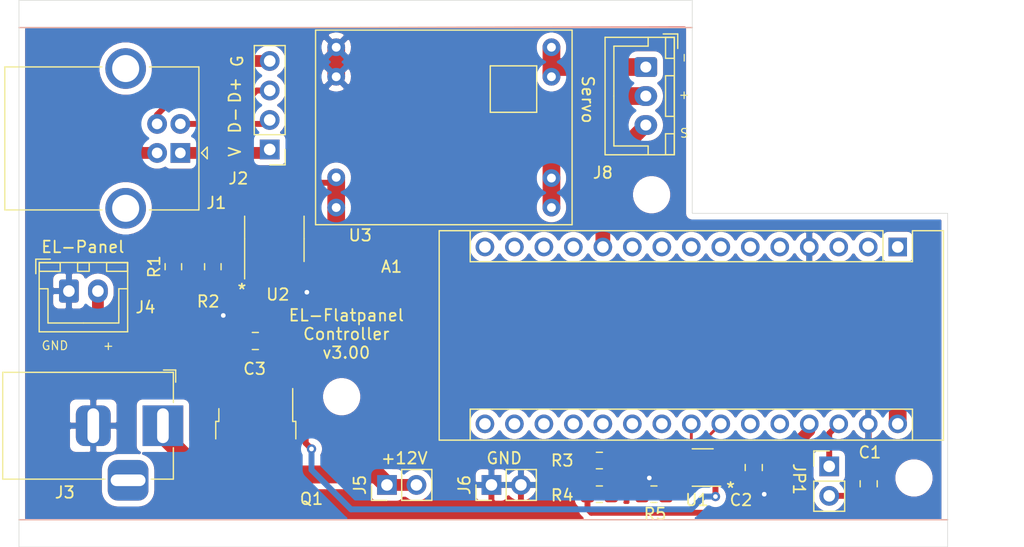
<source format=kicad_pcb>
(kicad_pcb (version 20171130) (host pcbnew "(5.1.10)-1")

  (general
    (thickness 1.6)
    (drawings 24)
    (tracks 130)
    (zones 0)
    (modules 24)
    (nets 44)
  )

  (page A4)
  (title_block
    (title "EL-Flatpanel Controller")
    (date 2022-01-19)
    (rev 3.0)
    (comment 1 "Created by Joachim Stehle")
  )

  (layers
    (0 F.Cu signal)
    (31 B.Cu signal hide)
    (32 B.Adhes user)
    (33 F.Adhes user)
    (34 B.Paste user)
    (35 F.Paste user)
    (36 B.SilkS user)
    (37 F.SilkS user)
    (38 B.Mask user)
    (39 F.Mask user)
    (40 Dwgs.User user)
    (41 Cmts.User user)
    (42 Eco1.User user)
    (43 Eco2.User user)
    (44 Edge.Cuts user)
    (45 Margin user)
    (46 B.CrtYd user)
    (47 F.CrtYd user)
    (48 B.Fab user)
    (49 F.Fab user)
  )

  (setup
    (last_trace_width 0.508)
    (user_trace_width 0.508)
    (user_trace_width 1.016)
    (user_trace_width 1.27)
    (user_trace_width 1.524)
    (trace_clearance 0.2)
    (zone_clearance 0.508)
    (zone_45_only no)
    (trace_min 0.2)
    (via_size 0.8)
    (via_drill 0.4)
    (via_min_size 0.4)
    (via_min_drill 0.3)
    (uvia_size 0.3)
    (uvia_drill 0.1)
    (uvias_allowed no)
    (uvia_min_size 0.2)
    (uvia_min_drill 0.1)
    (edge_width 0.05)
    (segment_width 0.2)
    (pcb_text_width 0.3)
    (pcb_text_size 1.5 1.5)
    (mod_edge_width 0.12)
    (mod_text_size 1 1)
    (mod_text_width 0.15)
    (pad_size 1.524 1.524)
    (pad_drill 0.762)
    (pad_to_mask_clearance 0)
    (aux_axis_origin 0 0)
    (grid_origin 48 57)
    (visible_elements 7FFFFFFF)
    (pcbplotparams
      (layerselection 0x010fc_ffffffff)
      (usegerberextensions true)
      (usegerberattributes false)
      (usegerberadvancedattributes false)
      (creategerberjobfile false)
      (excludeedgelayer true)
      (linewidth 0.100000)
      (plotframeref false)
      (viasonmask false)
      (mode 1)
      (useauxorigin false)
      (hpglpennumber 1)
      (hpglpenspeed 20)
      (hpglpendiameter 15.000000)
      (psnegative false)
      (psa4output false)
      (plotreference true)
      (plotvalue false)
      (plotinvisibletext false)
      (padsonsilk false)
      (subtractmaskfromsilk true)
      (outputformat 1)
      (mirror false)
      (drillshape 0)
      (scaleselection 1)
      (outputdirectory "Gerber/"))
  )

  (net 0 "")
  (net 1 "Net-(A1-Pad3)")
  (net 2 GND)
  (net 3 "Net-(A1-Pad23)")
  (net 4 "Net-(A1-Pad24)")
  (net 5 ServoOut)
  (net 6 +5V)
  (net 7 +12V)
  (net 8 Vout)
  (net 9 "Net-(U1-Pad1)")
  (net 10 "Net-(C1-Pad1)")
  (net 11 "Net-(J1-Pad1)")
  (net 12 "Net-(J1-Pad2)")
  (net 13 "Net-(J1-Pad3)")
  (net 14 "Net-(J1-Pad4)")
  (net 15 "Net-(J1-Pad5)")
  (net 16 "Net-(J8-Pad1)")
  (net 17 "Net-(J8-Pad2)")
  (net 18 "Net-(A1-Pad1)")
  (net 19 "Net-(A1-Pad17)")
  (net 20 "Net-(A1-Pad2)")
  (net 21 "Net-(A1-Pad18)")
  (net 22 "Net-(A1-Pad19)")
  (net 23 "Net-(A1-Pad20)")
  (net 24 "Net-(A1-Pad5)")
  (net 25 "Net-(A1-Pad21)")
  (net 26 "Net-(A1-Pad6)")
  (net 27 "Net-(A1-Pad22)")
  (net 28 "Net-(A1-Pad7)")
  (net 29 "Net-(A1-Pad8)")
  (net 30 "Net-(A1-Pad9)")
  (net 31 "Net-(A1-Pad25)")
  (net 32 "Net-(A1-Pad10)")
  (net 33 "Net-(A1-Pad26)")
  (net 34 "Net-(A1-Pad12)")
  (net 35 "Net-(A1-Pad28)")
  (net 36 "Net-(A1-Pad13)")
  (net 37 "Net-(A1-Pad14)")
  (net 38 "Net-(A1-Pad15)")
  (net 39 "Net-(A1-Pad16)")
  (net 40 "Net-(J3-Pad3)")
  (net 41 "Net-(R5-Pad1)")
  (net 42 "Net-(C3-Pad1)")
  (net 43 "Net-(C3-Pad2)")

  (net_class Default "This is the default net class."
    (clearance 0.2)
    (trace_width 0.25)
    (via_dia 0.8)
    (via_drill 0.4)
    (uvia_dia 0.3)
    (uvia_drill 0.1)
    (add_net +12V)
    (add_net +5V)
    (add_net GND)
    (add_net "Net-(A1-Pad1)")
    (add_net "Net-(A1-Pad10)")
    (add_net "Net-(A1-Pad12)")
    (add_net "Net-(A1-Pad13)")
    (add_net "Net-(A1-Pad14)")
    (add_net "Net-(A1-Pad15)")
    (add_net "Net-(A1-Pad16)")
    (add_net "Net-(A1-Pad17)")
    (add_net "Net-(A1-Pad18)")
    (add_net "Net-(A1-Pad19)")
    (add_net "Net-(A1-Pad2)")
    (add_net "Net-(A1-Pad20)")
    (add_net "Net-(A1-Pad21)")
    (add_net "Net-(A1-Pad22)")
    (add_net "Net-(A1-Pad23)")
    (add_net "Net-(A1-Pad24)")
    (add_net "Net-(A1-Pad25)")
    (add_net "Net-(A1-Pad26)")
    (add_net "Net-(A1-Pad28)")
    (add_net "Net-(A1-Pad3)")
    (add_net "Net-(A1-Pad5)")
    (add_net "Net-(A1-Pad6)")
    (add_net "Net-(A1-Pad7)")
    (add_net "Net-(A1-Pad8)")
    (add_net "Net-(A1-Pad9)")
    (add_net "Net-(C1-Pad1)")
    (add_net "Net-(C3-Pad1)")
    (add_net "Net-(C3-Pad2)")
    (add_net "Net-(J1-Pad1)")
    (add_net "Net-(J1-Pad2)")
    (add_net "Net-(J1-Pad3)")
    (add_net "Net-(J1-Pad4)")
    (add_net "Net-(J1-Pad5)")
    (add_net "Net-(J3-Pad3)")
    (add_net "Net-(J8-Pad1)")
    (add_net "Net-(J8-Pad2)")
    (add_net "Net-(R5-Pad1)")
    (add_net "Net-(U1-Pad1)")
    (add_net ServoOut)
    (add_net Vout)
  )

  (module Connector_USB:USB_B_OST_USB-B1HSxx_Horizontal (layer F.Cu) (tedit 5AFE01FF) (tstamp 61D4D0A8)
    (at 100.3 84.9 180)
    (descr "USB B receptacle, Horizontal, through-hole, http://www.on-shore.com/wp-content/uploads/2015/09/usb-b1hsxx.pdf")
    (tags "USB-B receptacle horizontal through-hole")
    (path /61B6FB70)
    (fp_text reference J1 (at -3.1 -4.3) (layer F.SilkS)
      (effects (font (size 1 1) (thickness 0.15)))
    )
    (fp_text value USB_B (at 6.76 10.27) (layer F.Fab)
      (effects (font (size 1 1) (thickness 0.15)))
    )
    (fp_line (start -0.49 -4.8) (end 15.01 -4.8) (layer F.Fab) (width 0.1))
    (fp_line (start 15.01 -4.8) (end 15.01 7.3) (layer F.Fab) (width 0.1))
    (fp_line (start 15.01 7.3) (end -1.49 7.3) (layer F.Fab) (width 0.1))
    (fp_line (start -1.49 7.3) (end -1.49 -3.8) (layer F.Fab) (width 0.1))
    (fp_line (start -1.49 -3.8) (end -0.49 -4.8) (layer F.Fab) (width 0.1))
    (fp_line (start 2.66 -4.91) (end -1.6 -4.91) (layer F.SilkS) (width 0.12))
    (fp_line (start -1.6 -4.91) (end -1.6 7.41) (layer F.SilkS) (width 0.12))
    (fp_line (start -1.6 7.41) (end 2.66 7.41) (layer F.SilkS) (width 0.12))
    (fp_line (start 6.76 -4.91) (end 15.12 -4.91) (layer F.SilkS) (width 0.12))
    (fp_line (start 15.12 -4.91) (end 15.12 7.41) (layer F.SilkS) (width 0.12))
    (fp_line (start 15.12 7.41) (end 6.76 7.41) (layer F.SilkS) (width 0.12))
    (fp_line (start -1.82 0) (end -2.32 -0.5) (layer F.SilkS) (width 0.12))
    (fp_line (start -2.32 -0.5) (end -2.32 0.5) (layer F.SilkS) (width 0.12))
    (fp_line (start -2.32 0.5) (end -1.82 0) (layer F.SilkS) (width 0.12))
    (fp_line (start -1.99 -7.02) (end -1.99 9.52) (layer F.CrtYd) (width 0.05))
    (fp_line (start -1.99 9.52) (end 15.51 9.52) (layer F.CrtYd) (width 0.05))
    (fp_line (start 15.51 9.52) (end 15.51 -7.02) (layer F.CrtYd) (width 0.05))
    (fp_line (start 15.51 -7.02) (end -1.99 -7.02) (layer F.CrtYd) (width 0.05))
    (fp_text user %R (at 6.76 1.25) (layer F.Fab)
      (effects (font (size 1 1) (thickness 0.15)))
    )
    (pad 1 thru_hole rect (at 0 0 180) (size 1.7 1.7) (drill 0.92) (layers *.Cu *.Mask)
      (net 11 "Net-(J1-Pad1)"))
    (pad 2 thru_hole circle (at 0 2.5 180) (size 1.7 1.7) (drill 0.92) (layers *.Cu *.Mask)
      (net 12 "Net-(J1-Pad2)"))
    (pad 3 thru_hole circle (at 2 2.5 180) (size 1.7 1.7) (drill 0.92) (layers *.Cu *.Mask)
      (net 13 "Net-(J1-Pad3)"))
    (pad 4 thru_hole circle (at 2 0 180) (size 1.7 1.7) (drill 0.92) (layers *.Cu *.Mask)
      (net 14 "Net-(J1-Pad4)"))
    (pad 5 thru_hole circle (at 4.71 -4.77 180) (size 3.5 3.5) (drill 2.33) (layers *.Cu *.Mask)
      (net 15 "Net-(J1-Pad5)"))
    (pad 5 thru_hole circle (at 4.71 7.27 180) (size 3.5 3.5) (drill 2.33) (layers *.Cu *.Mask)
      (net 15 "Net-(J1-Pad5)"))
    (model ${KISYS3DMOD}/Connector_USB.3dshapes/USB_B_OST_USB-B1HSxx_Horizontal.wrl
      (at (xyz 0 0 0))
      (scale (xyz 1 1 1))
      (rotate (xyz 0 0 0))
    )
  )

  (module MountingHole:MountingHole_2.2mm_M2 locked (layer F.Cu) (tedit 56D1B4CB) (tstamp 61D62C2A)
    (at 114.2 105.9)
    (descr "Mounting Hole 2.2mm, no annular, M2")
    (tags "mounting hole 2.2mm no annular m2")
    (attr virtual)
    (fp_text reference REF** (at 0 -3.2) (layer F.SilkS) hide
      (effects (font (size 1 1) (thickness 0.15)))
    )
    (fp_text value MountingHole_2.2mm_M2 (at 0 3.2) (layer F.Fab)
      (effects (font (size 1 1) (thickness 0.15)))
    )
    (fp_circle (center 0 0) (end 2.45 0) (layer F.CrtYd) (width 0.05))
    (fp_circle (center 0 0) (end 2.2 0) (layer Cmts.User) (width 0.15))
    (fp_text user %R (at 0.3 0) (layer F.Fab)
      (effects (font (size 1 1) (thickness 0.15)))
    )
    (pad 1 np_thru_hole circle (at 0 0) (size 2.2 2.2) (drill 2.2) (layers *.Cu *.Mask))
  )

  (module MountingHole:MountingHole_2.2mm_M2 locked (layer F.Cu) (tedit 56D1B4CB) (tstamp 61D62845)
    (at 163.5 112.9)
    (descr "Mounting Hole 2.2mm, no annular, M2")
    (tags "mounting hole 2.2mm no annular m2")
    (attr virtual)
    (fp_text reference REF** (at 0 -3.2) (layer F.SilkS) hide
      (effects (font (size 1 1) (thickness 0.15)))
    )
    (fp_text value MountingHole_2.2mm_M2 (at 0 3.2) (layer F.Fab)
      (effects (font (size 1 1) (thickness 0.15)))
    )
    (fp_circle (center 0 0) (end 2.45 0) (layer F.CrtYd) (width 0.05))
    (fp_circle (center 0 0) (end 2.2 0) (layer Cmts.User) (width 0.15))
    (fp_text user %R (at 0.3 0) (layer F.Fab)
      (effects (font (size 1 1) (thickness 0.15)))
    )
    (pad 1 np_thru_hole circle (at 0 0) (size 2.2 2.2) (drill 2.2) (layers *.Cu *.Mask))
  )

  (module MountingHole:MountingHole_2.2mm_M2 locked (layer F.Cu) (tedit 56D1B4CB) (tstamp 61D625DE)
    (at 140.9 88.5)
    (descr "Mounting Hole 2.2mm, no annular, M2")
    (tags "mounting hole 2.2mm no annular m2")
    (attr virtual)
    (fp_text reference REF** (at 0 -3.2) (layer F.SilkS) hide
      (effects (font (size 1 1) (thickness 0.15)))
    )
    (fp_text value MountingHole_2.2mm_M2 (at 0 3.2) (layer F.Fab)
      (effects (font (size 1 1) (thickness 0.15)))
    )
    (fp_circle (center 0 0) (end 2.2 0) (layer Cmts.User) (width 0.15))
    (fp_circle (center 0 0) (end 2.45 0) (layer F.CrtYd) (width 0.05))
    (fp_text user %R (at 0.3 0) (layer F.Fab)
      (effects (font (size 1 1) (thickness 0.15)))
    )
    (pad 1 np_thru_hole circle (at 0 0) (size 2.2 2.2) (drill 2.2) (layers *.Cu *.Mask))
  )

  (module Module:Arduino_Nano (layer F.Cu) (tedit 58ACAF70) (tstamp 61D4D069)
    (at 162.1 93 270)
    (descr "Arduino Nano, http://www.mouser.com/pdfdocs/Gravitech_Arduino_Nano3_0.pdf")
    (tags "Arduino Nano")
    (path /61586508)
    (fp_text reference A1 (at 1.7 43.6 180) (layer F.SilkS)
      (effects (font (size 1 1) (thickness 0.15)))
    )
    (fp_text value Arduino_Nano_v3.x (at 8.89 19.05) (layer F.Fab)
      (effects (font (size 1 1) (thickness 0.15)))
    )
    (fp_line (start 1.27 1.27) (end 1.27 -1.27) (layer F.SilkS) (width 0.12))
    (fp_line (start 1.27 -1.27) (end -1.4 -1.27) (layer F.SilkS) (width 0.12))
    (fp_line (start -1.4 1.27) (end -1.4 39.5) (layer F.SilkS) (width 0.12))
    (fp_line (start -1.4 -3.94) (end -1.4 -1.27) (layer F.SilkS) (width 0.12))
    (fp_line (start 13.97 -1.27) (end 16.64 -1.27) (layer F.SilkS) (width 0.12))
    (fp_line (start 13.97 -1.27) (end 13.97 36.83) (layer F.SilkS) (width 0.12))
    (fp_line (start 13.97 36.83) (end 16.64 36.83) (layer F.SilkS) (width 0.12))
    (fp_line (start 1.27 1.27) (end -1.4 1.27) (layer F.SilkS) (width 0.12))
    (fp_line (start 1.27 1.27) (end 1.27 36.83) (layer F.SilkS) (width 0.12))
    (fp_line (start 1.27 36.83) (end -1.4 36.83) (layer F.SilkS) (width 0.12))
    (fp_line (start 3.81 31.75) (end 11.43 31.75) (layer F.Fab) (width 0.1))
    (fp_line (start 11.43 31.75) (end 11.43 41.91) (layer F.Fab) (width 0.1))
    (fp_line (start 11.43 41.91) (end 3.81 41.91) (layer F.Fab) (width 0.1))
    (fp_line (start 3.81 41.91) (end 3.81 31.75) (layer F.Fab) (width 0.1))
    (fp_line (start -1.4 39.5) (end 16.64 39.5) (layer F.SilkS) (width 0.12))
    (fp_line (start 16.64 39.5) (end 16.64 -3.94) (layer F.SilkS) (width 0.12))
    (fp_line (start 16.64 -3.94) (end -1.4 -3.94) (layer F.SilkS) (width 0.12))
    (fp_line (start 16.51 39.37) (end -1.27 39.37) (layer F.Fab) (width 0.1))
    (fp_line (start -1.27 39.37) (end -1.27 -2.54) (layer F.Fab) (width 0.1))
    (fp_line (start -1.27 -2.54) (end 0 -3.81) (layer F.Fab) (width 0.1))
    (fp_line (start 0 -3.81) (end 16.51 -3.81) (layer F.Fab) (width 0.1))
    (fp_line (start 16.51 -3.81) (end 16.51 39.37) (layer F.Fab) (width 0.1))
    (fp_line (start -1.53 -4.06) (end 16.75 -4.06) (layer F.CrtYd) (width 0.05))
    (fp_line (start -1.53 -4.06) (end -1.53 42.16) (layer F.CrtYd) (width 0.05))
    (fp_line (start 16.75 42.16) (end 16.75 -4.06) (layer F.CrtYd) (width 0.05))
    (fp_line (start 16.75 42.16) (end -1.53 42.16) (layer F.CrtYd) (width 0.05))
    (fp_text user %R (at 6.35 19.05) (layer F.Fab)
      (effects (font (size 1 1) (thickness 0.15)))
    )
    (pad 1 thru_hole rect (at 0 0 270) (size 1.6 1.6) (drill 1) (layers *.Cu *.Mask)
      (net 18 "Net-(A1-Pad1)"))
    (pad 17 thru_hole oval (at 15.24 33.02 270) (size 1.6 1.6) (drill 1) (layers *.Cu *.Mask)
      (net 19 "Net-(A1-Pad17)"))
    (pad 2 thru_hole oval (at 0 2.54 270) (size 1.6 1.6) (drill 1) (layers *.Cu *.Mask)
      (net 20 "Net-(A1-Pad2)"))
    (pad 18 thru_hole oval (at 15.24 30.48 270) (size 1.6 1.6) (drill 1) (layers *.Cu *.Mask)
      (net 21 "Net-(A1-Pad18)"))
    (pad 3 thru_hole oval (at 0 5.08 270) (size 1.6 1.6) (drill 1) (layers *.Cu *.Mask)
      (net 1 "Net-(A1-Pad3)"))
    (pad 19 thru_hole oval (at 15.24 27.94 270) (size 1.6 1.6) (drill 1) (layers *.Cu *.Mask)
      (net 22 "Net-(A1-Pad19)"))
    (pad 4 thru_hole oval (at 0 7.62 270) (size 1.6 1.6) (drill 1) (layers *.Cu *.Mask)
      (net 2 GND))
    (pad 20 thru_hole oval (at 15.24 25.4 270) (size 1.6 1.6) (drill 1) (layers *.Cu *.Mask)
      (net 23 "Net-(A1-Pad20)"))
    (pad 5 thru_hole oval (at 0 10.16 270) (size 1.6 1.6) (drill 1) (layers *.Cu *.Mask)
      (net 24 "Net-(A1-Pad5)"))
    (pad 21 thru_hole oval (at 15.24 22.86 270) (size 1.6 1.6) (drill 1) (layers *.Cu *.Mask)
      (net 25 "Net-(A1-Pad21)"))
    (pad 6 thru_hole oval (at 0 12.7 270) (size 1.6 1.6) (drill 1) (layers *.Cu *.Mask)
      (net 26 "Net-(A1-Pad6)"))
    (pad 22 thru_hole oval (at 15.24 20.32 270) (size 1.6 1.6) (drill 1) (layers *.Cu *.Mask)
      (net 27 "Net-(A1-Pad22)"))
    (pad 7 thru_hole oval (at 0 15.24 270) (size 1.6 1.6) (drill 1) (layers *.Cu *.Mask)
      (net 28 "Net-(A1-Pad7)"))
    (pad 23 thru_hole oval (at 15.24 17.78 270) (size 1.6 1.6) (drill 1) (layers *.Cu *.Mask)
      (net 3 "Net-(A1-Pad23)"))
    (pad 8 thru_hole oval (at 0 17.78 270) (size 1.6 1.6) (drill 1) (layers *.Cu *.Mask)
      (net 29 "Net-(A1-Pad8)"))
    (pad 24 thru_hole oval (at 15.24 15.24 270) (size 1.6 1.6) (drill 1) (layers *.Cu *.Mask)
      (net 4 "Net-(A1-Pad24)"))
    (pad 9 thru_hole oval (at 0 20.32 270) (size 1.6 1.6) (drill 1) (layers *.Cu *.Mask)
      (net 30 "Net-(A1-Pad9)"))
    (pad 25 thru_hole oval (at 15.24 12.7 270) (size 1.6 1.6) (drill 1) (layers *.Cu *.Mask)
      (net 31 "Net-(A1-Pad25)"))
    (pad 10 thru_hole oval (at 0 22.86 270) (size 1.6 1.6) (drill 1) (layers *.Cu *.Mask)
      (net 32 "Net-(A1-Pad10)"))
    (pad 26 thru_hole oval (at 15.24 10.16 270) (size 1.6 1.6) (drill 1) (layers *.Cu *.Mask)
      (net 33 "Net-(A1-Pad26)"))
    (pad 11 thru_hole oval (at 0 25.4 270) (size 1.6 1.6) (drill 1) (layers *.Cu *.Mask)
      (net 5 ServoOut))
    (pad 27 thru_hole oval (at 15.24 7.62 270) (size 1.6 1.6) (drill 1) (layers *.Cu *.Mask)
      (net 6 +5V))
    (pad 12 thru_hole oval (at 0 27.94 270) (size 1.6 1.6) (drill 1) (layers *.Cu *.Mask)
      (net 34 "Net-(A1-Pad12)"))
    (pad 28 thru_hole oval (at 15.24 5.08 270) (size 1.6 1.6) (drill 1) (layers *.Cu *.Mask)
      (net 35 "Net-(A1-Pad28)"))
    (pad 13 thru_hole oval (at 0 30.48 270) (size 1.6 1.6) (drill 1) (layers *.Cu *.Mask)
      (net 36 "Net-(A1-Pad13)"))
    (pad 29 thru_hole oval (at 15.24 2.54 270) (size 1.6 1.6) (drill 1) (layers *.Cu *.Mask)
      (net 2 GND))
    (pad 14 thru_hole oval (at 0 33.02 270) (size 1.6 1.6) (drill 1) (layers *.Cu *.Mask)
      (net 37 "Net-(A1-Pad14)"))
    (pad 30 thru_hole oval (at 15.24 0 270) (size 1.6 1.6) (drill 1) (layers *.Cu *.Mask)
      (net 7 +12V))
    (pad 15 thru_hole oval (at 0 35.56 270) (size 1.6 1.6) (drill 1) (layers *.Cu *.Mask)
      (net 38 "Net-(A1-Pad15)"))
    (pad 16 thru_hole oval (at 15.24 35.56 270) (size 1.6 1.6) (drill 1) (layers *.Cu *.Mask)
      (net 39 "Net-(A1-Pad16)"))
    (model ${KISYS3DMOD}/Module.3dshapes/Arduino_Nano_WithMountingHoles.wrl
      (at (xyz 0 0 0))
      (scale (xyz 1 1 1))
      (rotate (xyz 0 0 0))
    )
  )

  (module Capacitor_SMD:C_0805_2012Metric_Pad1.18x1.45mm_HandSolder (layer F.Cu) (tedit 5F68FEEF) (tstamp 61D4D07A)
    (at 159.6 113.4 90)
    (descr "Capacitor SMD 0805 (2012 Metric), square (rectangular) end terminal, IPC_7351 nominal with elongated pad for handsoldering. (Body size source: IPC-SM-782 page 76, https://www.pcb-3d.com/wordpress/wp-content/uploads/ipc-sm-782a_amendment_1_and_2.pdf, https://docs.google.com/spreadsheets/d/1BsfQQcO9C6DZCsRaXUlFlo91Tg2WpOkGARC1WS5S8t0/edit?usp=sharing), generated with kicad-footprint-generator")
    (tags "capacitor handsolder")
    (path /61B56EF9)
    (attr smd)
    (fp_text reference C1 (at 2.7 0.1 180) (layer F.SilkS)
      (effects (font (size 1 1) (thickness 0.15)))
    )
    (fp_text value 10uF (at 0 1.68 90) (layer F.Fab)
      (effects (font (size 1 1) (thickness 0.15)))
    )
    (fp_line (start -1 0.625) (end -1 -0.625) (layer F.Fab) (width 0.1))
    (fp_line (start -1 -0.625) (end 1 -0.625) (layer F.Fab) (width 0.1))
    (fp_line (start 1 -0.625) (end 1 0.625) (layer F.Fab) (width 0.1))
    (fp_line (start 1 0.625) (end -1 0.625) (layer F.Fab) (width 0.1))
    (fp_line (start -0.261252 -0.735) (end 0.261252 -0.735) (layer F.SilkS) (width 0.12))
    (fp_line (start -0.261252 0.735) (end 0.261252 0.735) (layer F.SilkS) (width 0.12))
    (fp_line (start -1.88 0.98) (end -1.88 -0.98) (layer F.CrtYd) (width 0.05))
    (fp_line (start -1.88 -0.98) (end 1.88 -0.98) (layer F.CrtYd) (width 0.05))
    (fp_line (start 1.88 -0.98) (end 1.88 0.98) (layer F.CrtYd) (width 0.05))
    (fp_line (start 1.88 0.98) (end -1.88 0.98) (layer F.CrtYd) (width 0.05))
    (fp_text user %R (at 0 0 90) (layer F.Fab)
      (effects (font (size 0.5 0.5) (thickness 0.08)))
    )
    (pad 1 smd roundrect (at -1.0375 0 90) (size 1.175 1.45) (layers F.Cu F.Paste F.Mask) (roundrect_rratio 0.2127659574468085)
      (net 10 "Net-(C1-Pad1)"))
    (pad 2 smd roundrect (at 1.0375 0 90) (size 1.175 1.45) (layers F.Cu F.Paste F.Mask) (roundrect_rratio 0.2127659574468085)
      (net 2 GND))
    (model ${KISYS3DMOD}/Capacitor_SMD.3dshapes/C_0805_2012Metric.wrl
      (at (xyz 0 0 0))
      (scale (xyz 1 1 1))
      (rotate (xyz 0 0 0))
    )
  )

  (module Capacitor_SMD:C_0805_2012Metric_Pad1.18x1.45mm_HandSolder (layer F.Cu) (tedit 5F68FEEF) (tstamp 61D4D08B)
    (at 149.7 112 90)
    (descr "Capacitor SMD 0805 (2012 Metric), square (rectangular) end terminal, IPC_7351 nominal with elongated pad for handsoldering. (Body size source: IPC-SM-782 page 76, https://www.pcb-3d.com/wordpress/wp-content/uploads/ipc-sm-782a_amendment_1_and_2.pdf, https://docs.google.com/spreadsheets/d/1BsfQQcO9C6DZCsRaXUlFlo91Tg2WpOkGARC1WS5S8t0/edit?usp=sharing), generated with kicad-footprint-generator")
    (tags "capacitor handsolder")
    (path /61D5595D)
    (attr smd)
    (fp_text reference C2 (at -2.8 -1.1 180) (layer F.SilkS)
      (effects (font (size 1 1) (thickness 0.15)))
    )
    (fp_text value 0.1uF (at 0 1.68 90) (layer F.Fab)
      (effects (font (size 1 1) (thickness 0.15)))
    )
    (fp_line (start 1.88 0.98) (end -1.88 0.98) (layer F.CrtYd) (width 0.05))
    (fp_line (start 1.88 -0.98) (end 1.88 0.98) (layer F.CrtYd) (width 0.05))
    (fp_line (start -1.88 -0.98) (end 1.88 -0.98) (layer F.CrtYd) (width 0.05))
    (fp_line (start -1.88 0.98) (end -1.88 -0.98) (layer F.CrtYd) (width 0.05))
    (fp_line (start -0.261252 0.735) (end 0.261252 0.735) (layer F.SilkS) (width 0.12))
    (fp_line (start -0.261252 -0.735) (end 0.261252 -0.735) (layer F.SilkS) (width 0.12))
    (fp_line (start 1 0.625) (end -1 0.625) (layer F.Fab) (width 0.1))
    (fp_line (start 1 -0.625) (end 1 0.625) (layer F.Fab) (width 0.1))
    (fp_line (start -1 -0.625) (end 1 -0.625) (layer F.Fab) (width 0.1))
    (fp_line (start -1 0.625) (end -1 -0.625) (layer F.Fab) (width 0.1))
    (fp_text user %R (at 0 0 90) (layer F.Fab)
      (effects (font (size 0.5 0.5) (thickness 0.08)))
    )
    (pad 2 smd roundrect (at 1.0375 0 90) (size 1.175 1.45) (layers F.Cu F.Paste F.Mask) (roundrect_rratio 0.2127659574468085)
      (net 6 +5V))
    (pad 1 smd roundrect (at -1.0375 0 90) (size 1.175 1.45) (layers F.Cu F.Paste F.Mask) (roundrect_rratio 0.2127659574468085)
      (net 2 GND))
    (model ${KISYS3DMOD}/Capacitor_SMD.3dshapes/C_0805_2012Metric.wrl
      (at (xyz 0 0 0))
      (scale (xyz 1 1 1))
      (rotate (xyz 0 0 0))
    )
  )

  (module Connector_PinHeader_2.54mm:PinHeader_1x04_P2.54mm_Vertical (layer F.Cu) (tedit 59FED5CC) (tstamp 61D4D0C0)
    (at 108 84.6 180)
    (descr "Through hole straight pin header, 1x04, 2.54mm pitch, single row")
    (tags "Through hole pin header THT 1x04 2.54mm single row")
    (path /61B5D669)
    (fp_text reference J2 (at 2.7 -2.5) (layer F.SilkS)
      (effects (font (size 1 1) (thickness 0.15)))
    )
    (fp_text value Conn_01x04 (at 0 9.95) (layer F.Fab)
      (effects (font (size 1 1) (thickness 0.15)))
    )
    (fp_line (start -0.635 -1.27) (end 1.27 -1.27) (layer F.Fab) (width 0.1))
    (fp_line (start 1.27 -1.27) (end 1.27 8.89) (layer F.Fab) (width 0.1))
    (fp_line (start 1.27 8.89) (end -1.27 8.89) (layer F.Fab) (width 0.1))
    (fp_line (start -1.27 8.89) (end -1.27 -0.635) (layer F.Fab) (width 0.1))
    (fp_line (start -1.27 -0.635) (end -0.635 -1.27) (layer F.Fab) (width 0.1))
    (fp_line (start -1.33 8.95) (end 1.33 8.95) (layer F.SilkS) (width 0.12))
    (fp_line (start -1.33 1.27) (end -1.33 8.95) (layer F.SilkS) (width 0.12))
    (fp_line (start 1.33 1.27) (end 1.33 8.95) (layer F.SilkS) (width 0.12))
    (fp_line (start -1.33 1.27) (end 1.33 1.27) (layer F.SilkS) (width 0.12))
    (fp_line (start -1.33 0) (end -1.33 -1.33) (layer F.SilkS) (width 0.12))
    (fp_line (start -1.33 -1.33) (end 0 -1.33) (layer F.SilkS) (width 0.12))
    (fp_line (start -1.8 -1.8) (end -1.8 9.4) (layer F.CrtYd) (width 0.05))
    (fp_line (start -1.8 9.4) (end 1.8 9.4) (layer F.CrtYd) (width 0.05))
    (fp_line (start 1.8 9.4) (end 1.8 -1.8) (layer F.CrtYd) (width 0.05))
    (fp_line (start 1.8 -1.8) (end -1.8 -1.8) (layer F.CrtYd) (width 0.05))
    (fp_text user %R (at 0 3.81 90) (layer F.Fab)
      (effects (font (size 1 1) (thickness 0.15)))
    )
    (pad 1 thru_hole rect (at 0 0 180) (size 1.7 1.7) (drill 1) (layers *.Cu *.Mask)
      (net 11 "Net-(J1-Pad1)"))
    (pad 2 thru_hole oval (at 0 2.54 180) (size 1.7 1.7) (drill 1) (layers *.Cu *.Mask)
      (net 12 "Net-(J1-Pad2)"))
    (pad 3 thru_hole oval (at 0 5.08 180) (size 1.7 1.7) (drill 1) (layers *.Cu *.Mask)
      (net 13 "Net-(J1-Pad3)"))
    (pad 4 thru_hole oval (at 0 7.62 180) (size 1.7 1.7) (drill 1) (layers *.Cu *.Mask)
      (net 14 "Net-(J1-Pad4)"))
    (model ${KISYS3DMOD}/Connector_PinHeader_2.54mm.3dshapes/PinHeader_1x04_P2.54mm_Vertical.wrl
      (at (xyz 0 0 0))
      (scale (xyz 1 1 1))
      (rotate (xyz 0 0 0))
    )
  )

  (module Connector_BarrelJack:BarrelJack_Horizontal (layer F.Cu) (tedit 5A1DBF6A) (tstamp 61D4D0E3)
    (at 98.8 108.4)
    (descr "DC Barrel Jack")
    (tags "Power Jack")
    (path /6165EBA2)
    (fp_text reference J3 (at -8.45 5.75) (layer F.SilkS)
      (effects (font (size 1 1) (thickness 0.15)))
    )
    (fp_text value Barrel_Jack_Switch (at -6.2 -5.5) (layer F.Fab)
      (effects (font (size 1 1) (thickness 0.15)))
    )
    (fp_line (start -0.003213 -4.505425) (end 0.8 -3.75) (layer F.Fab) (width 0.1))
    (fp_line (start 1.1 -3.75) (end 1.1 -4.8) (layer F.SilkS) (width 0.12))
    (fp_line (start 0.05 -4.8) (end 1.1 -4.8) (layer F.SilkS) (width 0.12))
    (fp_line (start 1 -4.5) (end 1 -4.75) (layer F.CrtYd) (width 0.05))
    (fp_line (start 1 -4.75) (end -14 -4.75) (layer F.CrtYd) (width 0.05))
    (fp_line (start 1 -4.5) (end 1 -2) (layer F.CrtYd) (width 0.05))
    (fp_line (start 1 -2) (end 2 -2) (layer F.CrtYd) (width 0.05))
    (fp_line (start 2 -2) (end 2 2) (layer F.CrtYd) (width 0.05))
    (fp_line (start 2 2) (end 1 2) (layer F.CrtYd) (width 0.05))
    (fp_line (start 1 2) (end 1 4.75) (layer F.CrtYd) (width 0.05))
    (fp_line (start 1 4.75) (end -1 4.75) (layer F.CrtYd) (width 0.05))
    (fp_line (start -1 4.75) (end -1 6.75) (layer F.CrtYd) (width 0.05))
    (fp_line (start -1 6.75) (end -5 6.75) (layer F.CrtYd) (width 0.05))
    (fp_line (start -5 6.75) (end -5 4.75) (layer F.CrtYd) (width 0.05))
    (fp_line (start -5 4.75) (end -14 4.75) (layer F.CrtYd) (width 0.05))
    (fp_line (start -14 4.75) (end -14 -4.75) (layer F.CrtYd) (width 0.05))
    (fp_line (start -5 4.6) (end -13.8 4.6) (layer F.SilkS) (width 0.12))
    (fp_line (start -13.8 4.6) (end -13.8 -4.6) (layer F.SilkS) (width 0.12))
    (fp_line (start 0.9 1.9) (end 0.9 4.6) (layer F.SilkS) (width 0.12))
    (fp_line (start 0.9 4.6) (end -1 4.6) (layer F.SilkS) (width 0.12))
    (fp_line (start -13.8 -4.6) (end 0.9 -4.6) (layer F.SilkS) (width 0.12))
    (fp_line (start 0.9 -4.6) (end 0.9 -2) (layer F.SilkS) (width 0.12))
    (fp_line (start -10.2 -4.5) (end -10.2 4.5) (layer F.Fab) (width 0.1))
    (fp_line (start -13.7 -4.5) (end -13.7 4.5) (layer F.Fab) (width 0.1))
    (fp_line (start -13.7 4.5) (end 0.8 4.5) (layer F.Fab) (width 0.1))
    (fp_line (start 0.8 4.5) (end 0.8 -3.75) (layer F.Fab) (width 0.1))
    (fp_line (start 0 -4.5) (end -13.7 -4.5) (layer F.Fab) (width 0.1))
    (fp_text user %R (at -3 -2.95) (layer F.Fab)
      (effects (font (size 1 1) (thickness 0.15)))
    )
    (pad 1 thru_hole rect (at 0 0) (size 3.5 3.5) (drill oval 1 3) (layers *.Cu *.Mask)
      (net 7 +12V))
    (pad 2 thru_hole roundrect (at -6 0) (size 3 3.5) (drill oval 1 3) (layers *.Cu *.Mask) (roundrect_rratio 0.25)
      (net 2 GND))
    (pad 3 thru_hole roundrect (at -3 4.7) (size 3.5 3.5) (drill oval 3 1) (layers *.Cu *.Mask) (roundrect_rratio 0.25)
      (net 40 "Net-(J3-Pad3)"))
    (model ${KISYS3DMOD}/Connector_BarrelJack.3dshapes/BarrelJack_Horizontal.wrl
      (at (xyz 0 0 0))
      (scale (xyz 1 1 1))
      (rotate (xyz 0 0 0))
    )
  )

  (module Connector_JST:JST_XH_B2B-XH-A_1x02_P2.50mm_Vertical (layer F.Cu) (tedit 5C28146C) (tstamp 61D4D10C)
    (at 90.7 96.8)
    (descr "JST XH series connector, B2B-XH-A (http://www.jst-mfg.com/product/pdf/eng/eXH.pdf), generated with kicad-footprint-generator")
    (tags "connector JST XH vertical")
    (path /615A5DB9)
    (fp_text reference J4 (at 6.6 1.4) (layer F.SilkS)
      (effects (font (size 1 1) (thickness 0.15)))
    )
    (fp_text value Conn_01x02 (at 1.25 4.6) (layer F.Fab)
      (effects (font (size 1 1) (thickness 0.15)))
    )
    (fp_line (start -2.45 -2.35) (end -2.45 3.4) (layer F.Fab) (width 0.1))
    (fp_line (start -2.45 3.4) (end 4.95 3.4) (layer F.Fab) (width 0.1))
    (fp_line (start 4.95 3.4) (end 4.95 -2.35) (layer F.Fab) (width 0.1))
    (fp_line (start 4.95 -2.35) (end -2.45 -2.35) (layer F.Fab) (width 0.1))
    (fp_line (start -2.56 -2.46) (end -2.56 3.51) (layer F.SilkS) (width 0.12))
    (fp_line (start -2.56 3.51) (end 5.06 3.51) (layer F.SilkS) (width 0.12))
    (fp_line (start 5.06 3.51) (end 5.06 -2.46) (layer F.SilkS) (width 0.12))
    (fp_line (start 5.06 -2.46) (end -2.56 -2.46) (layer F.SilkS) (width 0.12))
    (fp_line (start -2.95 -2.85) (end -2.95 3.9) (layer F.CrtYd) (width 0.05))
    (fp_line (start -2.95 3.9) (end 5.45 3.9) (layer F.CrtYd) (width 0.05))
    (fp_line (start 5.45 3.9) (end 5.45 -2.85) (layer F.CrtYd) (width 0.05))
    (fp_line (start 5.45 -2.85) (end -2.95 -2.85) (layer F.CrtYd) (width 0.05))
    (fp_line (start -0.625 -2.35) (end 0 -1.35) (layer F.Fab) (width 0.1))
    (fp_line (start 0 -1.35) (end 0.625 -2.35) (layer F.Fab) (width 0.1))
    (fp_line (start 0.75 -2.45) (end 0.75 -1.7) (layer F.SilkS) (width 0.12))
    (fp_line (start 0.75 -1.7) (end 1.75 -1.7) (layer F.SilkS) (width 0.12))
    (fp_line (start 1.75 -1.7) (end 1.75 -2.45) (layer F.SilkS) (width 0.12))
    (fp_line (start 1.75 -2.45) (end 0.75 -2.45) (layer F.SilkS) (width 0.12))
    (fp_line (start -2.55 -2.45) (end -2.55 -1.7) (layer F.SilkS) (width 0.12))
    (fp_line (start -2.55 -1.7) (end -0.75 -1.7) (layer F.SilkS) (width 0.12))
    (fp_line (start -0.75 -1.7) (end -0.75 -2.45) (layer F.SilkS) (width 0.12))
    (fp_line (start -0.75 -2.45) (end -2.55 -2.45) (layer F.SilkS) (width 0.12))
    (fp_line (start 3.25 -2.45) (end 3.25 -1.7) (layer F.SilkS) (width 0.12))
    (fp_line (start 3.25 -1.7) (end 5.05 -1.7) (layer F.SilkS) (width 0.12))
    (fp_line (start 5.05 -1.7) (end 5.05 -2.45) (layer F.SilkS) (width 0.12))
    (fp_line (start 5.05 -2.45) (end 3.25 -2.45) (layer F.SilkS) (width 0.12))
    (fp_line (start -2.55 -0.2) (end -1.8 -0.2) (layer F.SilkS) (width 0.12))
    (fp_line (start -1.8 -0.2) (end -1.8 2.75) (layer F.SilkS) (width 0.12))
    (fp_line (start -1.8 2.75) (end 1.25 2.75) (layer F.SilkS) (width 0.12))
    (fp_line (start 5.05 -0.2) (end 4.3 -0.2) (layer F.SilkS) (width 0.12))
    (fp_line (start 4.3 -0.2) (end 4.3 2.75) (layer F.SilkS) (width 0.12))
    (fp_line (start 4.3 2.75) (end 1.25 2.75) (layer F.SilkS) (width 0.12))
    (fp_line (start -1.6 -2.75) (end -2.85 -2.75) (layer F.SilkS) (width 0.12))
    (fp_line (start -2.85 -2.75) (end -2.85 -1.5) (layer F.SilkS) (width 0.12))
    (fp_text user %R (at 1.25 2.7) (layer F.Fab)
      (effects (font (size 1 1) (thickness 0.15)))
    )
    (pad 1 thru_hole roundrect (at 0 0) (size 1.7 2) (drill 1) (layers *.Cu *.Mask) (roundrect_rratio 0.1470588235294118)
      (net 2 GND))
    (pad 2 thru_hole oval (at 2.5 0) (size 1.7 2) (drill 1) (layers *.Cu *.Mask)
      (net 8 Vout))
    (model ${KISYS3DMOD}/Connector_JST.3dshapes/JST_XH_B2B-XH-A_1x02_P2.50mm_Vertical.wrl
      (at (xyz 0 0 0))
      (scale (xyz 1 1 1))
      (rotate (xyz 0 0 0))
    )
  )

  (module Connector_PinHeader_2.54mm:PinHeader_1x02_P2.54mm_Vertical (layer F.Cu) (tedit 59FED5CC) (tstamp 61D4D122)
    (at 118.1 113.5 90)
    (descr "Through hole straight pin header, 1x02, 2.54mm pitch, single row")
    (tags "Through hole pin header THT 1x02 2.54mm single row")
    (path /61BA2B47)
    (fp_text reference J5 (at 0 -2.33 90) (layer F.SilkS)
      (effects (font (size 1 1) (thickness 0.15)))
    )
    (fp_text value Conn_01x02 (at 0 4.87 90) (layer F.Fab)
      (effects (font (size 1 1) (thickness 0.15)))
    )
    (fp_line (start 1.8 -1.8) (end -1.8 -1.8) (layer F.CrtYd) (width 0.05))
    (fp_line (start 1.8 4.35) (end 1.8 -1.8) (layer F.CrtYd) (width 0.05))
    (fp_line (start -1.8 4.35) (end 1.8 4.35) (layer F.CrtYd) (width 0.05))
    (fp_line (start -1.8 -1.8) (end -1.8 4.35) (layer F.CrtYd) (width 0.05))
    (fp_line (start -1.33 -1.33) (end 0 -1.33) (layer F.SilkS) (width 0.12))
    (fp_line (start -1.33 0) (end -1.33 -1.33) (layer F.SilkS) (width 0.12))
    (fp_line (start -1.33 1.27) (end 1.33 1.27) (layer F.SilkS) (width 0.12))
    (fp_line (start 1.33 1.27) (end 1.33 3.87) (layer F.SilkS) (width 0.12))
    (fp_line (start -1.33 1.27) (end -1.33 3.87) (layer F.SilkS) (width 0.12))
    (fp_line (start -1.33 3.87) (end 1.33 3.87) (layer F.SilkS) (width 0.12))
    (fp_line (start -1.27 -0.635) (end -0.635 -1.27) (layer F.Fab) (width 0.1))
    (fp_line (start -1.27 3.81) (end -1.27 -0.635) (layer F.Fab) (width 0.1))
    (fp_line (start 1.27 3.81) (end -1.27 3.81) (layer F.Fab) (width 0.1))
    (fp_line (start 1.27 -1.27) (end 1.27 3.81) (layer F.Fab) (width 0.1))
    (fp_line (start -0.635 -1.27) (end 1.27 -1.27) (layer F.Fab) (width 0.1))
    (fp_text user %R (at 0 1.27) (layer F.Fab)
      (effects (font (size 1 1) (thickness 0.15)))
    )
    (pad 2 thru_hole oval (at 0 2.54 90) (size 1.7 1.7) (drill 1) (layers *.Cu *.Mask)
      (net 7 +12V))
    (pad 1 thru_hole rect (at 0 0 90) (size 1.7 1.7) (drill 1) (layers *.Cu *.Mask)
      (net 7 +12V))
    (model ${KISYS3DMOD}/Connector_PinHeader_2.54mm.3dshapes/PinHeader_1x02_P2.54mm_Vertical.wrl
      (at (xyz 0 0 0))
      (scale (xyz 1 1 1))
      (rotate (xyz 0 0 0))
    )
  )

  (module Connector_PinHeader_2.54mm:PinHeader_1x02_P2.54mm_Vertical (layer F.Cu) (tedit 59FED5CC) (tstamp 61D4D138)
    (at 127.1 113.5 90)
    (descr "Through hole straight pin header, 1x02, 2.54mm pitch, single row")
    (tags "Through hole pin header THT 1x02 2.54mm single row")
    (path /61BB0D76)
    (fp_text reference J6 (at 0 -2.33 90) (layer F.SilkS)
      (effects (font (size 1 1) (thickness 0.15)))
    )
    (fp_text value Conn_01x02 (at 0 4.87 90) (layer F.Fab)
      (effects (font (size 1 1) (thickness 0.15)))
    )
    (fp_line (start -0.635 -1.27) (end 1.27 -1.27) (layer F.Fab) (width 0.1))
    (fp_line (start 1.27 -1.27) (end 1.27 3.81) (layer F.Fab) (width 0.1))
    (fp_line (start 1.27 3.81) (end -1.27 3.81) (layer F.Fab) (width 0.1))
    (fp_line (start -1.27 3.81) (end -1.27 -0.635) (layer F.Fab) (width 0.1))
    (fp_line (start -1.27 -0.635) (end -0.635 -1.27) (layer F.Fab) (width 0.1))
    (fp_line (start -1.33 3.87) (end 1.33 3.87) (layer F.SilkS) (width 0.12))
    (fp_line (start -1.33 1.27) (end -1.33 3.87) (layer F.SilkS) (width 0.12))
    (fp_line (start 1.33 1.27) (end 1.33 3.87) (layer F.SilkS) (width 0.12))
    (fp_line (start -1.33 1.27) (end 1.33 1.27) (layer F.SilkS) (width 0.12))
    (fp_line (start -1.33 0) (end -1.33 -1.33) (layer F.SilkS) (width 0.12))
    (fp_line (start -1.33 -1.33) (end 0 -1.33) (layer F.SilkS) (width 0.12))
    (fp_line (start -1.8 -1.8) (end -1.8 4.35) (layer F.CrtYd) (width 0.05))
    (fp_line (start -1.8 4.35) (end 1.8 4.35) (layer F.CrtYd) (width 0.05))
    (fp_line (start 1.8 4.35) (end 1.8 -1.8) (layer F.CrtYd) (width 0.05))
    (fp_line (start 1.8 -1.8) (end -1.8 -1.8) (layer F.CrtYd) (width 0.05))
    (fp_text user %R (at 0 1.27) (layer F.Fab)
      (effects (font (size 1 1) (thickness 0.15)))
    )
    (pad 1 thru_hole rect (at 0 0 90) (size 1.7 1.7) (drill 1) (layers *.Cu *.Mask)
      (net 2 GND))
    (pad 2 thru_hole oval (at 0 2.54 90) (size 1.7 1.7) (drill 1) (layers *.Cu *.Mask)
      (net 2 GND))
    (model ${KISYS3DMOD}/Connector_PinHeader_2.54mm.3dshapes/PinHeader_1x02_P2.54mm_Vertical.wrl
      (at (xyz 0 0 0))
      (scale (xyz 1 1 1))
      (rotate (xyz 0 0 0))
    )
  )

  (module Connector_JST:JST_XH_B3B-XH-A_1x03_P2.50mm_Vertical (layer F.Cu) (tedit 5C28146C) (tstamp 61D4D162)
    (at 140.4 77.5 270)
    (descr "JST XH series connector, B3B-XH-A (http://www.jst-mfg.com/product/pdf/eng/eXH.pdf), generated with kicad-footprint-generator")
    (tags "connector JST XH vertical")
    (path /61B66336)
    (fp_text reference J8 (at 9.1 3.7 180) (layer F.SilkS)
      (effects (font (size 1 1) (thickness 0.15)))
    )
    (fp_text value Conn_01x03 (at 2.5 4.6 90) (layer F.Fab)
      (effects (font (size 1 1) (thickness 0.15)))
    )
    (fp_line (start -2.45 -2.35) (end -2.45 3.4) (layer F.Fab) (width 0.1))
    (fp_line (start -2.45 3.4) (end 7.45 3.4) (layer F.Fab) (width 0.1))
    (fp_line (start 7.45 3.4) (end 7.45 -2.35) (layer F.Fab) (width 0.1))
    (fp_line (start 7.45 -2.35) (end -2.45 -2.35) (layer F.Fab) (width 0.1))
    (fp_line (start -2.56 -2.46) (end -2.56 3.51) (layer F.SilkS) (width 0.12))
    (fp_line (start -2.56 3.51) (end 7.56 3.51) (layer F.SilkS) (width 0.12))
    (fp_line (start 7.56 3.51) (end 7.56 -2.46) (layer F.SilkS) (width 0.12))
    (fp_line (start 7.56 -2.46) (end -2.56 -2.46) (layer F.SilkS) (width 0.12))
    (fp_line (start -2.95 -2.85) (end -2.95 3.9) (layer F.CrtYd) (width 0.05))
    (fp_line (start -2.95 3.9) (end 7.95 3.9) (layer F.CrtYd) (width 0.05))
    (fp_line (start 7.95 3.9) (end 7.95 -2.85) (layer F.CrtYd) (width 0.05))
    (fp_line (start 7.95 -2.85) (end -2.95 -2.85) (layer F.CrtYd) (width 0.05))
    (fp_line (start -0.625 -2.35) (end 0 -1.35) (layer F.Fab) (width 0.1))
    (fp_line (start 0 -1.35) (end 0.625 -2.35) (layer F.Fab) (width 0.1))
    (fp_line (start 0.75 -2.45) (end 0.75 -1.7) (layer F.SilkS) (width 0.12))
    (fp_line (start 0.75 -1.7) (end 4.25 -1.7) (layer F.SilkS) (width 0.12))
    (fp_line (start 4.25 -1.7) (end 4.25 -2.45) (layer F.SilkS) (width 0.12))
    (fp_line (start 4.25 -2.45) (end 0.75 -2.45) (layer F.SilkS) (width 0.12))
    (fp_line (start -2.55 -2.45) (end -2.55 -1.7) (layer F.SilkS) (width 0.12))
    (fp_line (start -2.55 -1.7) (end -0.75 -1.7) (layer F.SilkS) (width 0.12))
    (fp_line (start -0.75 -1.7) (end -0.75 -2.45) (layer F.SilkS) (width 0.12))
    (fp_line (start -0.75 -2.45) (end -2.55 -2.45) (layer F.SilkS) (width 0.12))
    (fp_line (start 5.75 -2.45) (end 5.75 -1.7) (layer F.SilkS) (width 0.12))
    (fp_line (start 5.75 -1.7) (end 7.55 -1.7) (layer F.SilkS) (width 0.12))
    (fp_line (start 7.55 -1.7) (end 7.55 -2.45) (layer F.SilkS) (width 0.12))
    (fp_line (start 7.55 -2.45) (end 5.75 -2.45) (layer F.SilkS) (width 0.12))
    (fp_line (start -2.55 -0.2) (end -1.8 -0.2) (layer F.SilkS) (width 0.12))
    (fp_line (start -1.8 -0.2) (end -1.8 2.75) (layer F.SilkS) (width 0.12))
    (fp_line (start -1.8 2.75) (end 2.5 2.75) (layer F.SilkS) (width 0.12))
    (fp_line (start 7.55 -0.2) (end 6.8 -0.2) (layer F.SilkS) (width 0.12))
    (fp_line (start 6.8 -0.2) (end 6.8 2.75) (layer F.SilkS) (width 0.12))
    (fp_line (start 6.8 2.75) (end 2.5 2.75) (layer F.SilkS) (width 0.12))
    (fp_line (start -1.6 -2.75) (end -2.85 -2.75) (layer F.SilkS) (width 0.12))
    (fp_line (start -2.85 -2.75) (end -2.85 -1.5) (layer F.SilkS) (width 0.12))
    (fp_text user %R (at 2.5 2.7 90) (layer F.Fab)
      (effects (font (size 1 1) (thickness 0.15)))
    )
    (pad 1 thru_hole roundrect (at 0 0 270) (size 1.7 1.95) (drill 0.95) (layers *.Cu *.Mask) (roundrect_rratio 0.1470588235294118)
      (net 16 "Net-(J8-Pad1)"))
    (pad 2 thru_hole oval (at 2.5 0 270) (size 1.7 1.95) (drill 0.95) (layers *.Cu *.Mask)
      (net 17 "Net-(J8-Pad2)"))
    (pad 3 thru_hole oval (at 5 0 270) (size 1.7 1.95) (drill 0.95) (layers *.Cu *.Mask)
      (net 5 ServoOut))
    (model ${KISYS3DMOD}/Connector_JST.3dshapes/JST_XH_B3B-XH-A_1x03_P2.50mm_Vertical.wrl
      (at (xyz 0 0 0))
      (scale (xyz 1 1 1))
      (rotate (xyz 0 0 0))
    )
  )

  (module Connector_PinHeader_2.54mm:PinHeader_1x02_P2.54mm_Vertical (layer F.Cu) (tedit 59FED5CC) (tstamp 61D4D178)
    (at 156.2 111.9)
    (descr "Through hole straight pin header, 1x02, 2.54mm pitch, single row")
    (tags "Through hole pin header THT 1x02 2.54mm single row")
    (path /61B5C536)
    (fp_text reference JP1 (at -2.6 1.1 270 unlocked) (layer F.SilkS)
      (effects (font (size 1 1) (thickness 0.15)))
    )
    (fp_text value Jumper (at 0 4.87) (layer F.Fab)
      (effects (font (size 1 1) (thickness 0.15)))
    )
    (fp_line (start -0.635 -1.27) (end 1.27 -1.27) (layer F.Fab) (width 0.1))
    (fp_line (start 1.27 -1.27) (end 1.27 3.81) (layer F.Fab) (width 0.1))
    (fp_line (start 1.27 3.81) (end -1.27 3.81) (layer F.Fab) (width 0.1))
    (fp_line (start -1.27 3.81) (end -1.27 -0.635) (layer F.Fab) (width 0.1))
    (fp_line (start -1.27 -0.635) (end -0.635 -1.27) (layer F.Fab) (width 0.1))
    (fp_line (start -1.33 3.87) (end 1.33 3.87) (layer F.SilkS) (width 0.12))
    (fp_line (start -1.33 1.27) (end -1.33 3.87) (layer F.SilkS) (width 0.12))
    (fp_line (start 1.33 1.27) (end 1.33 3.87) (layer F.SilkS) (width 0.12))
    (fp_line (start -1.33 1.27) (end 1.33 1.27) (layer F.SilkS) (width 0.12))
    (fp_line (start -1.33 0) (end -1.33 -1.33) (layer F.SilkS) (width 0.12))
    (fp_line (start -1.33 -1.33) (end 0 -1.33) (layer F.SilkS) (width 0.12))
    (fp_line (start -1.8 -1.8) (end -1.8 4.35) (layer F.CrtYd) (width 0.05))
    (fp_line (start -1.8 4.35) (end 1.8 4.35) (layer F.CrtYd) (width 0.05))
    (fp_line (start 1.8 4.35) (end 1.8 -1.8) (layer F.CrtYd) (width 0.05))
    (fp_line (start 1.8 -1.8) (end -1.8 -1.8) (layer F.CrtYd) (width 0.05))
    (fp_text user %R (at 0 1.27 -270) (layer F.Fab)
      (effects (font (size 1 1) (thickness 0.15)))
    )
    (pad 1 thru_hole rect (at 0 0) (size 1.7 1.7) (drill 1) (layers *.Cu *.Mask)
      (net 35 "Net-(A1-Pad28)"))
    (pad 2 thru_hole oval (at 0 2.54) (size 1.7 1.7) (drill 1) (layers *.Cu *.Mask)
      (net 10 "Net-(C1-Pad1)"))
    (model ${KISYS3DMOD}/Connector_PinHeader_2.54mm.3dshapes/PinHeader_1x02_P2.54mm_Vertical.wrl
      (at (xyz 0 0 0))
      (scale (xyz 1 1 1))
      (rotate (xyz 0 0 0))
    )
  )

  (module Package_TO_SOT_SMD:TO-252-2 (layer F.Cu) (tedit 5A70A390) (tstamp 61D4D19C)
    (at 106.8 110.5 270)
    (descr "TO-252 / DPAK SMD package, http://www.infineon.com/cms/en/product/packages/PG-TO252/PG-TO252-3-1/")
    (tags "DPAK TO-252 DPAK-3 TO-252-3 SOT-428")
    (path /6159B71D)
    (attr smd)
    (fp_text reference Q1 (at 4.2 -4.8 180) (layer F.SilkS)
      (effects (font (size 1 1) (thickness 0.15)))
    )
    (fp_text value MJD122 (at 0 4.5 90) (layer F.Fab)
      (effects (font (size 1 1) (thickness 0.15)))
    )
    (fp_line (start 3.95 -2.7) (end 4.95 -2.7) (layer F.Fab) (width 0.1))
    (fp_line (start 4.95 -2.7) (end 4.95 2.7) (layer F.Fab) (width 0.1))
    (fp_line (start 4.95 2.7) (end 3.95 2.7) (layer F.Fab) (width 0.1))
    (fp_line (start 3.95 -3.25) (end 3.95 3.25) (layer F.Fab) (width 0.1))
    (fp_line (start 3.95 3.25) (end -2.27 3.25) (layer F.Fab) (width 0.1))
    (fp_line (start -2.27 3.25) (end -2.27 -2.25) (layer F.Fab) (width 0.1))
    (fp_line (start -2.27 -2.25) (end -1.27 -3.25) (layer F.Fab) (width 0.1))
    (fp_line (start -1.27 -3.25) (end 3.95 -3.25) (layer F.Fab) (width 0.1))
    (fp_line (start -1.865 -2.655) (end -4.97 -2.655) (layer F.Fab) (width 0.1))
    (fp_line (start -4.97 -2.655) (end -4.97 -1.905) (layer F.Fab) (width 0.1))
    (fp_line (start -4.97 -1.905) (end -2.27 -1.905) (layer F.Fab) (width 0.1))
    (fp_line (start -2.27 1.905) (end -4.97 1.905) (layer F.Fab) (width 0.1))
    (fp_line (start -4.97 1.905) (end -4.97 2.655) (layer F.Fab) (width 0.1))
    (fp_line (start -4.97 2.655) (end -2.27 2.655) (layer F.Fab) (width 0.1))
    (fp_line (start -0.97 -3.45) (end -2.47 -3.45) (layer F.SilkS) (width 0.12))
    (fp_line (start -2.47 -3.45) (end -2.47 -3.18) (layer F.SilkS) (width 0.12))
    (fp_line (start -2.47 -3.18) (end -5.3 -3.18) (layer F.SilkS) (width 0.12))
    (fp_line (start -0.97 3.45) (end -2.47 3.45) (layer F.SilkS) (width 0.12))
    (fp_line (start -2.47 3.45) (end -2.47 3.18) (layer F.SilkS) (width 0.12))
    (fp_line (start -2.47 3.18) (end -3.57 3.18) (layer F.SilkS) (width 0.12))
    (fp_line (start -5.55 -3.5) (end -5.55 3.5) (layer F.CrtYd) (width 0.05))
    (fp_line (start -5.55 3.5) (end 5.55 3.5) (layer F.CrtYd) (width 0.05))
    (fp_line (start 5.55 3.5) (end 5.55 -3.5) (layer F.CrtYd) (width 0.05))
    (fp_line (start 5.55 -3.5) (end -5.55 -3.5) (layer F.CrtYd) (width 0.05))
    (fp_text user %R (at 0 0 90) (layer F.Fab)
      (effects (font (size 1 1) (thickness 0.15)))
    )
    (pad 1 smd rect (at -4.2 -2.28 270) (size 2.2 1.2) (layers F.Cu F.Paste F.Mask)
      (net 42 "Net-(C3-Pad1)"))
    (pad 3 smd rect (at -4.2 2.28 270) (size 2.2 1.2) (layers F.Cu F.Paste F.Mask)
      (net 8 Vout))
    (pad 2 smd rect (at 2.1 0 270) (size 6.4 5.8) (layers F.Cu F.Mask)
      (net 7 +12V))
    (pad "" smd rect (at 3.775 1.525 270) (size 3.05 2.75) (layers F.Paste))
    (pad "" smd rect (at 0.425 -1.525 270) (size 3.05 2.75) (layers F.Paste))
    (pad "" smd rect (at 3.775 -1.525 270) (size 3.05 2.75) (layers F.Paste))
    (pad "" smd rect (at 0.425 1.525 270) (size 3.05 2.75) (layers F.Paste))
    (model ${KISYS3DMOD}/Package_TO_SOT_SMD.3dshapes/TO-252-2.wrl
      (at (xyz 0 0 0))
      (scale (xyz 1 1 1))
      (rotate (xyz 0 0 0))
    )
  )

  (module Resistor_SMD:R_0805_2012Metric_Pad1.15x1.40mm_HandSolder (layer F.Cu) (tedit 5B36C52B) (tstamp 61D4D1AD)
    (at 99.7 94.7 90)
    (descr "Resistor SMD 0805 (2012 Metric), square (rectangular) end terminal, IPC_7351 nominal with elongated pad for handsoldering. (Body size source: https://docs.google.com/spreadsheets/d/1BsfQQcO9C6DZCsRaXUlFlo91Tg2WpOkGARC1WS5S8t0/edit?usp=sharing), generated with kicad-footprint-generator")
    (tags "resistor handsolder")
    (path /6159FCC3)
    (attr smd)
    (fp_text reference R1 (at 0 -1.65 90) (layer F.SilkS)
      (effects (font (size 1 1) (thickness 0.15)))
    )
    (fp_text value 4k7 (at 0 1.65 90) (layer F.Fab)
      (effects (font (size 1 1) (thickness 0.15)))
    )
    (fp_line (start -1 0.6) (end -1 -0.6) (layer F.Fab) (width 0.1))
    (fp_line (start -1 -0.6) (end 1 -0.6) (layer F.Fab) (width 0.1))
    (fp_line (start 1 -0.6) (end 1 0.6) (layer F.Fab) (width 0.1))
    (fp_line (start 1 0.6) (end -1 0.6) (layer F.Fab) (width 0.1))
    (fp_line (start -0.261252 -0.71) (end 0.261252 -0.71) (layer F.SilkS) (width 0.12))
    (fp_line (start -0.261252 0.71) (end 0.261252 0.71) (layer F.SilkS) (width 0.12))
    (fp_line (start -1.85 0.95) (end -1.85 -0.95) (layer F.CrtYd) (width 0.05))
    (fp_line (start -1.85 -0.95) (end 1.85 -0.95) (layer F.CrtYd) (width 0.05))
    (fp_line (start 1.85 -0.95) (end 1.85 0.95) (layer F.CrtYd) (width 0.05))
    (fp_line (start 1.85 0.95) (end -1.85 0.95) (layer F.CrtYd) (width 0.05))
    (fp_text user %R (at 0 0 90) (layer F.Fab)
      (effects (font (size 0.5 0.5) (thickness 0.08)))
    )
    (pad 1 smd roundrect (at -1.025 0 90) (size 1.15 1.4) (layers F.Cu F.Paste F.Mask) (roundrect_rratio 0.2173904347826087)
      (net 8 Vout))
    (pad 2 smd roundrect (at 1.025 0 90) (size 1.15 1.4) (layers F.Cu F.Paste F.Mask) (roundrect_rratio 0.2173904347826087)
      (net 43 "Net-(C3-Pad2)"))
    (model ${KISYS3DMOD}/Resistor_SMD.3dshapes/R_0805_2012Metric.wrl
      (at (xyz 0 0 0))
      (scale (xyz 1 1 1))
      (rotate (xyz 0 0 0))
    )
  )

  (module Resistor_SMD:R_0805_2012Metric_Pad1.15x1.40mm_HandSolder (layer F.Cu) (tedit 5B36C52B) (tstamp 61D4D1BE)
    (at 103.1 94.7 270)
    (descr "Resistor SMD 0805 (2012 Metric), square (rectangular) end terminal, IPC_7351 nominal with elongated pad for handsoldering. (Body size source: https://docs.google.com/spreadsheets/d/1BsfQQcO9C6DZCsRaXUlFlo91Tg2WpOkGARC1WS5S8t0/edit?usp=sharing), generated with kicad-footprint-generator")
    (tags "resistor handsolder")
    (path /615A229D)
    (attr smd)
    (fp_text reference R2 (at 3 0.4 180) (layer F.SilkS)
      (effects (font (size 1 1) (thickness 0.15)))
    )
    (fp_text value 4k7 (at 0 1.65 90) (layer F.Fab)
      (effects (font (size 1 1) (thickness 0.15)))
    )
    (fp_line (start -1 0.6) (end -1 -0.6) (layer F.Fab) (width 0.1))
    (fp_line (start -1 -0.6) (end 1 -0.6) (layer F.Fab) (width 0.1))
    (fp_line (start 1 -0.6) (end 1 0.6) (layer F.Fab) (width 0.1))
    (fp_line (start 1 0.6) (end -1 0.6) (layer F.Fab) (width 0.1))
    (fp_line (start -0.261252 -0.71) (end 0.261252 -0.71) (layer F.SilkS) (width 0.12))
    (fp_line (start -0.261252 0.71) (end 0.261252 0.71) (layer F.SilkS) (width 0.12))
    (fp_line (start -1.85 0.95) (end -1.85 -0.95) (layer F.CrtYd) (width 0.05))
    (fp_line (start -1.85 -0.95) (end 1.85 -0.95) (layer F.CrtYd) (width 0.05))
    (fp_line (start 1.85 -0.95) (end 1.85 0.95) (layer F.CrtYd) (width 0.05))
    (fp_line (start 1.85 0.95) (end -1.85 0.95) (layer F.CrtYd) (width 0.05))
    (fp_text user %R (at 0 0 90) (layer F.Fab)
      (effects (font (size 0.5 0.5) (thickness 0.08)))
    )
    (pad 1 smd roundrect (at -1.025 0 270) (size 1.15 1.4) (layers F.Cu F.Paste F.Mask) (roundrect_rratio 0.2173904347826087)
      (net 43 "Net-(C3-Pad2)"))
    (pad 2 smd roundrect (at 1.025 0 270) (size 1.15 1.4) (layers F.Cu F.Paste F.Mask) (roundrect_rratio 0.2173904347826087)
      (net 2 GND))
    (model ${KISYS3DMOD}/Resistor_SMD.3dshapes/R_0805_2012Metric.wrl
      (at (xyz 0 0 0))
      (scale (xyz 1 1 1))
      (rotate (xyz 0 0 0))
    )
  )

  (module Resistor_SMD:R_0805_2012Metric_Pad1.15x1.40mm_HandSolder (layer F.Cu) (tedit 5B36C52B) (tstamp 61D4D1CF)
    (at 136.4 111.4 180)
    (descr "Resistor SMD 0805 (2012 Metric), square (rectangular) end terminal, IPC_7351 nominal with elongated pad for handsoldering. (Body size source: https://docs.google.com/spreadsheets/d/1BsfQQcO9C6DZCsRaXUlFlo91Tg2WpOkGARC1WS5S8t0/edit?usp=sharing), generated with kicad-footprint-generator")
    (tags "resistor handsolder")
    (path /61D5415F)
    (attr smd)
    (fp_text reference R3 (at 3.2 0) (layer F.SilkS)
      (effects (font (size 1 1) (thickness 0.15)))
    )
    (fp_text value 4k7 (at 0 1.65) (layer F.Fab)
      (effects (font (size 1 1) (thickness 0.15)))
    )
    (fp_line (start -1 0.6) (end -1 -0.6) (layer F.Fab) (width 0.1))
    (fp_line (start -1 -0.6) (end 1 -0.6) (layer F.Fab) (width 0.1))
    (fp_line (start 1 -0.6) (end 1 0.6) (layer F.Fab) (width 0.1))
    (fp_line (start 1 0.6) (end -1 0.6) (layer F.Fab) (width 0.1))
    (fp_line (start -0.261252 -0.71) (end 0.261252 -0.71) (layer F.SilkS) (width 0.12))
    (fp_line (start -0.261252 0.71) (end 0.261252 0.71) (layer F.SilkS) (width 0.12))
    (fp_line (start -1.85 0.95) (end -1.85 -0.95) (layer F.CrtYd) (width 0.05))
    (fp_line (start -1.85 -0.95) (end 1.85 -0.95) (layer F.CrtYd) (width 0.05))
    (fp_line (start 1.85 -0.95) (end 1.85 0.95) (layer F.CrtYd) (width 0.05))
    (fp_line (start 1.85 0.95) (end -1.85 0.95) (layer F.CrtYd) (width 0.05))
    (fp_text user %R (at 0 0) (layer F.Fab)
      (effects (font (size 0.5 0.5) (thickness 0.08)))
    )
    (pad 1 smd roundrect (at -1.025 0 180) (size 1.15 1.4) (layers F.Cu F.Paste F.Mask) (roundrect_rratio 0.2173904347826087)
      (net 3 "Net-(A1-Pad23)"))
    (pad 2 smd roundrect (at 1.025 0 180) (size 1.15 1.4) (layers F.Cu F.Paste F.Mask) (roundrect_rratio 0.2173904347826087)
      (net 6 +5V))
    (model ${KISYS3DMOD}/Resistor_SMD.3dshapes/R_0805_2012Metric.wrl
      (at (xyz 0 0 0))
      (scale (xyz 1 1 1))
      (rotate (xyz 0 0 0))
    )
  )

  (module Resistor_SMD:R_0805_2012Metric_Pad1.15x1.40mm_HandSolder (layer F.Cu) (tedit 5B36C52B) (tstamp 61D4D1E0)
    (at 136.4 114.3)
    (descr "Resistor SMD 0805 (2012 Metric), square (rectangular) end terminal, IPC_7351 nominal with elongated pad for handsoldering. (Body size source: https://docs.google.com/spreadsheets/d/1BsfQQcO9C6DZCsRaXUlFlo91Tg2WpOkGARC1WS5S8t0/edit?usp=sharing), generated with kicad-footprint-generator")
    (tags "resistor handsolder")
    (path /61D53A26)
    (attr smd)
    (fp_text reference R4 (at -3.2 0.1) (layer F.SilkS)
      (effects (font (size 1 1) (thickness 0.15)))
    )
    (fp_text value 4k7 (at 0 1.65) (layer F.Fab)
      (effects (font (size 1 1) (thickness 0.15)))
    )
    (fp_line (start 1.85 0.95) (end -1.85 0.95) (layer F.CrtYd) (width 0.05))
    (fp_line (start 1.85 -0.95) (end 1.85 0.95) (layer F.CrtYd) (width 0.05))
    (fp_line (start -1.85 -0.95) (end 1.85 -0.95) (layer F.CrtYd) (width 0.05))
    (fp_line (start -1.85 0.95) (end -1.85 -0.95) (layer F.CrtYd) (width 0.05))
    (fp_line (start -0.261252 0.71) (end 0.261252 0.71) (layer F.SilkS) (width 0.12))
    (fp_line (start -0.261252 -0.71) (end 0.261252 -0.71) (layer F.SilkS) (width 0.12))
    (fp_line (start 1 0.6) (end -1 0.6) (layer F.Fab) (width 0.1))
    (fp_line (start 1 -0.6) (end 1 0.6) (layer F.Fab) (width 0.1))
    (fp_line (start -1 -0.6) (end 1 -0.6) (layer F.Fab) (width 0.1))
    (fp_line (start -1 0.6) (end -1 -0.6) (layer F.Fab) (width 0.1))
    (fp_text user %R (at 0 0) (layer F.Fab)
      (effects (font (size 0.5 0.5) (thickness 0.08)))
    )
    (pad 2 smd roundrect (at 1.025 0) (size 1.15 1.4) (layers F.Cu F.Paste F.Mask) (roundrect_rratio 0.2173904347826087)
      (net 4 "Net-(A1-Pad24)"))
    (pad 1 smd roundrect (at -1.025 0) (size 1.15 1.4) (layers F.Cu F.Paste F.Mask) (roundrect_rratio 0.2173904347826087)
      (net 6 +5V))
    (model ${KISYS3DMOD}/Resistor_SMD.3dshapes/R_0805_2012Metric.wrl
      (at (xyz 0 0 0))
      (scale (xyz 1 1 1))
      (rotate (xyz 0 0 0))
    )
  )

  (module Resistor_SMD:R_0805_2012Metric_Pad1.15x1.40mm_HandSolder (layer F.Cu) (tedit 5B36C52B) (tstamp 61D4D1F1)
    (at 141.1 114.3 180)
    (descr "Resistor SMD 0805 (2012 Metric), square (rectangular) end terminal, IPC_7351 nominal with elongated pad for handsoldering. (Body size source: https://docs.google.com/spreadsheets/d/1BsfQQcO9C6DZCsRaXUlFlo91Tg2WpOkGARC1WS5S8t0/edit?usp=sharing), generated with kicad-footprint-generator")
    (tags "resistor handsolder")
    (path /61D5BA3C)
    (attr smd)
    (fp_text reference R5 (at -0.1 -1.7) (layer F.SilkS)
      (effects (font (size 1 1) (thickness 0.15)))
    )
    (fp_text value 10k (at 0 1.65) (layer F.Fab)
      (effects (font (size 1 1) (thickness 0.15)))
    )
    (fp_line (start 1.85 0.95) (end -1.85 0.95) (layer F.CrtYd) (width 0.05))
    (fp_line (start 1.85 -0.95) (end 1.85 0.95) (layer F.CrtYd) (width 0.05))
    (fp_line (start -1.85 -0.95) (end 1.85 -0.95) (layer F.CrtYd) (width 0.05))
    (fp_line (start -1.85 0.95) (end -1.85 -0.95) (layer F.CrtYd) (width 0.05))
    (fp_line (start -0.261252 0.71) (end 0.261252 0.71) (layer F.SilkS) (width 0.12))
    (fp_line (start -0.261252 -0.71) (end 0.261252 -0.71) (layer F.SilkS) (width 0.12))
    (fp_line (start 1 0.6) (end -1 0.6) (layer F.Fab) (width 0.1))
    (fp_line (start 1 -0.6) (end 1 0.6) (layer F.Fab) (width 0.1))
    (fp_line (start -1 -0.6) (end 1 -0.6) (layer F.Fab) (width 0.1))
    (fp_line (start -1 0.6) (end -1 -0.6) (layer F.Fab) (width 0.1))
    (fp_text user %R (at 0 0) (layer F.Fab)
      (effects (font (size 0.5 0.5) (thickness 0.08)))
    )
    (pad 2 smd roundrect (at 1.025 0 180) (size 1.15 1.4) (layers F.Cu F.Paste F.Mask) (roundrect_rratio 0.2173904347826087)
      (net 2 GND))
    (pad 1 smd roundrect (at -1.025 0 180) (size 1.15 1.4) (layers F.Cu F.Paste F.Mask) (roundrect_rratio 0.2173904347826087)
      (net 41 "Net-(R5-Pad1)"))
    (model ${KISYS3DMOD}/Resistor_SMD.3dshapes/R_0805_2012Metric.wrl
      (at (xyz 0 0 0))
      (scale (xyz 1 1 1))
      (rotate (xyz 0 0 0))
    )
  )

  (module Package_TO_SOT_SMD:SOT-23-6 (layer F.Cu) (tedit 5A02FF57) (tstamp 61D4D207)
    (at 145.3 112 180)
    (descr "6-pin SOT-23 package")
    (tags SOT-23-6)
    (path /61D4C49C)
    (attr smd)
    (fp_text reference U1 (at 0.5 -2.8) (layer F.SilkS)
      (effects (font (size 1 1) (thickness 0.15)))
    )
    (fp_text value MCP4725A0T-ECH (at 0 2.9) (layer F.Fab)
      (effects (font (size 1 1) (thickness 0.15)))
    )
    (fp_line (start -0.9 1.61) (end 0.9 1.61) (layer F.SilkS) (width 0.12))
    (fp_line (start 0.9 -1.61) (end -1.55 -1.61) (layer F.SilkS) (width 0.12))
    (fp_line (start 1.9 -1.8) (end -1.9 -1.8) (layer F.CrtYd) (width 0.05))
    (fp_line (start 1.9 1.8) (end 1.9 -1.8) (layer F.CrtYd) (width 0.05))
    (fp_line (start -1.9 1.8) (end 1.9 1.8) (layer F.CrtYd) (width 0.05))
    (fp_line (start -1.9 -1.8) (end -1.9 1.8) (layer F.CrtYd) (width 0.05))
    (fp_line (start -0.9 -0.9) (end -0.25 -1.55) (layer F.Fab) (width 0.1))
    (fp_line (start 0.9 -1.55) (end -0.25 -1.55) (layer F.Fab) (width 0.1))
    (fp_line (start -0.9 -0.9) (end -0.9 1.55) (layer F.Fab) (width 0.1))
    (fp_line (start 0.9 1.55) (end -0.9 1.55) (layer F.Fab) (width 0.1))
    (fp_line (start 0.9 -1.55) (end 0.9 1.55) (layer F.Fab) (width 0.1))
    (fp_text user %R (at 0 0 90) (layer F.Fab)
      (effects (font (size 0.5 0.5) (thickness 0.075)))
    )
    (pad 1 smd rect (at -1.1 -0.95 180) (size 1.06 0.65) (layers F.Cu F.Paste F.Mask)
      (net 9 "Net-(U1-Pad1)"))
    (pad 2 smd rect (at -1.1 0 180) (size 1.06 0.65) (layers F.Cu F.Paste F.Mask)
      (net 2 GND))
    (pad 3 smd rect (at -1.1 0.95 180) (size 1.06 0.65) (layers F.Cu F.Paste F.Mask)
      (net 6 +5V))
    (pad 4 smd rect (at 1.1 0.95 180) (size 1.06 0.65) (layers F.Cu F.Paste F.Mask)
      (net 3 "Net-(A1-Pad23)"))
    (pad 6 smd rect (at 1.1 -0.95 180) (size 1.06 0.65) (layers F.Cu F.Paste F.Mask)
      (net 41 "Net-(R5-Pad1)"))
    (pad 5 smd rect (at 1.1 0 180) (size 1.06 0.65) (layers F.Cu F.Paste F.Mask)
      (net 4 "Net-(A1-Pad24)"))
    (model ${KISYS3DMOD}/Package_TO_SOT_SMD.3dshapes/SOT-23-6.wrl
      (at (xyz 0 0 0))
      (scale (xyz 1 1 1))
      (rotate (xyz 0 0 0))
    )
  )

  (module Package_SO:SO-8_3.9x4.9mm_P1.27mm (layer F.Cu) (tedit 5D9F72B1) (tstamp 61D4D221)
    (at 108.4 92.3 90)
    (descr "SO, 8 Pin (https://www.nxp.com/docs/en/data-sheet/PCF8523.pdf), generated with kicad-footprint-generator ipc_gullwing_generator.py")
    (tags "SO SO")
    (path /61B54C80)
    (attr smd)
    (fp_text reference U2 (at -4.8 0.3 180) (layer F.SilkS)
      (effects (font (size 1 1) (thickness 0.15)))
    )
    (fp_text value LM358 (at 0 3.4 90) (layer F.Fab)
      (effects (font (size 1 1) (thickness 0.15)))
    )
    (fp_line (start 0 2.56) (end 1.95 2.56) (layer F.SilkS) (width 0.12))
    (fp_line (start 0 2.56) (end -1.95 2.56) (layer F.SilkS) (width 0.12))
    (fp_line (start 0 -2.56) (end 1.95 -2.56) (layer F.SilkS) (width 0.12))
    (fp_line (start 0 -2.56) (end -3.45 -2.56) (layer F.SilkS) (width 0.12))
    (fp_line (start -0.975 -2.45) (end 1.95 -2.45) (layer F.Fab) (width 0.1))
    (fp_line (start 1.95 -2.45) (end 1.95 2.45) (layer F.Fab) (width 0.1))
    (fp_line (start 1.95 2.45) (end -1.95 2.45) (layer F.Fab) (width 0.1))
    (fp_line (start -1.95 2.45) (end -1.95 -1.475) (layer F.Fab) (width 0.1))
    (fp_line (start -1.95 -1.475) (end -0.975 -2.45) (layer F.Fab) (width 0.1))
    (fp_line (start -3.7 -2.7) (end -3.7 2.7) (layer F.CrtYd) (width 0.05))
    (fp_line (start -3.7 2.7) (end 3.7 2.7) (layer F.CrtYd) (width 0.05))
    (fp_line (start 3.7 2.7) (end 3.7 -2.7) (layer F.CrtYd) (width 0.05))
    (fp_line (start 3.7 -2.7) (end -3.7 -2.7) (layer F.CrtYd) (width 0.05))
    (fp_text user %R (at 0 0 90) (layer F.Fab)
      (effects (font (size 0.98 0.98) (thickness 0.15)))
    )
    (pad 1 smd roundrect (at -2.575 -1.905 90) (size 1.75 0.6) (layers F.Cu F.Paste F.Mask) (roundrect_rratio 0.25)
      (net 42 "Net-(C3-Pad1)"))
    (pad 2 smd roundrect (at -2.575 -0.635 90) (size 1.75 0.6) (layers F.Cu F.Paste F.Mask) (roundrect_rratio 0.25)
      (net 43 "Net-(C3-Pad2)"))
    (pad 3 smd roundrect (at -2.575 0.635 90) (size 1.75 0.6) (layers F.Cu F.Paste F.Mask) (roundrect_rratio 0.25)
      (net 9 "Net-(U1-Pad1)"))
    (pad 4 smd roundrect (at -2.575 1.905 90) (size 1.75 0.6) (layers F.Cu F.Paste F.Mask) (roundrect_rratio 0.25)
      (net 2 GND))
    (pad 5 smd roundrect (at 2.575 1.905 90) (size 1.75 0.6) (layers F.Cu F.Paste F.Mask) (roundrect_rratio 0.25))
    (pad 6 smd roundrect (at 2.575 0.635 90) (size 1.75 0.6) (layers F.Cu F.Paste F.Mask) (roundrect_rratio 0.25))
    (pad 7 smd roundrect (at 2.575 -0.635 90) (size 1.75 0.6) (layers F.Cu F.Paste F.Mask) (roundrect_rratio 0.25))
    (pad 8 smd roundrect (at 2.575 -1.905 90) (size 1.75 0.6) (layers F.Cu F.Paste F.Mask) (roundrect_rratio 0.25)
      (net 7 +12V))
    (model ${KISYS3DMOD}/Package_SO.3dshapes/SO-8_3.9x4.9mm_P1.27mm.wrl
      (at (xyz 0 0 0))
      (scale (xyz 1 1 1))
      (rotate (xyz 0 0 0))
    )
  )

  (module ELFlatPanel:MP1584_DCDC_Module (layer F.Cu) (tedit 61B9C848) (tstamp 61D4D235)
    (at 123 82.7 180)
    (path /61B7BDC4)
    (fp_text reference U3 (at 7.2 -9.3) (layer F.SilkS)
      (effects (font (size 1 1) (thickness 0.15)))
    )
    (fp_text value MP1584ModuleDcDc (at 0 0) (layer F.Fab)
      (effects (font (size 1 1) (thickness 0.15)))
    )
    (fp_line (start -8 5.3) (end -8 1.3) (layer F.SilkS) (width 0.12))
    (fp_line (start -4 5.3) (end -8 5.3) (layer F.SilkS) (width 0.12))
    (fp_line (start -4 1.3) (end -4 5.3) (layer F.SilkS) (width 0.12))
    (fp_line (start -8 1.3) (end -4 1.3) (layer F.SilkS) (width 0.12))
    (fp_line (start -11.049 8.382) (end -11.049 -8.382) (layer F.SilkS) (width 0.12))
    (fp_line (start 11.049 8.382) (end -11.049 8.382) (layer F.SilkS) (width 0.12))
    (fp_line (start 11.049 -8.382) (end 11.049 8.382) (layer F.SilkS) (width 0.12))
    (fp_line (start -11.049 -8.382) (end 11.049 -8.382) (layer F.SilkS) (width 0.12))
    (pad 1 thru_hole circle (at 9.271 -6.904 180) (size 1.524 1.524) (drill 0.762) (layers *.Cu *.Mask)
      (net 7 +12V))
    (pad 3 thru_hole circle (at 9.271 4.364 180) (size 1.524 1.524) (drill 0.762) (layers *.Cu *.Mask)
      (net 2 GND))
    (pad 2 thru_hole circle (at 9.271 -4.3 180) (size 1.524 1.524) (drill 0.762) (layers *.Cu *.Mask)
      (net 7 +12V))
    (pad 4 thru_hole circle (at 9.271 6.904 180) (size 1.524 1.524) (drill 0.762) (layers *.Cu *.Mask)
      (net 2 GND))
    (pad 5 thru_hole circle (at -9.271 6.904 180) (size 1.524 1.524) (drill 0.762) (layers *.Cu *.Mask)
      (net 16 "Net-(J8-Pad1)"))
    (pad 6 thru_hole circle (at -9.271 4.364 180) (size 1.524 1.524) (drill 0.762) (layers *.Cu *.Mask)
      (net 16 "Net-(J8-Pad1)"))
    (pad 7 thru_hole circle (at -9.271 -4.364 180) (size 1.524 1.524) (drill 0.762) (layers *.Cu *.Mask)
      (net 17 "Net-(J8-Pad2)"))
    (pad 8 thru_hole circle (at -9.271 -6.904 180) (size 1.524 1.524) (drill 0.762) (layers *.Cu *.Mask)
      (net 17 "Net-(J8-Pad2)"))
  )

  (module Capacitor_SMD:C_0805_2012Metric_Pad1.18x1.45mm_HandSolder (layer F.Cu) (tedit 5F68FEEF) (tstamp 61E8D629)
    (at 106.7625 101.1)
    (descr "Capacitor SMD 0805 (2012 Metric), square (rectangular) end terminal, IPC_7351 nominal with elongated pad for handsoldering. (Body size source: IPC-SM-782 page 76, https://www.pcb-3d.com/wordpress/wp-content/uploads/ipc-sm-782a_amendment_1_and_2.pdf, https://docs.google.com/spreadsheets/d/1BsfQQcO9C6DZCsRaXUlFlo91Tg2WpOkGARC1WS5S8t0/edit?usp=sharing), generated with kicad-footprint-generator")
    (tags "capacitor handsolder")
    (path /61E896C4)
    (attr smd)
    (fp_text reference C3 (at -0.0625 2.4) (layer F.SilkS)
      (effects (font (size 1 1) (thickness 0.15)))
    )
    (fp_text value 100pF (at 0 1.68) (layer F.Fab)
      (effects (font (size 1 1) (thickness 0.15)))
    )
    (fp_text user %R (at 0 0) (layer F.Fab)
      (effects (font (size 0.5 0.5) (thickness 0.08)))
    )
    (fp_line (start -1 0.625) (end -1 -0.625) (layer F.Fab) (width 0.1))
    (fp_line (start -1 -0.625) (end 1 -0.625) (layer F.Fab) (width 0.1))
    (fp_line (start 1 -0.625) (end 1 0.625) (layer F.Fab) (width 0.1))
    (fp_line (start 1 0.625) (end -1 0.625) (layer F.Fab) (width 0.1))
    (fp_line (start -0.261252 -0.735) (end 0.261252 -0.735) (layer F.SilkS) (width 0.12))
    (fp_line (start -0.261252 0.735) (end 0.261252 0.735) (layer F.SilkS) (width 0.12))
    (fp_line (start -1.88 0.98) (end -1.88 -0.98) (layer F.CrtYd) (width 0.05))
    (fp_line (start -1.88 -0.98) (end 1.88 -0.98) (layer F.CrtYd) (width 0.05))
    (fp_line (start 1.88 -0.98) (end 1.88 0.98) (layer F.CrtYd) (width 0.05))
    (fp_line (start 1.88 0.98) (end -1.88 0.98) (layer F.CrtYd) (width 0.05))
    (pad 2 smd roundrect (at 1.0375 0) (size 1.175 1.45) (layers F.Cu F.Paste F.Mask) (roundrect_rratio 0.212766)
      (net 43 "Net-(C3-Pad2)"))
    (pad 1 smd roundrect (at -1.0375 0) (size 1.175 1.45) (layers F.Cu F.Paste F.Mask) (roundrect_rratio 0.212766)
      (net 42 "Net-(C3-Pad1)"))
    (model ${KISYS3DMOD}/Capacitor_SMD.3dshapes/C_0805_2012Metric.wrl
      (at (xyz 0 0 0))
      (scale (xyz 1 1 1))
      (rotate (xyz 0 0 0))
    )
  )

  (gr_text * (at 147.7 113.8) (layer F.SilkS) (tstamp 61E8DCCA)
    (effects (font (size 1 1) (thickness 0.15)))
  )
  (gr_text S (at 143.7 83.2) (layer F.SilkS) (tstamp 61E8DCB7)
    (effects (font (size 0.75 0.75) (thickness 0.1)))
  )
  (gr_text GND (at 128.2 111.2) (layer F.SilkS) (tstamp 61D645E5)
    (effects (font (size 1 1) (thickness 0.15)))
  )
  (gr_text +12V (at 119.6 111.2) (layer F.SilkS) (tstamp 61D645E0)
    (effects (font (size 1 1) (thickness 0.15)))
  )
  (gr_text G (at 105.2 77 90) (layer F.SilkS) (tstamp 61D645D4)
    (effects (font (size 1 1) (thickness 0.15)))
  )
  (gr_text D+ (at 105 79.5 90) (layer F.SilkS) (tstamp 61D645CF)
    (effects (font (size 1 1) (thickness 0.15)))
  )
  (gr_text D- (at 105 82.1 90) (layer F.SilkS) (tstamp 61D645CB)
    (effects (font (size 1 1) (thickness 0.15)))
  )
  (gr_text V (at 105 84.8 90) (layer F.SilkS)
    (effects (font (size 1 1) (thickness 0.15)))
  )
  (gr_text "EL-Flatpanel\nController\nv3.00" (at 114.6 100.5) (layer F.SilkS)
    (effects (font (size 1 1) (thickness 0.15)))
  )
  (gr_text - (at 143.6525 76.7 90) (layer F.SilkS) (tstamp 61D634AA)
    (effects (font (size 0.75 0.75) (thickness 0.1)))
  )
  (gr_text + (at 143.7 79.877142) (layer F.SilkS) (tstamp 61D634A7)
    (effects (font (size 0.75 0.75) (thickness 0.1)))
  )
  (gr_text Servo (at 135.4 80.3 -90) (layer F.SilkS) (tstamp 61D6349E)
    (effects (font (size 1 1) (thickness 0.15)))
  )
  (gr_text * (at 105.6 96.7) (layer F.SilkS)
    (effects (font (size 1 1) (thickness 0.15)))
  )
  (gr_text + (at 94.1 101.5) (layer F.SilkS) (tstamp 61D63022)
    (effects (font (size 0.75 0.75) (thickness 0.1)))
  )
  (gr_text GND (at 89.5 101.5) (layer F.SilkS)
    (effects (font (size 0.75 0.75) (thickness 0.1)))
  )
  (gr_text EL-Panel (at 91.9 93) (layer F.SilkS)
    (effects (font (size 1 1) (thickness 0.15)))
  )
  (gr_line (start 144.4 71.75) (end 144.4 90.1) (layer Edge.Cuts) (width 0.05) (tstamp 61D4E2C2))
  (gr_line (start 144.4 90.1) (end 166.4 90.1) (layer Edge.Cuts) (width 0.05) (tstamp 61D4E2BB))
  (gr_line (start 86.4 116.5) (end 166.4 116.5) (layer B.SilkS) (width 0.12) (tstamp 61D4D834))
  (gr_line (start 86.4 74.1) (end 144.4 74.1) (layer B.SilkS) (width 0.12))
  (gr_line (start 86.4 118.85) (end 166.4 118.85) (layer Edge.Cuts) (width 0.05))
  (gr_line (start 166.4 90.1) (end 166.4 118.85) (layer Edge.Cuts) (width 0.05))
  (gr_line (start 86.4 71.75) (end 86.4 118.85) (layer Edge.Cuts) (width 0.05))
  (gr_line (start 86.4 71.75) (end 144.4 71.75) (layer Edge.Cuts) (width 0.05))

  (segment (start 113.729 75.796) (end 113.729 78.336) (width 1.524) (layer F.Cu) (net 2))
  (segment (start 146.4 112) (end 147.5 112) (width 0.508) (layer F.Cu) (net 2))
  (segment (start 148.5375 113.0375) (end 149.7 113.0375) (width 0.508) (layer F.Cu) (net 2))
  (segment (start 147.5 112) (end 148.5375 113.0375) (width 0.508) (layer F.Cu) (net 2))
  (segment (start 159.6 108.28) (end 159.56 108.24) (width 0.508) (layer F.Cu) (net 2))
  (segment (start 159.6 112.3625) (end 159.6 108.28) (width 0.508) (layer F.Cu) (net 2))
  (segment (start 149.7 113.0375) (end 149.7 113.4) (width 0.508) (layer F.Cu) (net 2))
  (via (at 150.6 114.3) (size 0.8) (drill 0.4) (layers F.Cu B.Cu) (net 2))
  (segment (start 149.7 113.4) (end 150.6 114.3) (width 0.508) (layer F.Cu) (net 2))
  (segment (start 140.075 114.3) (end 140.075 113.525) (width 0.508) (layer F.Cu) (net 2))
  (via (at 140.7 112.9) (size 0.8) (drill 0.4) (layers F.Cu B.Cu) (net 2))
  (segment (start 140.075 113.525) (end 140.7 112.9) (width 0.508) (layer F.Cu) (net 2))
  (segment (start 110.305 94.875) (end 110.305 96.005) (width 0.508) (layer F.Cu) (net 2))
  (via (at 111.2 96.9) (size 0.8) (drill 0.4) (layers F.Cu B.Cu) (net 2))
  (segment (start 110.305 96.005) (end 111.2 96.9) (width 0.508) (layer F.Cu) (net 2))
  (segment (start 103.1 95.725) (end 103.1 98) (width 0.508) (layer F.Cu) (net 2))
  (via (at 104 98.9) (size 0.8) (drill 0.4) (layers F.Cu B.Cu) (net 2))
  (segment (start 103.1 98) (end 104 98.9) (width 0.508) (layer F.Cu) (net 2))
  (segment (start 144.05 111.2) (end 144.2 111.05) (width 0.25) (layer F.Cu) (net 3))
  (segment (start 137.425 111.4) (end 138.6 111.4) (width 0.25) (layer F.Cu) (net 3))
  (segment (start 138.95 111.05) (end 144.2 111.05) (width 0.25) (layer F.Cu) (net 3))
  (segment (start 138.6 111.4) (end 138.95 111.05) (width 0.25) (layer F.Cu) (net 3))
  (segment (start 144.32 110.93) (end 144.2 111.05) (width 0.25) (layer F.Cu) (net 3))
  (segment (start 144.32 108.24) (end 144.32 110.93) (width 0.25) (layer F.Cu) (net 3))
  (segment (start 147.2 108.58) (end 146.86 108.24) (width 0.25) (layer F.Cu) (net 4))
  (segment (start 137.425 114.3) (end 137.425 114.275) (width 0.25) (layer F.Cu) (net 4))
  (segment (start 139.7 112) (end 144.2 112) (width 0.25) (layer F.Cu) (net 4))
  (segment (start 137.425 114.275) (end 139.7 112) (width 0.25) (layer F.Cu) (net 4))
  (segment (start 144.2 112) (end 145.1 112) (width 0.25) (layer F.Cu) (net 4))
  (segment (start 145.1 112) (end 145.3 111.8) (width 0.25) (layer F.Cu) (net 4))
  (segment (start 145.3 111.8) (end 145.3 109.8) (width 0.25) (layer F.Cu) (net 4))
  (segment (start 145.3 109.8) (end 146.86 108.24) (width 0.25) (layer F.Cu) (net 4))
  (segment (start 136.7 86.2) (end 140.4 82.5) (width 1.27) (layer F.Cu) (net 5))
  (segment (start 136.7 93) (end 136.7 86.2) (width 1.27) (layer F.Cu) (net 5))
  (segment (start 135.375 111.4) (end 135.375 114.3) (width 0.508) (layer F.Cu) (net 6))
  (segment (start 135.375 114.3) (end 135.375 114.775) (width 0.508) (layer F.Cu) (net 6))
  (segment (start 152.2375 110.9625) (end 149.7 110.9625) (width 1.016) (layer F.Cu) (net 6))
  (segment (start 149.6125 111.05) (end 149.7 110.9625) (width 0.508) (layer F.Cu) (net 6))
  (segment (start 146.4 111.05) (end 149.6125 111.05) (width 0.508) (layer F.Cu) (net 6))
  (segment (start 135.375 115.575) (end 135.7 115.9) (width 0.508) (layer F.Cu) (net 6))
  (segment (start 135.375 114.3) (end 135.375 115.575) (width 0.508) (layer F.Cu) (net 6))
  (segment (start 152.2375 110.9625) (end 152.3375 110.9625) (width 1.016) (layer F.Cu) (net 6))
  (segment (start 154.48 108.82) (end 154.48 108.24) (width 1.016) (layer F.Cu) (net 6))
  (segment (start 152.3375 110.9625) (end 154.48 108.82) (width 1.016) (layer F.Cu) (net 6))
  (segment (start 152.3375 110.9625) (end 152.3375 114.7625) (width 0.508) (layer F.Cu) (net 6))
  (segment (start 151.2 115.9) (end 135.7 115.9) (width 0.508) (layer F.Cu) (net 6))
  (segment (start 152.3375 114.7625) (end 151.2 115.9) (width 0.508) (layer F.Cu) (net 6))
  (segment (start 107.4 112.6) (end 104.6 112.6) (width 1.524) (layer F.Cu) (net 7))
  (segment (start 162.1 108.24) (end 162.1 106.8) (width 1.524) (layer F.Cu) (net 7))
  (segment (start 162.1 106.8) (end 160.7 105.4) (width 1.524) (layer F.Cu) (net 7))
  (segment (start 160.7 105.4) (end 120 105.4) (width 1.524) (layer F.Cu) (net 7))
  (segment (start 120 105.4) (end 112.8 112.6) (width 1.524) (layer F.Cu) (net 7))
  (segment (start 113.729 99.129) (end 120 105.4) (width 1.524) (layer F.Cu) (net 7))
  (segment (start 113.729 89.604) (end 113.729 99.129) (width 1.524) (layer F.Cu) (net 7))
  (segment (start 106.495 89.725) (end 106.495 88.105) (width 0.508) (layer F.Cu) (net 7))
  (segment (start 107.129 87.471) (end 113.729 87.471) (width 0.508) (layer F.Cu) (net 7))
  (segment (start 106.495 88.105) (end 107.129 87.471) (width 0.508) (layer F.Cu) (net 7))
  (segment (start 113.729 87.471) (end 113.729 87) (width 1.524) (layer F.Cu) (net 7))
  (segment (start 113.729 89.604) (end 113.729 87.471) (width 1.524) (layer F.Cu) (net 7))
  (segment (start 98.8 108.4) (end 98.8 109.2) (width 1.524) (layer F.Cu) (net 7))
  (segment (start 111 112.6) (end 117.2 112.6) (width 1.524) (layer F.Cu) (net 7))
  (segment (start 112.8 112.6) (end 111 112.6) (width 1.524) (layer F.Cu) (net 7))
  (segment (start 117.2 112.6) (end 118.1 113.5) (width 1.524) (layer F.Cu) (net 7))
  (segment (start 111 112.6) (end 106.8 112.6) (width 1.524) (layer F.Cu) (net 7))
  (segment (start 102.2 112.6) (end 106.8 112.6) (width 1.524) (layer F.Cu) (net 7))
  (segment (start 98.8 109.2) (end 102.2 112.6) (width 1.524) (layer F.Cu) (net 7))
  (segment (start 118.1 113.5) (end 120.64 113.5) (width 1.016) (layer F.Cu) (net 7))
  (segment (start 99.7 95.725) (end 99.7 99.5) (width 1.016) (layer F.Cu) (net 8))
  (segment (start 99.7 99.5) (end 101.6 101.4) (width 1.016) (layer F.Cu) (net 8))
  (segment (start 93.2 96.8) (end 93.2 99.5) (width 1.016) (layer F.Cu) (net 8))
  (segment (start 93.2 99.5) (end 99.7 99.5) (width 1.016) (layer F.Cu) (net 8))
  (segment (start 101.6 103.38) (end 104.52 106.3) (width 1.016) (layer F.Cu) (net 8))
  (segment (start 101.6 101.4) (end 101.6 103.38) (width 1.016) (layer F.Cu) (net 8))
  (segment (start 99.7 93.675) (end 103.1 93.675) (width 0.508) (layer F.Cu) (net 43))
  (segment (start 107.765 94.875) (end 107.765 93.065) (width 0.508) (layer F.Cu) (net 43))
  (segment (start 107.765 93.065) (end 107.1 92.4) (width 0.508) (layer F.Cu) (net 43))
  (segment (start 104.375 92.4) (end 103.1 93.675) (width 0.508) (layer F.Cu) (net 43))
  (segment (start 107.1 92.4) (end 104.375 92.4) (width 0.508) (layer F.Cu) (net 43))
  (via (at 146.4 114.5) (size 0.8) (drill 0.4) (layers F.Cu B.Cu) (net 9))
  (segment (start 146.4 112.95) (end 146.4 114.5) (width 0.508) (layer F.Cu) (net 9))
  (via (at 111.6 110.4) (size 0.8) (drill 0.4) (layers F.Cu B.Cu) (net 9))
  (segment (start 111.1 109.9) (end 111.6 110.4) (width 0.508) (layer F.Cu) (net 9))
  (segment (start 145.4 114.5) (end 146.4 114.5) (width 0.508) (layer B.Cu) (net 9))
  (segment (start 144.3 115.6) (end 145.4 114.5) (width 0.508) (layer B.Cu) (net 9))
  (segment (start 115 115.6) (end 144.3 115.6) (width 0.508) (layer B.Cu) (net 9))
  (segment (start 111.6 112.2) (end 115 115.6) (width 0.508) (layer B.Cu) (net 9))
  (segment (start 111.6 110.4) (end 111.6 112.2) (width 0.508) (layer B.Cu) (net 9))
  (segment (start 109.035 94.875) (end 109.035 98.235) (width 0.508) (layer F.Cu) (net 9))
  (segment (start 111.1 100.3) (end 111.1 105.1) (width 0.508) (layer F.Cu) (net 9))
  (segment (start 109.035 98.235) (end 111.1 100.3) (width 0.508) (layer F.Cu) (net 9))
  (segment (start 111.1 105.1) (end 111.1 109.9) (width 0.508) (layer F.Cu) (net 9))
  (segment (start 111.1 104.3) (end 111.1 105.1) (width 0.508) (layer F.Cu) (net 9))
  (segment (start 159.5975 114.44) (end 159.6 114.4375) (width 0.508) (layer F.Cu) (net 10))
  (segment (start 156.2 114.44) (end 159.5975 114.44) (width 0.508) (layer F.Cu) (net 10))
  (segment (start 107.7 84.9) (end 108 84.6) (width 1.016) (layer F.Cu) (net 11))
  (segment (start 100.3 84.9) (end 107.7 84.9) (width 1.016) (layer F.Cu) (net 11))
  (segment (start 107.66 82.4) (end 108 82.06) (width 0.508) (layer F.Cu) (net 12))
  (segment (start 100.3 82.4) (end 107.66 82.4) (width 0.508) (layer F.Cu) (net 12))
  (segment (start 98.3 82.4) (end 98.3 81.6) (width 0.508) (layer F.Cu) (net 13))
  (segment (start 98.3 81.6) (end 99.7 80.2) (width 0.508) (layer F.Cu) (net 13))
  (segment (start 99.7 80.2) (end 106.2 80.2) (width 0.508) (layer F.Cu) (net 13))
  (segment (start 106.88 79.52) (end 108 79.52) (width 0.508) (layer F.Cu) (net 13))
  (segment (start 106.2 80.2) (end 106.88 79.52) (width 0.508) (layer F.Cu) (net 13))
  (segment (start 96.9 84.9) (end 98.3 84.9) (width 1.016) (layer F.Cu) (net 14))
  (segment (start 95.7 83.7) (end 96.9 84.9) (width 1.016) (layer F.Cu) (net 14))
  (segment (start 103.2 78.4) (end 99.1 78.4) (width 1.016) (layer F.Cu) (net 14))
  (segment (start 95.7 81.8) (end 95.7 83.7) (width 1.016) (layer F.Cu) (net 14))
  (segment (start 104.62 76.98) (end 103.2 78.4) (width 1.016) (layer F.Cu) (net 14))
  (segment (start 99.1 78.4) (end 95.7 81.8) (width 1.016) (layer F.Cu) (net 14))
  (segment (start 108 76.98) (end 104.62 76.98) (width 1.016) (layer F.Cu) (net 14))
  (segment (start 132.7 77.5) (end 132.271 77.929) (width 1.524) (layer F.Cu) (net 16))
  (segment (start 140.4 77.5) (end 132.7 77.5) (width 1.524) (layer F.Cu) (net 16))
  (segment (start 132.271 77.929) (end 132.271 78.336) (width 1.524) (layer F.Cu) (net 16))
  (segment (start 132.271 75.796) (end 132.271 77.929) (width 1.524) (layer F.Cu) (net 16))
  (segment (start 132.271 89.604) (end 132.271 87.064) (width 1.524) (layer F.Cu) (net 17))
  (segment (start 132.271 87.064) (end 132.271 84.729) (width 1.524) (layer F.Cu) (net 17))
  (segment (start 137 80) (end 140.4 80) (width 1.524) (layer F.Cu) (net 17))
  (segment (start 132.271 84.729) (end 137 80) (width 1.524) (layer F.Cu) (net 17))
  (segment (start 156.2 109.06) (end 157.02 108.24) (width 0.508) (layer F.Cu) (net 35))
  (segment (start 156.2 111.9) (end 156.2 109.06) (width 0.508) (layer F.Cu) (net 35))
  (segment (start 143.475 112.95) (end 142.125 114.3) (width 0.25) (layer F.Cu) (net 41))
  (segment (start 144.2 112.95) (end 143.475 112.95) (width 0.25) (layer F.Cu) (net 41))
  (segment (start 106.495 94.875) (end 106.495 98.405) (width 0.508) (layer F.Cu) (net 42))
  (segment (start 105.725 99.175) (end 105.725 101.1) (width 0.508) (layer F.Cu) (net 42))
  (segment (start 106.495 98.405) (end 105.725 99.175) (width 0.508) (layer F.Cu) (net 42))
  (segment (start 105.725 101.1) (end 105.725 103.475) (width 0.508) (layer F.Cu) (net 42))
  (segment (start 108.55 106.3) (end 109.08 106.3) (width 0.508) (layer F.Cu) (net 42))
  (segment (start 105.725 103.475) (end 108.55 106.3) (width 0.508) (layer F.Cu) (net 42))
  (segment (start 107.765 101.065) (end 107.8 101.1) (width 0.508) (layer F.Cu) (net 43))
  (segment (start 107.765 94.875) (end 107.765 101.065) (width 0.508) (layer F.Cu) (net 43))

  (zone (net 2) (net_name GND) (layer B.Cu) (tstamp 61E8DF2D) (hatch edge 0.508)
    (connect_pads (clearance 0.508))
    (min_thickness 0.254)
    (fill yes (arc_segments 32) (thermal_gap 0.508) (thermal_bridge_width 0.508))
    (polygon
      (pts
        (xy 144.4 90.1) (xy 166.4 90.1) (xy 166.4 116.5) (xy 86.5 116.5) (xy 86.4 116.7)
        (xy 86.5 74.1) (xy 144.4 74.1)
      )
    )
    (filled_polygon
      (pts
        (xy 143.740001 90.067571) (xy 143.736807 90.1) (xy 143.74955 90.229383) (xy 143.78729 90.353793) (xy 143.848575 90.46845)
        (xy 143.931052 90.568948) (xy 144.03155 90.651425) (xy 144.146207 90.71271) (xy 144.270617 90.75045) (xy 144.367581 90.76)
        (xy 144.4 90.763193) (xy 144.432419 90.76) (xy 165.74 90.76) (xy 165.740001 116.373) (xy 144.739703 116.373)
        (xy 144.796291 116.342753) (xy 144.931659 116.231659) (xy 144.959499 116.197736) (xy 145.768236 115.389) (xy 145.867532 115.389)
        (xy 145.909744 115.417205) (xy 146.098102 115.495226) (xy 146.298061 115.535) (xy 146.501939 115.535) (xy 146.701898 115.495226)
        (xy 146.890256 115.417205) (xy 147.059774 115.303937) (xy 147.203937 115.159774) (xy 147.317205 114.990256) (xy 147.395226 114.801898)
        (xy 147.435 114.601939) (xy 147.435 114.398061) (xy 147.395226 114.198102) (xy 147.317205 114.009744) (xy 147.203937 113.840226)
        (xy 147.059774 113.696063) (xy 146.890256 113.582795) (xy 146.701898 113.504774) (xy 146.501939 113.465) (xy 146.298061 113.465)
        (xy 146.098102 113.504774) (xy 145.909744 113.582795) (xy 145.867532 113.611) (xy 145.44366 113.611) (xy 145.4 113.6067)
        (xy 145.35634 113.611) (xy 145.356333 113.611) (xy 145.242325 113.622229) (xy 145.225725 113.623864) (xy 145.152758 113.645998)
        (xy 145.058149 113.674697) (xy 144.903709 113.757247) (xy 144.768341 113.868341) (xy 144.740505 113.902259) (xy 143.931765 114.711)
        (xy 130.48822 114.711) (xy 130.640269 114.597588) (xy 130.835178 114.381355) (xy 130.984157 114.131252) (xy 131.081481 113.856891)
        (xy 130.960814 113.627) (xy 129.767 113.627) (xy 129.767 113.647) (xy 129.513 113.647) (xy 129.513 113.627)
        (xy 127.227 113.627) (xy 127.227 113.647) (xy 126.973 113.647) (xy 126.973 113.627) (xy 125.77375 113.627)
        (xy 125.615 113.78575) (xy 125.611928 114.35) (xy 125.624188 114.474482) (xy 125.660498 114.59418) (xy 125.719463 114.704494)
        (xy 125.724802 114.711) (xy 121.50054 114.711) (xy 121.586632 114.653475) (xy 121.793475 114.446632) (xy 121.95599 114.203411)
        (xy 122.067932 113.933158) (xy 122.125 113.64626) (xy 122.125 113.35374) (xy 122.067932 113.066842) (xy 121.95599 112.796589)
        (xy 121.858043 112.65) (xy 125.611928 112.65) (xy 125.615 113.21425) (xy 125.77375 113.373) (xy 126.973 113.373)
        (xy 126.973 112.17375) (xy 127.227 112.17375) (xy 127.227 113.373) (xy 129.513 113.373) (xy 129.513 112.179845)
        (xy 129.767 112.179845) (xy 129.767 113.373) (xy 130.960814 113.373) (xy 131.081481 113.143109) (xy 130.984157 112.868748)
        (xy 130.835178 112.618645) (xy 130.640269 112.402412) (xy 130.40692 112.228359) (xy 130.144099 112.103175) (xy 129.99689 112.058524)
        (xy 129.767 112.179845) (xy 129.513 112.179845) (xy 129.28311 112.058524) (xy 129.135901 112.103175) (xy 128.87308 112.228359)
        (xy 128.639731 112.402412) (xy 128.563966 112.486466) (xy 128.539502 112.40582) (xy 128.480537 112.295506) (xy 128.401185 112.198815)
        (xy 128.304494 112.119463) (xy 128.19418 112.060498) (xy 128.074482 112.024188) (xy 127.95 112.011928) (xy 127.38575 112.015)
        (xy 127.227 112.17375) (xy 126.973 112.17375) (xy 126.81425 112.015) (xy 126.25 112.011928) (xy 126.125518 112.024188)
        (xy 126.00582 112.060498) (xy 125.895506 112.119463) (xy 125.798815 112.198815) (xy 125.719463 112.295506) (xy 125.660498 112.40582)
        (xy 125.624188 112.525518) (xy 125.611928 112.65) (xy 121.858043 112.65) (xy 121.793475 112.553368) (xy 121.586632 112.346525)
        (xy 121.343411 112.18401) (xy 121.073158 112.072068) (xy 120.78626 112.015) (xy 120.49374 112.015) (xy 120.206842 112.072068)
        (xy 119.936589 112.18401) (xy 119.693368 112.346525) (xy 119.561513 112.47838) (xy 119.539502 112.40582) (xy 119.480537 112.295506)
        (xy 119.401185 112.198815) (xy 119.304494 112.119463) (xy 119.19418 112.060498) (xy 119.074482 112.024188) (xy 118.95 112.011928)
        (xy 117.25 112.011928) (xy 117.125518 112.024188) (xy 117.00582 112.060498) (xy 116.895506 112.119463) (xy 116.798815 112.198815)
        (xy 116.719463 112.295506) (xy 116.660498 112.40582) (xy 116.624188 112.525518) (xy 116.611928 112.65) (xy 116.611928 114.35)
        (xy 116.624188 114.474482) (xy 116.660498 114.59418) (xy 116.719463 114.704494) (xy 116.724802 114.711) (xy 115.368236 114.711)
        (xy 112.489 111.831765) (xy 112.489 111.05) (xy 154.711928 111.05) (xy 154.711928 112.75) (xy 154.724188 112.874482)
        (xy 154.760498 112.99418) (xy 154.819463 113.104494) (xy 154.898815 113.201185) (xy 154.995506 113.280537) (xy 155.10582 113.339502)
        (xy 155.17838 113.361513) (xy 155.046525 113.493368) (xy 154.88401 113.736589) (xy 154.772068 114.006842) (xy 154.715 114.29374)
        (xy 154.715 114.58626) (xy 154.772068 114.873158) (xy 154.88401 115.143411) (xy 155.046525 115.386632) (xy 155.253368 115.593475)
        (xy 155.496589 115.75599) (xy 155.766842 115.867932) (xy 156.05374 115.925) (xy 156.34626 115.925) (xy 156.633158 115.867932)
        (xy 156.903411 115.75599) (xy 157.146632 115.593475) (xy 157.353475 115.386632) (xy 157.51599 115.143411) (xy 157.627932 114.873158)
        (xy 157.685 114.58626) (xy 157.685 114.29374) (xy 157.627932 114.006842) (xy 157.51599 113.736589) (xy 157.353475 113.493368)
        (xy 157.22162 113.361513) (xy 157.29418 113.339502) (xy 157.404494 113.280537) (xy 157.501185 113.201185) (xy 157.580537 113.104494)
        (xy 157.639502 112.99418) (xy 157.675812 112.874482) (xy 157.688072 112.75) (xy 157.688072 112.729117) (xy 161.765 112.729117)
        (xy 161.765 113.070883) (xy 161.831675 113.406081) (xy 161.962463 113.721831) (xy 162.152337 114.005998) (xy 162.394002 114.247663)
        (xy 162.678169 114.437537) (xy 162.993919 114.568325) (xy 163.329117 114.635) (xy 163.670883 114.635) (xy 164.006081 114.568325)
        (xy 164.321831 114.437537) (xy 164.605998 114.247663) (xy 164.847663 114.005998) (xy 165.037537 113.721831) (xy 165.168325 113.406081)
        (xy 165.235 113.070883) (xy 165.235 112.729117) (xy 165.168325 112.393919) (xy 165.037537 112.078169) (xy 164.847663 111.794002)
        (xy 164.605998 111.552337) (xy 164.321831 111.362463) (xy 164.006081 111.231675) (xy 163.670883 111.165) (xy 163.329117 111.165)
        (xy 162.993919 111.231675) (xy 162.678169 111.362463) (xy 162.394002 111.552337) (xy 162.152337 111.794002) (xy 161.962463 112.078169)
        (xy 161.831675 112.393919) (xy 161.765 112.729117) (xy 157.688072 112.729117) (xy 157.688072 111.05) (xy 157.675812 110.925518)
        (xy 157.639502 110.80582) (xy 157.580537 110.695506) (xy 157.501185 110.598815) (xy 157.404494 110.519463) (xy 157.29418 110.460498)
        (xy 157.174482 110.424188) (xy 157.05 110.411928) (xy 155.35 110.411928) (xy 155.225518 110.424188) (xy 155.10582 110.460498)
        (xy 154.995506 110.519463) (xy 154.898815 110.598815) (xy 154.819463 110.695506) (xy 154.760498 110.80582) (xy 154.724188 110.925518)
        (xy 154.711928 111.05) (xy 112.489 111.05) (xy 112.489 110.932468) (xy 112.517205 110.890256) (xy 112.595226 110.701898)
        (xy 112.635 110.501939) (xy 112.635 110.298061) (xy 112.595226 110.098102) (xy 112.517205 109.909744) (xy 112.403937 109.740226)
        (xy 112.259774 109.596063) (xy 112.090256 109.482795) (xy 111.901898 109.404774) (xy 111.701939 109.365) (xy 111.498061 109.365)
        (xy 111.298102 109.404774) (xy 111.109744 109.482795) (xy 110.940226 109.596063) (xy 110.796063 109.740226) (xy 110.682795 109.909744)
        (xy 110.604774 110.098102) (xy 110.565 110.298061) (xy 110.565 110.501939) (xy 110.604774 110.701898) (xy 110.682795 110.890256)
        (xy 110.711 110.932468) (xy 110.711001 112.15633) (xy 110.7067 112.2) (xy 110.723864 112.374274) (xy 110.774698 112.541852)
        (xy 110.857248 112.696291) (xy 110.939561 112.796589) (xy 110.968342 112.831659) (xy 111.002259 112.859494) (xy 114.340506 116.197742)
        (xy 114.368341 116.231659) (xy 114.503709 116.342753) (xy 114.560297 116.373) (xy 87.06 116.373) (xy 87.06 112.225)
        (xy 93.411928 112.225) (xy 93.411928 113.975) (xy 93.441001 114.270186) (xy 93.527104 114.554028) (xy 93.666927 114.815618)
        (xy 93.855097 115.044903) (xy 94.084382 115.233073) (xy 94.345972 115.372896) (xy 94.629814 115.458999) (xy 94.925 115.488072)
        (xy 96.675 115.488072) (xy 96.970186 115.458999) (xy 97.254028 115.372896) (xy 97.515618 115.233073) (xy 97.744903 115.044903)
        (xy 97.933073 114.815618) (xy 98.072896 114.554028) (xy 98.158999 114.270186) (xy 98.188072 113.975) (xy 98.188072 112.225)
        (xy 98.158999 111.929814) (xy 98.072896 111.645972) (xy 97.933073 111.384382) (xy 97.744903 111.155097) (xy 97.515618 110.966927)
        (xy 97.254028 110.827104) (xy 97.125357 110.788072) (xy 100.55 110.788072) (xy 100.674482 110.775812) (xy 100.79418 110.739502)
        (xy 100.904494 110.680537) (xy 101.001185 110.601185) (xy 101.080537 110.504494) (xy 101.139502 110.39418) (xy 101.175812 110.274482)
        (xy 101.188072 110.15) (xy 101.188072 108.098665) (xy 125.105 108.098665) (xy 125.105 108.381335) (xy 125.160147 108.658574)
        (xy 125.26832 108.919727) (xy 125.425363 109.154759) (xy 125.625241 109.354637) (xy 125.860273 109.51168) (xy 126.121426 109.619853)
        (xy 126.398665 109.675) (xy 126.681335 109.675) (xy 126.958574 109.619853) (xy 127.219727 109.51168) (xy 127.454759 109.354637)
        (xy 127.654637 109.154759) (xy 127.81 108.922241) (xy 127.965363 109.154759) (xy 128.165241 109.354637) (xy 128.400273 109.51168)
        (xy 128.661426 109.619853) (xy 128.938665 109.675) (xy 129.221335 109.675) (xy 129.498574 109.619853) (xy 129.759727 109.51168)
        (xy 129.994759 109.354637) (xy 130.194637 109.154759) (xy 130.35 108.922241) (xy 130.505363 109.154759) (xy 130.705241 109.354637)
        (xy 130.940273 109.51168) (xy 131.201426 109.619853) (xy 131.478665 109.675) (xy 131.761335 109.675) (xy 132.038574 109.619853)
        (xy 132.299727 109.51168) (xy 132.534759 109.354637) (xy 132.734637 109.154759) (xy 132.89 108.922241) (xy 133.045363 109.154759)
        (xy 133.245241 109.354637) (xy 133.480273 109.51168) (xy 133.741426 109.619853) (xy 134.018665 109.675) (xy 134.301335 109.675)
        (xy 134.578574 109.619853) (xy 134.839727 109.51168) (xy 135.074759 109.354637) (xy 135.274637 109.154759) (xy 135.43 108.922241)
        (xy 135.585363 109.154759) (xy 135.785241 109.354637) (xy 136.020273 109.51168) (xy 136.281426 109.619853) (xy 136.558665 109.675)
        (xy 136.841335 109.675) (xy 137.118574 109.619853) (xy 137.379727 109.51168) (xy 137.614759 109.354637) (xy 137.814637 109.154759)
        (xy 137.97 108.922241) (xy 138.125363 109.154759) (xy 138.325241 109.354637) (xy 138.560273 109.51168) (xy 138.821426 109.619853)
        (xy 139.098665 109.675) (xy 139.381335 109.675) (xy 139.658574 109.619853) (xy 139.919727 109.51168) (xy 140.154759 109.354637)
        (xy 140.354637 109.154759) (xy 140.51 108.922241) (xy 140.665363 109.154759) (xy 140.865241 109.354637) (xy 141.100273 109.51168)
        (xy 141.361426 109.619853) (xy 141.638665 109.675) (xy 141.921335 109.675) (xy 142.198574 109.619853) (xy 142.459727 109.51168)
        (xy 142.694759 109.354637) (xy 142.894637 109.154759) (xy 143.05 108.922241) (xy 143.205363 109.154759) (xy 143.405241 109.354637)
        (xy 143.640273 109.51168) (xy 143.901426 109.619853) (xy 144.178665 109.675) (xy 144.461335 109.675) (xy 144.738574 109.619853)
        (xy 144.999727 109.51168) (xy 145.234759 109.354637) (xy 145.434637 109.154759) (xy 145.59 108.922241) (xy 145.745363 109.154759)
        (xy 145.945241 109.354637) (xy 146.180273 109.51168) (xy 146.441426 109.619853) (xy 146.718665 109.675) (xy 147.001335 109.675)
        (xy 147.278574 109.619853) (xy 147.539727 109.51168) (xy 147.774759 109.354637) (xy 147.974637 109.154759) (xy 148.13 108.922241)
        (xy 148.285363 109.154759) (xy 148.485241 109.354637) (xy 148.720273 109.51168) (xy 148.981426 109.619853) (xy 149.258665 109.675)
        (xy 149.541335 109.675) (xy 149.818574 109.619853) (xy 150.079727 109.51168) (xy 150.314759 109.354637) (xy 150.514637 109.154759)
        (xy 150.67 108.922241) (xy 150.825363 109.154759) (xy 151.025241 109.354637) (xy 151.260273 109.51168) (xy 151.521426 109.619853)
        (xy 151.798665 109.675) (xy 152.081335 109.675) (xy 152.358574 109.619853) (xy 152.619727 109.51168) (xy 152.854759 109.354637)
        (xy 153.054637 109.154759) (xy 153.21 108.922241) (xy 153.365363 109.154759) (xy 153.565241 109.354637) (xy 153.800273 109.51168)
        (xy 154.061426 109.619853) (xy 154.338665 109.675) (xy 154.621335 109.675) (xy 154.898574 109.619853) (xy 155.159727 109.51168)
        (xy 155.394759 109.354637) (xy 155.594637 109.154759) (xy 155.75 108.922241) (xy 155.905363 109.154759) (xy 156.105241 109.354637)
        (xy 156.340273 109.51168) (xy 156.601426 109.619853) (xy 156.878665 109.675) (xy 157.161335 109.675) (xy 157.438574 109.619853)
        (xy 157.699727 109.51168) (xy 157.934759 109.354637) (xy 158.134637 109.154759) (xy 158.29168 108.919727) (xy 158.296067 108.909135)
        (xy 158.407615 109.095131) (xy 158.596586 109.303519) (xy 158.82258 109.471037) (xy 159.076913 109.591246) (xy 159.210961 109.631904)
        (xy 159.433 109.509915) (xy 159.433 108.367) (xy 159.413 108.367) (xy 159.413 108.113) (xy 159.433 108.113)
        (xy 159.433 106.970085) (xy 159.687 106.970085) (xy 159.687 108.113) (xy 159.707 108.113) (xy 159.707 108.367)
        (xy 159.687 108.367) (xy 159.687 109.509915) (xy 159.909039 109.631904) (xy 160.043087 109.591246) (xy 160.29742 109.471037)
        (xy 160.523414 109.303519) (xy 160.712385 109.095131) (xy 160.823933 108.909135) (xy 160.82832 108.919727) (xy 160.985363 109.154759)
        (xy 161.185241 109.354637) (xy 161.420273 109.51168) (xy 161.681426 109.619853) (xy 161.958665 109.675) (xy 162.241335 109.675)
        (xy 162.518574 109.619853) (xy 162.779727 109.51168) (xy 163.014759 109.354637) (xy 163.214637 109.154759) (xy 163.37168 108.919727)
        (xy 163.479853 108.658574) (xy 163.535 108.381335) (xy 163.535 108.098665) (xy 163.479853 107.821426) (xy 163.37168 107.560273)
        (xy 163.214637 107.325241) (xy 163.014759 107.125363) (xy 162.779727 106.96832) (xy 162.518574 106.860147) (xy 162.241335 106.805)
        (xy 161.958665 106.805) (xy 161.681426 106.860147) (xy 161.420273 106.96832) (xy 161.185241 107.125363) (xy 160.985363 107.325241)
        (xy 160.82832 107.560273) (xy 160.823933 107.570865) (xy 160.712385 107.384869) (xy 160.523414 107.176481) (xy 160.29742 107.008963)
        (xy 160.043087 106.888754) (xy 159.909039 106.848096) (xy 159.687 106.970085) (xy 159.433 106.970085) (xy 159.210961 106.848096)
        (xy 159.076913 106.888754) (xy 158.82258 107.008963) (xy 158.596586 107.176481) (xy 158.407615 107.384869) (xy 158.296067 107.570865)
        (xy 158.29168 107.560273) (xy 158.134637 107.325241) (xy 157.934759 107.125363) (xy 157.699727 106.96832) (xy 157.438574 106.860147)
        (xy 157.161335 106.805) (xy 156.878665 106.805) (xy 156.601426 106.860147) (xy 156.340273 106.96832) (xy 156.105241 107.125363)
        (xy 155.905363 107.325241) (xy 155.75 107.557759) (xy 155.594637 107.325241) (xy 155.394759 107.125363) (xy 155.159727 106.96832)
        (xy 154.898574 106.860147) (xy 154.621335 106.805) (xy 154.338665 106.805) (xy 154.061426 106.860147) (xy 153.800273 106.96832)
        (xy 153.565241 107.125363) (xy 153.365363 107.325241) (xy 153.21 107.557759) (xy 153.054637 107.325241) (xy 152.854759 107.125363)
        (xy 152.619727 106.96832) (xy 152.358574 106.860147) (xy 152.081335 106.805) (xy 151.798665 106.805) (xy 151.521426 106.860147)
        (xy 151.260273 106.96832) (xy 151.025241 107.125363) (xy 150.825363 107.325241) (xy 150.67 107.557759) (xy 150.514637 107.325241)
        (xy 150.314759 107.125363) (xy 150.079727 106.96832) (xy 149.818574 106.860147) (xy 149.541335 106.805) (xy 149.258665 106.805)
        (xy 148.981426 106.860147) (xy 148.720273 106.96832) (xy 148.485241 107.125363) (xy 148.285363 107.325241) (xy 148.13 107.557759)
        (xy 147.974637 107.325241) (xy 147.774759 107.125363) (xy 147.539727 106.96832) (xy 147.278574 106.860147) (xy 147.001335 106.805)
        (xy 146.718665 106.805) (xy 146.441426 106.860147) (xy 146.180273 106.96832) (xy 145.945241 107.125363) (xy 145.745363 107.325241)
        (xy 145.59 107.557759) (xy 145.434637 107.325241) (xy 145.234759 107.125363) (xy 144.999727 106.96832) (xy 144.738574 106.860147)
        (xy 144.461335 106.805) (xy 144.178665 106.805) (xy 143.901426 106.860147) (xy 143.640273 106.96832) (xy 143.405241 107.125363)
        (xy 143.205363 107.325241) (xy 143.05 107.557759) (xy 142.894637 107.325241) (xy 142.694759 107.125363) (xy 142.459727 106.96832)
        (xy 142.198574 106.860147) (xy 141.921335 106.805) (xy 141.638665 106.805) (xy 141.361426 106.860147) (xy 141.100273 106.96832)
        (xy 140.865241 107.125363) (xy 140.665363 107.325241) (xy 140.51 107.557759) (xy 140.354637 107.325241) (xy 140.154759 107.125363)
        (xy 139.919727 106.96832) (xy 139.658574 106.860147) (xy 139.381335 106.805) (xy 139.098665 106.805) (xy 138.821426 106.860147)
        (xy 138.560273 106.96832) (xy 138.325241 107.125363) (xy 138.125363 107.325241) (xy 137.97 107.557759) (xy 137.814637 107.325241)
        (xy 137.614759 107.125363) (xy 137.379727 106.96832) (xy 137.118574 106.860147) (xy 136.841335 106.805) (xy 136.558665 106.805)
        (xy 136.281426 106.860147) (xy 136.020273 106.96832) (xy 135.785241 107.125363) (xy 135.585363 107.325241) (xy 135.43 107.557759)
        (xy 135.274637 107.325241) (xy 135.074759 107.125363) (xy 134.839727 106.96832) (xy 134.578574 106.860147) (xy 134.301335 106.805)
        (xy 134.018665 106.805) (xy 133.741426 106.860147) (xy 133.480273 106.96832) (xy 133.245241 107.125363) (xy 133.045363 107.325241)
        (xy 132.89 107.557759) (xy 132.734637 107.325241) (xy 132.534759 107.125363) (xy 132.299727 106.96832) (xy 132.038574 106.860147)
        (xy 131.761335 106.805) (xy 131.478665 106.805) (xy 131.201426 106.860147) (xy 130.940273 106.96832) (xy 130.705241 107.125363)
        (xy 130.505363 107.325241) (xy 130.35 107.557759) (xy 130.194637 107.325241) (xy 129.994759 107.125363) (xy 129.759727 106.96832)
        (xy 129.498574 106.860147) (xy 129.221335 106.805) (xy 128.938665 106.805) (xy 128.661426 106.860147) (xy 128.400273 106.96832)
        (xy 128.165241 107.125363) (xy 127.965363 107.325241) (xy 127.81 107.557759) (xy 127.654637 107.325241) (xy 127.454759 107.125363)
        (xy 127.219727 106.96832) (xy 126.958574 106.860147) (xy 126.681335 106.805) (xy 126.398665 106.805) (xy 126.121426 106.860147)
        (xy 125.860273 106.96832) (xy 125.625241 107.125363) (xy 125.425363 107.325241) (xy 125.26832 107.560273) (xy 125.160147 107.821426)
        (xy 125.105 108.098665) (xy 101.188072 108.098665) (xy 101.188072 106.65) (xy 101.175812 106.525518) (xy 101.139502 106.40582)
        (xy 101.080537 106.295506) (xy 101.001185 106.198815) (xy 100.904494 106.119463) (xy 100.79418 106.060498) (xy 100.674482 106.024188)
        (xy 100.55 106.011928) (xy 97.05 106.011928) (xy 96.925518 106.024188) (xy 96.80582 106.060498) (xy 96.695506 106.119463)
        (xy 96.598815 106.198815) (xy 96.519463 106.295506) (xy 96.460498 106.40582) (xy 96.424188 106.525518) (xy 96.411928 106.65)
        (xy 96.411928 110.15) (xy 96.424188 110.274482) (xy 96.460498 110.39418) (xy 96.519463 110.504494) (xy 96.598815 110.601185)
        (xy 96.695506 110.680537) (xy 96.772131 110.721494) (xy 96.675 110.711928) (xy 94.925 110.711928) (xy 94.629814 110.741001)
        (xy 94.345972 110.827104) (xy 94.084382 110.966927) (xy 93.855097 111.155097) (xy 93.666927 111.384382) (xy 93.527104 111.645972)
        (xy 93.441001 111.929814) (xy 93.411928 112.225) (xy 87.06 112.225) (xy 87.06 110.15) (xy 90.661928 110.15)
        (xy 90.674188 110.274482) (xy 90.710498 110.39418) (xy 90.769463 110.504494) (xy 90.848815 110.601185) (xy 90.945506 110.680537)
        (xy 91.05582 110.739502) (xy 91.175518 110.775812) (xy 91.3 110.788072) (xy 92.51425 110.785) (xy 92.673 110.62625)
        (xy 92.673 108.527) (xy 92.927 108.527) (xy 92.927 110.62625) (xy 93.08575 110.785) (xy 94.3 110.788072)
        (xy 94.424482 110.775812) (xy 94.54418 110.739502) (xy 94.654494 110.680537) (xy 94.751185 110.601185) (xy 94.830537 110.504494)
        (xy 94.889502 110.39418) (xy 94.925812 110.274482) (xy 94.938072 110.15) (xy 94.935 108.68575) (xy 94.77625 108.527)
        (xy 92.927 108.527) (xy 92.673 108.527) (xy 90.82375 108.527) (xy 90.665 108.68575) (xy 90.661928 110.15)
        (xy 87.06 110.15) (xy 87.06 106.65) (xy 90.661928 106.65) (xy 90.665 108.11425) (xy 90.82375 108.273)
        (xy 92.673 108.273) (xy 92.673 106.17375) (xy 92.927 106.17375) (xy 92.927 108.273) (xy 94.77625 108.273)
        (xy 94.935 108.11425) (xy 94.938072 106.65) (xy 94.925812 106.525518) (xy 94.889502 106.40582) (xy 94.830537 106.295506)
        (xy 94.751185 106.198815) (xy 94.654494 106.119463) (xy 94.54418 106.060498) (xy 94.424482 106.024188) (xy 94.3 106.011928)
        (xy 93.08575 106.015) (xy 92.927 106.17375) (xy 92.673 106.17375) (xy 92.51425 106.015) (xy 91.3 106.011928)
        (xy 91.175518 106.024188) (xy 91.05582 106.060498) (xy 90.945506 106.119463) (xy 90.848815 106.198815) (xy 90.769463 106.295506)
        (xy 90.710498 106.40582) (xy 90.674188 106.525518) (xy 90.661928 106.65) (xy 87.06 106.65) (xy 87.06 105.729117)
        (xy 112.465 105.729117) (xy 112.465 106.070883) (xy 112.531675 106.406081) (xy 112.662463 106.721831) (xy 112.852337 107.005998)
        (xy 113.094002 107.247663) (xy 113.378169 107.437537) (xy 113.693919 107.568325) (xy 114.029117 107.635) (xy 114.370883 107.635)
        (xy 114.706081 107.568325) (xy 115.021831 107.437537) (xy 115.305998 107.247663) (xy 115.547663 107.005998) (xy 115.737537 106.721831)
        (xy 115.868325 106.406081) (xy 115.935 106.070883) (xy 115.935 105.729117) (xy 115.868325 105.393919) (xy 115.737537 105.078169)
        (xy 115.547663 104.794002) (xy 115.305998 104.552337) (xy 115.021831 104.362463) (xy 114.706081 104.231675) (xy 114.370883 104.165)
        (xy 114.029117 104.165) (xy 113.693919 104.231675) (xy 113.378169 104.362463) (xy 113.094002 104.552337) (xy 112.852337 104.794002)
        (xy 112.662463 105.078169) (xy 112.531675 105.393919) (xy 112.465 105.729117) (xy 87.06 105.729117) (xy 87.06 97.8)
        (xy 89.211928 97.8) (xy 89.224188 97.924482) (xy 89.260498 98.04418) (xy 89.319463 98.154494) (xy 89.398815 98.251185)
        (xy 89.495506 98.330537) (xy 89.60582 98.389502) (xy 89.725518 98.425812) (xy 89.85 98.438072) (xy 90.41425 98.435)
        (xy 90.573 98.27625) (xy 90.573 96.927) (xy 89.37375 96.927) (xy 89.215 97.08575) (xy 89.211928 97.8)
        (xy 87.06 97.8) (xy 87.06 95.8) (xy 89.211928 95.8) (xy 89.215 96.51425) (xy 89.37375 96.673)
        (xy 90.573 96.673) (xy 90.573 95.32375) (xy 90.827 95.32375) (xy 90.827 96.673) (xy 90.847 96.673)
        (xy 90.847 96.927) (xy 90.827 96.927) (xy 90.827 98.27625) (xy 90.98575 98.435) (xy 91.55 98.438072)
        (xy 91.674482 98.425812) (xy 91.79418 98.389502) (xy 91.904494 98.330537) (xy 92.001185 98.251185) (xy 92.080537 98.154494)
        (xy 92.139502 98.04418) (xy 92.150055 98.009392) (xy 92.370987 98.190706) (xy 92.628967 98.328599) (xy 92.90889 98.413513)
        (xy 93.2 98.442185) (xy 93.491111 98.413513) (xy 93.771034 98.328599) (xy 94.029014 98.190706) (xy 94.255134 98.005134)
        (xy 94.440706 97.779014) (xy 94.578599 97.521033) (xy 94.663513 97.24111) (xy 94.685 97.022949) (xy 94.685 96.57705)
        (xy 94.663513 96.358889) (xy 94.578599 96.078966) (xy 94.440706 95.820986) (xy 94.255134 95.594866) (xy 94.029013 95.409294)
        (xy 93.771033 95.271401) (xy 93.49111 95.186487) (xy 93.2 95.157815) (xy 92.908889 95.186487) (xy 92.628966 95.271401)
        (xy 92.370986 95.409294) (xy 92.150055 95.590608) (xy 92.139502 95.55582) (xy 92.080537 95.445506) (xy 92.001185 95.348815)
        (xy 91.904494 95.269463) (xy 91.79418 95.210498) (xy 91.674482 95.174188) (xy 91.55 95.161928) (xy 90.98575 95.165)
        (xy 90.827 95.32375) (xy 90.573 95.32375) (xy 90.41425 95.165) (xy 89.85 95.161928) (xy 89.725518 95.174188)
        (xy 89.60582 95.210498) (xy 89.495506 95.269463) (xy 89.398815 95.348815) (xy 89.319463 95.445506) (xy 89.260498 95.55582)
        (xy 89.224188 95.675518) (xy 89.211928 95.8) (xy 87.06 95.8) (xy 87.06 92.858665) (xy 125.105 92.858665)
        (xy 125.105 93.141335) (xy 125.160147 93.418574) (xy 125.26832 93.679727) (xy 125.425363 93.914759) (xy 125.625241 94.114637)
        (xy 125.860273 94.27168) (xy 126.121426 94.379853) (xy 126.398665 94.435) (xy 126.681335 94.435) (xy 126.958574 94.379853)
        (xy 127.219727 94.27168) (xy 127.454759 94.114637) (xy 127.654637 93.914759) (xy 127.81 93.682241) (xy 127.965363 93.914759)
        (xy 128.165241 94.114637) (xy 128.400273 94.27168) (xy 128.661426 94.379853) (xy 128.938665 94.435) (xy 129.221335 94.435)
        (xy 129.498574 94.379853) (xy 129.759727 94.27168) (xy 129.994759 94.114637) (xy 130.194637 93.914759) (xy 130.35 93.682241)
        (xy 130.505363 93.914759) (xy 130.705241 94.114637) (xy 130.940273 94.27168) (xy 131.201426 94.379853) (xy 131.478665 94.435)
        (xy 131.761335 94.435) (xy 132.038574 94.379853) (xy 132.299727 94.27168) (xy 132.534759 94.114637) (xy 132.734637 93.914759)
        (xy 132.89 93.682241) (xy 133.045363 93.914759) (xy 133.245241 94.114637) (xy 133.480273 94.27168) (xy 133.741426 94.379853)
        (xy 134.018665 94.435) (xy 134.301335 94.435) (xy 134.578574 94.379853) (xy 134.839727 94.27168) (xy 135.074759 94.114637)
        (xy 135.274637 93.914759) (xy 135.43 93.682241) (xy 135.585363 93.914759) (xy 135.785241 94.114637) (xy 136.020273 94.27168)
        (xy 136.281426 94.379853) (xy 136.558665 94.435) (xy 136.841335 94.435) (xy 137.118574 94.379853) (xy 137.379727 94.27168)
        (xy 137.614759 94.114637) (xy 137.814637 93.914759) (xy 137.97 93.682241) (xy 138.125363 93.914759) (xy 138.325241 94.114637)
        (xy 138.560273 94.27168) (xy 138.821426 94.379853) (xy 139.098665 94.435) (xy 139.381335 94.435) (xy 139.658574 94.379853)
        (xy 139.919727 94.27168) (xy 140.154759 94.114637) (xy 140.354637 93.914759) (xy 140.51 93.682241) (xy 140.665363 93.914759)
        (xy 140.865241 94.114637) (xy 141.100273 94.27168) (xy 141.361426 94.379853) (xy 141.638665 94.435) (xy 141.921335 94.435)
        (xy 142.198574 94.379853) (xy 142.459727 94.27168) (xy 142.694759 94.114637) (xy 142.894637 93.914759) (xy 143.05 93.682241)
        (xy 143.205363 93.914759) (xy 143.405241 94.114637) (xy 143.640273 94.27168) (xy 143.901426 94.379853) (xy 144.178665 94.435)
        (xy 144.461335 94.435) (xy 144.738574 94.379853) (xy 144.999727 94.27168) (xy 145.234759 94.114637) (xy 145.434637 93.914759)
        (xy 145.59 93.682241) (xy 145.745363 93.914759) (xy 145.945241 94.114637) (xy 146.180273 94.27168) (xy 146.441426 94.379853)
        (xy 146.718665 94.435) (xy 147.001335 94.435) (xy 147.278574 94.379853) (xy 147.539727 94.27168) (xy 147.774759 94.114637)
        (xy 147.974637 93.914759) (xy 148.13 93.682241) (xy 148.285363 93.914759) (xy 148.485241 94.114637) (xy 148.720273 94.27168)
        (xy 148.981426 94.379853) (xy 149.258665 94.435) (xy 149.541335 94.435) (xy 149.818574 94.379853) (xy 150.079727 94.27168)
        (xy 150.314759 94.114637) (xy 150.514637 93.914759) (xy 150.67 93.682241) (xy 150.825363 93.914759) (xy 151.025241 94.114637)
        (xy 151.260273 94.27168) (xy 151.521426 94.379853) (xy 151.798665 94.435) (xy 152.081335 94.435) (xy 152.358574 94.379853)
        (xy 152.619727 94.27168) (xy 152.854759 94.114637) (xy 153.054637 93.914759) (xy 153.21168 93.679727) (xy 153.216067 93.669135)
        (xy 153.327615 93.855131) (xy 153.516586 94.063519) (xy 153.74258 94.231037) (xy 153.996913 94.351246) (xy 154.130961 94.391904)
        (xy 154.353 94.269915) (xy 154.353 93.127) (xy 154.333 93.127) (xy 154.333 92.873) (xy 154.353 92.873)
        (xy 154.353 91.730085) (xy 154.607 91.730085) (xy 154.607 92.873) (xy 154.627 92.873) (xy 154.627 93.127)
        (xy 154.607 93.127) (xy 154.607 94.269915) (xy 154.829039 94.391904) (xy 154.963087 94.351246) (xy 155.21742 94.231037)
        (xy 155.443414 94.063519) (xy 155.632385 93.855131) (xy 155.743933 93.669135) (xy 155.74832 93.679727) (xy 155.905363 93.914759)
        (xy 156.105241 94.114637) (xy 156.340273 94.27168) (xy 156.601426 94.379853) (xy 156.878665 94.435) (xy 157.161335 94.435)
        (xy 157.438574 94.379853) (xy 157.699727 94.27168) (xy 157.934759 94.114637) (xy 158.134637 93.914759) (xy 158.29 93.682241)
        (xy 158.445363 93.914759) (xy 158.645241 94.114637) (xy 158.880273 94.27168) (xy 159.141426 94.379853) (xy 159.418665 94.435)
        (xy 159.701335 94.435) (xy 159.978574 94.379853) (xy 160.239727 94.27168) (xy 160.474759 94.114637) (xy 160.673357 93.916039)
        (xy 160.674188 93.924482) (xy 160.710498 94.04418) (xy 160.769463 94.154494) (xy 160.848815 94.251185) (xy 160.945506 94.330537)
        (xy 161.05582 94.389502) (xy 161.175518 94.425812) (xy 161.3 94.438072) (xy 162.9 94.438072) (xy 163.024482 94.425812)
        (xy 163.14418 94.389502) (xy 163.254494 94.330537) (xy 163.351185 94.251185) (xy 163.430537 94.154494) (xy 163.489502 94.04418)
        (xy 163.525812 93.924482) (xy 163.538072 93.8) (xy 163.538072 92.2) (xy 163.525812 92.075518) (xy 163.489502 91.95582)
        (xy 163.430537 91.845506) (xy 163.351185 91.748815) (xy 163.254494 91.669463) (xy 163.14418 91.610498) (xy 163.024482 91.574188)
        (xy 162.9 91.561928) (xy 161.3 91.561928) (xy 161.175518 91.574188) (xy 161.05582 91.610498) (xy 160.945506 91.669463)
        (xy 160.848815 91.748815) (xy 160.769463 91.845506) (xy 160.710498 91.95582) (xy 160.674188 92.075518) (xy 160.673357 92.083961)
        (xy 160.474759 91.885363) (xy 160.239727 91.72832) (xy 159.978574 91.620147) (xy 159.701335 91.565) (xy 159.418665 91.565)
        (xy 159.141426 91.620147) (xy 158.880273 91.72832) (xy 158.645241 91.885363) (xy 158.445363 92.085241) (xy 158.29 92.317759)
        (xy 158.134637 92.085241) (xy 157.934759 91.885363) (xy 157.699727 91.72832) (xy 157.438574 91.620147) (xy 157.161335 91.565)
        (xy 156.878665 91.565) (xy 156.601426 91.620147) (xy 156.340273 91.72832) (xy 156.105241 91.885363) (xy 155.905363 92.085241)
        (xy 155.74832 92.320273) (xy 155.743933 92.330865) (xy 155.632385 92.144869) (xy 155.443414 91.936481) (xy 155.21742 91.768963)
        (xy 154.963087 91.648754) (xy 154.829039 91.608096) (xy 154.607 91.730085) (xy 154.353 91.730085) (xy 154.130961 91.608096)
        (xy 153.996913 91.648754) (xy 153.74258 91.768963) (xy 153.516586 91.936481) (xy 153.327615 92.144869) (xy 153.216067 92.330865)
        (xy 153.21168 92.320273) (xy 153.054637 92.085241) (xy 152.854759 91.885363) (xy 152.619727 91.72832) (xy 152.358574 91.620147)
        (xy 152.081335 91.565) (xy 151.798665 91.565) (xy 151.521426 91.620147) (xy 151.260273 91.72832) (xy 151.025241 91.885363)
        (xy 150.825363 92.085241) (xy 150.67 92.317759) (xy 150.514637 92.085241) (xy 150.314759 91.885363) (xy 150.079727 91.72832)
        (xy 149.818574 91.620147) (xy 149.541335 91.565) (xy 149.258665 91.565) (xy 148.981426 91.620147) (xy 148.720273 91.72832)
        (xy 148.485241 91.885363) (xy 148.285363 92.085241) (xy 148.13 92.317759) (xy 147.974637 92.085241) (xy 147.774759 91.885363)
        (xy 147.539727 91.72832) (xy 147.278574 91.620147) (xy 147.001335 91.565) (xy 146.718665 91.565) (xy 146.441426 91.620147)
        (xy 146.180273 91.72832) (xy 145.945241 91.885363) (xy 145.745363 92.085241) (xy 145.59 92.317759) (xy 145.434637 92.085241)
        (xy 145.234759 91.885363) (xy 144.999727 91.72832) (xy 144.738574 91.620147) (xy 144.461335 91.565) (xy 144.178665 91.565)
        (xy 143.901426 91.620147) (xy 143.640273 91.72832) (xy 143.405241 91.885363) (xy 143.205363 92.085241) (xy 143.05 92.317759)
        (xy 142.894637 92.085241) (xy 142.694759 91.885363) (xy 142.459727 91.72832) (xy 142.198574 91.620147) (xy 141.921335 91.565)
        (xy 141.638665 91.565) (xy 141.361426 91.620147) (xy 141.100273 91.72832) (xy 140.865241 91.885363) (xy 140.665363 92.085241)
        (xy 140.51 92.317759) (xy 140.354637 92.085241) (xy 140.154759 91.885363) (xy 139.919727 91.72832) (xy 139.658574 91.620147)
        (xy 139.381335 91.565) (xy 139.098665 91.565) (xy 138.821426 91.620147) (xy 138.560273 91.72832) (xy 138.325241 91.885363)
        (xy 138.125363 92.085241) (xy 137.97 92.317759) (xy 137.814637 92.085241) (xy 137.614759 91.885363) (xy 137.379727 91.72832)
        (xy 137.118574 91.620147) (xy 136.841335 91.565) (xy 136.558665 91.565) (xy 136.281426 91.620147) (xy 136.020273 91.72832)
        (xy 135.785241 91.885363) (xy 135.585363 92.085241) (xy 135.43 92.317759) (xy 135.274637 92.085241) (xy 135.074759 91.885363)
        (xy 134.839727 91.72832) (xy 134.578574 91.620147) (xy 134.301335 91.565) (xy 134.018665 91.565) (xy 133.741426 91.620147)
        (xy 133.480273 91.72832) (xy 133.245241 91.885363) (xy 133.045363 92.085241) (xy 132.89 92.317759) (xy 132.734637 92.085241)
        (xy 132.534759 91.885363) (xy 132.299727 91.72832) (xy 132.038574 91.620147) (xy 131.761335 91.565) (xy 131.478665 91.565)
        (xy 131.201426 91.620147) (xy 130.940273 91.72832) (xy 130.705241 91.885363) (xy 130.505363 92.085241) (xy 130.35 92.317759)
        (xy 130.194637 92.085241) (xy 129.994759 91.885363) (xy 129.759727 91.72832) (xy 129.498574 91.620147) (xy 129.221335 91.565)
        (xy 128.938665 91.565) (xy 128.661426 91.620147) (xy 128.400273 91.72832) (xy 128.165241 91.885363) (xy 127.965363 92.085241)
        (xy 127.81 92.317759) (xy 127.654637 92.085241) (xy 127.454759 91.885363) (xy 127.219727 91.72832) (xy 126.958574 91.620147)
        (xy 126.681335 91.565) (xy 126.398665 91.565) (xy 126.121426 91.620147) (xy 125.860273 91.72832) (xy 125.625241 91.885363)
        (xy 125.425363 92.085241) (xy 125.26832 92.320273) (xy 125.160147 92.581426) (xy 125.105 92.858665) (xy 87.06 92.858665)
        (xy 87.06 89.435098) (xy 93.205 89.435098) (xy 93.205 89.904902) (xy 93.296654 90.365679) (xy 93.47644 90.799721)
        (xy 93.73745 91.190349) (xy 94.069651 91.52255) (xy 94.460279 91.78356) (xy 94.894321 91.963346) (xy 95.355098 92.055)
        (xy 95.824902 92.055) (xy 96.285679 91.963346) (xy 96.719721 91.78356) (xy 97.110349 91.52255) (xy 97.44255 91.190349)
        (xy 97.70356 90.799721) (xy 97.883346 90.365679) (xy 97.975 89.904902) (xy 97.975 89.435098) (xy 97.883346 88.974321)
        (xy 97.70356 88.540279) (xy 97.44255 88.149651) (xy 97.110349 87.81745) (xy 96.719721 87.55644) (xy 96.285679 87.376654)
        (xy 95.824902 87.285) (xy 95.355098 87.285) (xy 94.894321 87.376654) (xy 94.460279 87.55644) (xy 94.069651 87.81745)
        (xy 93.73745 88.149651) (xy 93.47644 88.540279) (xy 93.296654 88.974321) (xy 93.205 89.435098) (xy 87.06 89.435098)
        (xy 87.06 86.862408) (xy 112.332 86.862408) (xy 112.332 87.137592) (xy 112.385686 87.40749) (xy 112.490995 87.661727)
        (xy 112.64388 87.890535) (xy 112.838465 88.08512) (xy 113.067273 88.238005) (xy 113.22177 88.302) (xy 113.067273 88.365995)
        (xy 112.838465 88.51888) (xy 112.64388 88.713465) (xy 112.490995 88.942273) (xy 112.385686 89.19651) (xy 112.332 89.466408)
        (xy 112.332 89.741592) (xy 112.385686 90.01149) (xy 112.490995 90.265727) (xy 112.64388 90.494535) (xy 112.838465 90.68912)
        (xy 113.067273 90.842005) (xy 113.32151 90.947314) (xy 113.591408 91.001) (xy 113.866592 91.001) (xy 114.13649 90.947314)
        (xy 114.390727 90.842005) (xy 114.619535 90.68912) (xy 114.81412 90.494535) (xy 114.967005 90.265727) (xy 115.072314 90.01149)
        (xy 115.126 89.741592) (xy 115.126 89.466408) (xy 115.072314 89.19651) (xy 114.967005 88.942273) (xy 114.81412 88.713465)
        (xy 114.619535 88.51888) (xy 114.390727 88.365995) (xy 114.23623 88.302) (xy 114.390727 88.238005) (xy 114.619535 88.08512)
        (xy 114.81412 87.890535) (xy 114.967005 87.661727) (xy 115.072314 87.40749) (xy 115.126 87.137592) (xy 115.126 86.926408)
        (xy 130.874 86.926408) (xy 130.874 87.201592) (xy 130.927686 87.47149) (xy 131.032995 87.725727) (xy 131.18588 87.954535)
        (xy 131.380465 88.14912) (xy 131.609273 88.302005) (xy 131.686515 88.334) (xy 131.609273 88.365995) (xy 131.380465 88.51888)
        (xy 131.18588 88.713465) (xy 131.032995 88.942273) (xy 130.927686 89.19651) (xy 130.874 89.466408) (xy 130.874 89.741592)
        (xy 130.927686 90.01149) (xy 131.032995 90.265727) (xy 131.18588 90.494535) (xy 131.380465 90.68912) (xy 131.609273 90.842005)
        (xy 131.86351 90.947314) (xy 132.133408 91.001) (xy 132.408592 91.001) (xy 132.67849 90.947314) (xy 132.932727 90.842005)
        (xy 133.161535 90.68912) (xy 133.35612 90.494535) (xy 133.509005 90.265727) (xy 133.614314 90.01149) (xy 133.668 89.741592)
        (xy 133.668 89.466408) (xy 133.614314 89.19651) (xy 133.509005 88.942273) (xy 133.35612 88.713465) (xy 133.161535 88.51888)
        (xy 132.932727 88.365995) (xy 132.855485 88.334) (xy 132.867273 88.329117) (xy 139.165 88.329117) (xy 139.165 88.670883)
        (xy 139.231675 89.006081) (xy 139.362463 89.321831) (xy 139.552337 89.605998) (xy 139.794002 89.847663) (xy 140.078169 90.037537)
        (xy 140.393919 90.168325) (xy 140.729117 90.235) (xy 141.070883 90.235) (xy 141.406081 90.168325) (xy 141.721831 90.037537)
        (xy 142.005998 89.847663) (xy 142.247663 89.605998) (xy 142.437537 89.321831) (xy 142.568325 89.006081) (xy 142.635 88.670883)
        (xy 142.635 88.329117) (xy 142.568325 87.993919) (xy 142.437537 87.678169) (xy 142.247663 87.394002) (xy 142.005998 87.152337)
        (xy 141.721831 86.962463) (xy 141.406081 86.831675) (xy 141.070883 86.765) (xy 140.729117 86.765) (xy 140.393919 86.831675)
        (xy 140.078169 86.962463) (xy 139.794002 87.152337) (xy 139.552337 87.394002) (xy 139.362463 87.678169) (xy 139.231675 87.993919)
        (xy 139.165 88.329117) (xy 132.867273 88.329117) (xy 132.932727 88.302005) (xy 133.161535 88.14912) (xy 133.35612 87.954535)
        (xy 133.509005 87.725727) (xy 133.614314 87.47149) (xy 133.668 87.201592) (xy 133.668 86.926408) (xy 133.614314 86.65651)
        (xy 133.509005 86.402273) (xy 133.35612 86.173465) (xy 133.161535 85.97888) (xy 132.932727 85.825995) (xy 132.67849 85.720686)
        (xy 132.408592 85.667) (xy 132.133408 85.667) (xy 131.86351 85.720686) (xy 131.609273 85.825995) (xy 131.380465 85.97888)
        (xy 131.18588 86.173465) (xy 131.032995 86.402273) (xy 130.927686 86.65651) (xy 130.874 86.926408) (xy 115.126 86.926408)
        (xy 115.126 86.862408) (xy 115.072314 86.59251) (xy 114.967005 86.338273) (xy 114.81412 86.109465) (xy 114.619535 85.91488)
        (xy 114.390727 85.761995) (xy 114.13649 85.656686) (xy 113.866592 85.603) (xy 113.591408 85.603) (xy 113.32151 85.656686)
        (xy 113.067273 85.761995) (xy 112.838465 85.91488) (xy 112.64388 86.109465) (xy 112.490995 86.338273) (xy 112.385686 86.59251)
        (xy 112.332 86.862408) (xy 87.06 86.862408) (xy 87.06 82.25374) (xy 96.815 82.25374) (xy 96.815 82.54626)
        (xy 96.872068 82.833158) (xy 96.98401 83.103411) (xy 97.146525 83.346632) (xy 97.353368 83.553475) (xy 97.497828 83.65)
        (xy 97.353368 83.746525) (xy 97.146525 83.953368) (xy 96.98401 84.196589) (xy 96.872068 84.466842) (xy 96.815 84.75374)
        (xy 96.815 85.04626) (xy 96.872068 85.333158) (xy 96.98401 85.603411) (xy 97.146525 85.846632) (xy 97.353368 86.053475)
        (xy 97.596589 86.21599) (xy 97.866842 86.327932) (xy 98.15374 86.385) (xy 98.44626 86.385) (xy 98.733158 86.327932)
        (xy 99.003411 86.21599) (xy 99.010822 86.211038) (xy 99.095506 86.280537) (xy 99.20582 86.339502) (xy 99.325518 86.375812)
        (xy 99.45 86.388072) (xy 101.15 86.388072) (xy 101.274482 86.375812) (xy 101.39418 86.339502) (xy 101.504494 86.280537)
        (xy 101.601185 86.201185) (xy 101.680537 86.104494) (xy 101.739502 85.99418) (xy 101.775812 85.874482) (xy 101.788072 85.75)
        (xy 101.788072 84.05) (xy 101.775812 83.925518) (xy 101.739502 83.80582) (xy 101.709666 83.75) (xy 106.511928 83.75)
        (xy 106.511928 85.45) (xy 106.524188 85.574482) (xy 106.560498 85.69418) (xy 106.619463 85.804494) (xy 106.698815 85.901185)
        (xy 106.795506 85.980537) (xy 106.90582 86.039502) (xy 107.025518 86.075812) (xy 107.15 86.088072) (xy 108.85 86.088072)
        (xy 108.974482 86.075812) (xy 109.09418 86.039502) (xy 109.204494 85.980537) (xy 109.301185 85.901185) (xy 109.380537 85.804494)
        (xy 109.439502 85.69418) (xy 109.475812 85.574482) (xy 109.488072 85.45) (xy 109.488072 83.75) (xy 109.475812 83.625518)
        (xy 109.439502 83.50582) (xy 109.380537 83.395506) (xy 109.301185 83.298815) (xy 109.204494 83.219463) (xy 109.09418 83.160498)
        (xy 109.02162 83.138487) (xy 109.153475 83.006632) (xy 109.31599 82.763411) (xy 109.427932 82.493158) (xy 109.485 82.20626)
        (xy 109.485 81.91374) (xy 109.427932 81.626842) (xy 109.31599 81.356589) (xy 109.153475 81.113368) (xy 108.946632 80.906525)
        (xy 108.77224 80.79) (xy 108.946632 80.673475) (xy 109.153475 80.466632) (xy 109.31599 80.223411) (xy 109.408529 80)
        (xy 138.782815 80) (xy 138.811487 80.291111) (xy 138.896401 80.571034) (xy 139.034294 80.829014) (xy 139.219866 81.055134)
        (xy 139.445986 81.240706) (xy 139.463374 81.25) (xy 139.445986 81.259294) (xy 139.219866 81.444866) (xy 139.034294 81.670986)
        (xy 138.896401 81.928966) (xy 138.811487 82.208889) (xy 138.782815 82.5) (xy 138.811487 82.791111) (xy 138.896401 83.071034)
        (xy 139.034294 83.329014) (xy 139.219866 83.555134) (xy 139.445986 83.740706) (xy 139.703966 83.878599) (xy 139.983889 83.963513)
        (xy 140.20205 83.985) (xy 140.59795 83.985) (xy 140.816111 83.963513) (xy 141.096034 83.878599) (xy 141.354014 83.740706)
        (xy 141.580134 83.555134) (xy 141.765706 83.329014) (xy 141.903599 83.071034) (xy 141.988513 82.791111) (xy 142.017185 82.5)
        (xy 141.988513 82.208889) (xy 141.903599 81.928966) (xy 141.765706 81.670986) (xy 141.580134 81.444866) (xy 141.354014 81.259294)
        (xy 141.336626 81.25) (xy 141.354014 81.240706) (xy 141.580134 81.055134) (xy 141.765706 80.829014) (xy 141.903599 80.571034)
        (xy 141.988513 80.291111) (xy 142.017185 80) (xy 141.988513 79.708889) (xy 141.903599 79.428966) (xy 141.765706 79.170986)
        (xy 141.580134 78.944866) (xy 141.516663 78.892777) (xy 141.618386 78.838405) (xy 141.752962 78.727962) (xy 141.863405 78.593386)
        (xy 141.945472 78.43985) (xy 141.996008 78.273254) (xy 142.013072 78.1) (xy 142.013072 76.9) (xy 141.996008 76.726746)
        (xy 141.945472 76.56015) (xy 141.863405 76.406614) (xy 141.752962 76.272038) (xy 141.618386 76.161595) (xy 141.46485 76.079528)
        (xy 141.298254 76.028992) (xy 141.125 76.011928) (xy 139.675 76.011928) (xy 139.501746 76.028992) (xy 139.33515 76.079528)
        (xy 139.181614 76.161595) (xy 139.047038 76.272038) (xy 138.936595 76.406614) (xy 138.854528 76.56015) (xy 138.803992 76.726746)
        (xy 138.786928 76.9) (xy 138.786928 78.1) (xy 138.803992 78.273254) (xy 138.854528 78.43985) (xy 138.936595 78.593386)
        (xy 139.047038 78.727962) (xy 139.181614 78.838405) (xy 139.283337 78.892777) (xy 139.219866 78.944866) (xy 139.034294 79.170986)
        (xy 138.896401 79.428966) (xy 138.811487 79.708889) (xy 138.782815 80) (xy 109.408529 80) (xy 109.427932 79.953158)
        (xy 109.485 79.66626) (xy 109.485 79.37374) (xy 109.470644 79.301565) (xy 112.94304 79.301565) (xy 113.01002 79.541656)
        (xy 113.259048 79.658756) (xy 113.526135 79.725023) (xy 113.801017 79.73791) (xy 114.073133 79.696922) (xy 114.332023 79.603636)
        (xy 114.44798 79.541656) (xy 114.51496 79.301565) (xy 113.729 78.515605) (xy 112.94304 79.301565) (xy 109.470644 79.301565)
        (xy 109.427932 79.086842) (xy 109.31599 78.816589) (xy 109.153475 78.573368) (xy 108.988124 78.408017) (xy 112.32709 78.408017)
        (xy 112.368078 78.680133) (xy 112.461364 78.939023) (xy 112.523344 79.05498) (xy 112.763435 79.12196) (xy 113.549395 78.336)
        (xy 113.908605 78.336) (xy 114.694565 79.12196) (xy 114.934656 79.05498) (xy 115.051756 78.805952) (xy 115.118023 78.538865)
        (xy 115.13091 78.263983) (xy 115.089922 77.991867) (xy 114.996636 77.732977) (xy 114.934656 77.61702) (xy 114.694565 77.55004)
        (xy 113.908605 78.336) (xy 113.549395 78.336) (xy 112.763435 77.55004) (xy 112.523344 77.61702) (xy 112.406244 77.866048)
        (xy 112.339977 78.133135) (xy 112.32709 78.408017) (xy 108.988124 78.408017) (xy 108.946632 78.366525) (xy 108.77224 78.25)
        (xy 108.946632 78.133475) (xy 109.153475 77.926632) (xy 109.31599 77.683411) (xy 109.427932 77.413158) (xy 109.485 77.12626)
        (xy 109.485 76.83374) (xy 109.470644 76.761565) (xy 112.94304 76.761565) (xy 113.01002 77.001656) (xy 113.140644 77.063079)
        (xy 113.125977 77.068364) (xy 113.01002 77.130344) (xy 112.94304 77.370435) (xy 113.729 78.156395) (xy 114.51496 77.370435)
        (xy 114.44798 77.130344) (xy 114.317356 77.068921) (xy 114.332023 77.063636) (xy 114.44798 77.001656) (xy 114.51496 76.761565)
        (xy 113.729 75.975605) (xy 112.94304 76.761565) (xy 109.470644 76.761565) (xy 109.427932 76.546842) (xy 109.31599 76.276589)
        (xy 109.153475 76.033368) (xy 108.988124 75.868017) (xy 112.32709 75.868017) (xy 112.368078 76.140133) (xy 112.461364 76.399023)
        (xy 112.523344 76.51498) (xy 112.763435 76.58196) (xy 113.549395 75.796) (xy 113.908605 75.796) (xy 114.694565 76.58196)
        (xy 114.934656 76.51498) (xy 115.051756 76.265952) (xy 115.118023 75.998865) (xy 115.13091 75.723983) (xy 115.121033 75.658408)
        (xy 130.874 75.658408) (xy 130.874 75.933592) (xy 130.927686 76.20349) (xy 131.032995 76.457727) (xy 131.18588 76.686535)
        (xy 131.380465 76.88112) (xy 131.609273 77.034005) (xy 131.686515 77.066) (xy 131.609273 77.097995) (xy 131.380465 77.25088)
        (xy 131.18588 77.445465) (xy 131.032995 77.674273) (xy 130.927686 77.92851) (xy 130.874 78.198408) (xy 130.874 78.473592)
        (xy 130.927686 78.74349) (xy 131.032995 78.997727) (xy 131.18588 79.226535) (xy 131.380465 79.42112) (xy 131.609273 79.574005)
        (xy 131.86351 79.679314) (xy 132.133408 79.733) (xy 132.408592 79.733) (xy 132.67849 79.679314) (xy 132.932727 79.574005)
        (xy 133.161535 79.42112) (xy 133.35612 79.226535) (xy 133.509005 78.997727) (xy 133.614314 78.74349) (xy 133.668 78.473592)
        (xy 133.668 78.198408) (xy 133.614314 77.92851) (xy 133.509005 77.674273) (xy 133.35612 77.445465) (xy 133.161535 77.25088)
        (xy 132.932727 77.097995) (xy 132.855485 77.066) (xy 132.932727 77.034005) (xy 133.161535 76.88112) (xy 133.35612 76.686535)
        (xy 133.509005 76.457727) (xy 133.614314 76.20349) (xy 133.668 75.933592) (xy 133.668 75.658408) (xy 133.614314 75.38851)
        (xy 133.509005 75.134273) (xy 133.35612 74.905465) (xy 133.161535 74.71088) (xy 132.932727 74.557995) (xy 132.67849 74.452686)
        (xy 132.408592 74.399) (xy 132.133408 74.399) (xy 131.86351 74.452686) (xy 131.609273 74.557995) (xy 131.380465 74.71088)
        (xy 131.18588 74.905465) (xy 131.032995 75.134273) (xy 130.927686 75.38851) (xy 130.874 75.658408) (xy 115.121033 75.658408)
        (xy 115.089922 75.451867) (xy 114.996636 75.192977) (xy 114.934656 75.07702) (xy 114.694565 75.01004) (xy 113.908605 75.796)
        (xy 113.549395 75.796) (xy 112.763435 75.01004) (xy 112.523344 75.07702) (xy 112.406244 75.326048) (xy 112.339977 75.593135)
        (xy 112.32709 75.868017) (xy 108.988124 75.868017) (xy 108.946632 75.826525) (xy 108.703411 75.66401) (xy 108.433158 75.552068)
        (xy 108.14626 75.495) (xy 107.85374 75.495) (xy 107.566842 75.552068) (xy 107.296589 75.66401) (xy 107.053368 75.826525)
        (xy 106.846525 76.033368) (xy 106.68401 76.276589) (xy 106.572068 76.546842) (xy 106.515 76.83374) (xy 106.515 77.12626)
        (xy 106.572068 77.413158) (xy 106.68401 77.683411) (xy 106.846525 77.926632) (xy 107.053368 78.133475) (xy 107.22776 78.25)
        (xy 107.053368 78.366525) (xy 106.846525 78.573368) (xy 106.68401 78.816589) (xy 106.572068 79.086842) (xy 106.515 79.37374)
        (xy 106.515 79.66626) (xy 106.572068 79.953158) (xy 106.68401 80.223411) (xy 106.846525 80.466632) (xy 107.053368 80.673475)
        (xy 107.22776 80.79) (xy 107.053368 80.906525) (xy 106.846525 81.113368) (xy 106.68401 81.356589) (xy 106.572068 81.626842)
        (xy 106.515 81.91374) (xy 106.515 82.20626) (xy 106.572068 82.493158) (xy 106.68401 82.763411) (xy 106.846525 83.006632)
        (xy 106.97838 83.138487) (xy 106.90582 83.160498) (xy 106.795506 83.219463) (xy 106.698815 83.298815) (xy 106.619463 83.395506)
        (xy 106.560498 83.50582) (xy 106.524188 83.625518) (xy 106.511928 83.75) (xy 101.709666 83.75) (xy 101.680537 83.695506)
        (xy 101.601185 83.598815) (xy 101.504494 83.519463) (xy 101.39418 83.460498) (xy 101.35231 83.447797) (xy 101.453475 83.346632)
        (xy 101.61599 83.103411) (xy 101.727932 82.833158) (xy 101.785 82.54626) (xy 101.785 82.25374) (xy 101.727932 81.966842)
        (xy 101.61599 81.696589) (xy 101.453475 81.453368) (xy 101.246632 81.246525) (xy 101.003411 81.08401) (xy 100.733158 80.972068)
        (xy 100.44626 80.915) (xy 100.15374 80.915) (xy 99.866842 80.972068) (xy 99.596589 81.08401) (xy 99.353368 81.246525)
        (xy 99.3 81.299893) (xy 99.246632 81.246525) (xy 99.003411 81.08401) (xy 98.733158 80.972068) (xy 98.44626 80.915)
        (xy 98.15374 80.915) (xy 97.866842 80.972068) (xy 97.596589 81.08401) (xy 97.353368 81.246525) (xy 97.146525 81.453368)
        (xy 96.98401 81.696589) (xy 96.872068 81.966842) (xy 96.815 82.25374) (xy 87.06 82.25374) (xy 87.06 77.395098)
        (xy 93.205 77.395098) (xy 93.205 77.864902) (xy 93.296654 78.325679) (xy 93.47644 78.759721) (xy 93.73745 79.150349)
        (xy 94.069651 79.48255) (xy 94.460279 79.74356) (xy 94.894321 79.923346) (xy 95.355098 80.015) (xy 95.824902 80.015)
        (xy 96.285679 79.923346) (xy 96.719721 79.74356) (xy 97.110349 79.48255) (xy 97.44255 79.150349) (xy 97.70356 78.759721)
        (xy 97.883346 78.325679) (xy 97.975 77.864902) (xy 97.975 77.395098) (xy 97.883346 76.934321) (xy 97.70356 76.500279)
        (xy 97.44255 76.109651) (xy 97.110349 75.77745) (xy 96.719721 75.51644) (xy 96.285679 75.336654) (xy 95.824902 75.245)
        (xy 95.355098 75.245) (xy 94.894321 75.336654) (xy 94.460279 75.51644) (xy 94.069651 75.77745) (xy 93.73745 76.109651)
        (xy 93.47644 76.500279) (xy 93.296654 76.934321) (xy 93.205 77.395098) (xy 87.06 77.395098) (xy 87.06 74.830435)
        (xy 112.94304 74.830435) (xy 113.729 75.616395) (xy 114.51496 74.830435) (xy 114.44798 74.590344) (xy 114.198952 74.473244)
        (xy 113.931865 74.406977) (xy 113.656983 74.39409) (xy 113.384867 74.435078) (xy 113.125977 74.528364) (xy 113.01002 74.590344)
        (xy 112.94304 74.830435) (xy 87.06 74.830435) (xy 87.06 74.227) (xy 143.74 74.227)
      )
    )
  )
  (zone (net 2) (net_name GND) (layer F.Cu) (tstamp 61E8DF2A) (hatch edge 0.508)
    (connect_pads (clearance 0.508))
    (min_thickness 0.254)
    (fill yes (arc_segments 32) (thermal_gap 0.508) (thermal_bridge_width 0.508))
    (polygon
      (pts
        (xy 144.4 90.1) (xy 166.4 90.1) (xy 166.4 116.5) (xy 86.5 116.5) (xy 86.5 74.1)
        (xy 144.4 74)
      )
    )
    (filled_polygon
      (pts
        (xy 143.740001 90.067571) (xy 143.736807 90.1) (xy 143.74955 90.229383) (xy 143.78729 90.353793) (xy 143.848575 90.46845)
        (xy 143.931052 90.568948) (xy 144.03155 90.651425) (xy 144.146207 90.71271) (xy 144.270617 90.75045) (xy 144.367581 90.76)
        (xy 144.4 90.763193) (xy 144.432419 90.76) (xy 165.74 90.76) (xy 165.740001 116.373) (xy 151.984235 116.373)
        (xy 152.935241 115.421995) (xy 152.969159 115.394159) (xy 153.080253 115.258791) (xy 153.162803 115.104351) (xy 153.21221 114.941476)
        (xy 153.213636 114.936775) (xy 153.219902 114.873158) (xy 153.2265 114.806167) (xy 153.2265 114.80616) (xy 153.2308 114.7625)
        (xy 153.2265 114.71884) (xy 153.2265 111.689945) (xy 155.248524 109.667922) (xy 155.292133 109.632133) (xy 155.311001 109.609143)
        (xy 155.311001 110.415769) (xy 155.225518 110.424188) (xy 155.10582 110.460498) (xy 154.995506 110.519463) (xy 154.898815 110.598815)
        (xy 154.819463 110.695506) (xy 154.760498 110.80582) (xy 154.724188 110.925518) (xy 154.711928 111.05) (xy 154.711928 112.75)
        (xy 154.724188 112.874482) (xy 154.760498 112.99418) (xy 154.819463 113.104494) (xy 154.898815 113.201185) (xy 154.995506 113.280537)
        (xy 155.10582 113.339502) (xy 155.17838 113.361513) (xy 155.046525 113.493368) (xy 154.88401 113.736589) (xy 154.772068 114.006842)
        (xy 154.715 114.29374) (xy 154.715 114.58626) (xy 154.772068 114.873158) (xy 154.88401 115.143411) (xy 155.046525 115.386632)
        (xy 155.253368 115.593475) (xy 155.496589 115.75599) (xy 155.766842 115.867932) (xy 156.05374 115.925) (xy 156.34626 115.925)
        (xy 156.633158 115.867932) (xy 156.903411 115.75599) (xy 157.146632 115.593475) (xy 157.353475 115.386632) (xy 157.391983 115.329)
        (xy 158.436339 115.329) (xy 158.497038 115.402962) (xy 158.631614 115.513405) (xy 158.78515 115.595472) (xy 158.951746 115.646008)
        (xy 159.125 115.663072) (xy 160.075 115.663072) (xy 160.248254 115.646008) (xy 160.41485 115.595472) (xy 160.568386 115.513405)
        (xy 160.702962 115.402962) (xy 160.813405 115.268386) (xy 160.895472 115.11485) (xy 160.946008 114.948254) (xy 160.963072 114.775)
        (xy 160.963072 114.1) (xy 160.946008 113.926746) (xy 160.895472 113.76015) (xy 160.813405 113.606614) (xy 160.702962 113.472038)
        (xy 160.696406 113.466658) (xy 160.776185 113.401185) (xy 160.855537 113.304494) (xy 160.914502 113.19418) (xy 160.950812 113.074482)
        (xy 160.963072 112.95) (xy 160.960824 112.729117) (xy 161.765 112.729117) (xy 161.765 113.070883) (xy 161.831675 113.406081)
        (xy 161.962463 113.721831) (xy 162.152337 114.005998) (xy 162.394002 114.247663) (xy 162.678169 114.437537) (xy 162.993919 114.568325)
        (xy 163.329117 114.635) (xy 163.670883 114.635) (xy 164.006081 114.568325) (xy 164.321831 114.437537) (xy 164.605998 114.247663)
        (xy 164.847663 114.005998) (xy 165.037537 113.721831) (xy 165.168325 113.406081) (xy 165.235 113.070883) (xy 165.235 112.729117)
        (xy 165.168325 112.393919) (xy 165.037537 112.078169) (xy 164.847663 111.794002) (xy 164.605998 111.552337) (xy 164.321831 111.362463)
        (xy 164.006081 111.231675) (xy 163.670883 111.165) (xy 163.329117 111.165) (xy 162.993919 111.231675) (xy 162.678169 111.362463)
        (xy 162.394002 111.552337) (xy 162.152337 111.794002) (xy 161.962463 112.078169) (xy 161.831675 112.393919) (xy 161.765 112.729117)
        (xy 160.960824 112.729117) (xy 160.96 112.64825) (xy 160.80125 112.4895) (xy 159.727 112.4895) (xy 159.727 112.5095)
        (xy 159.473 112.5095) (xy 159.473 112.4895) (xy 158.39875 112.4895) (xy 158.24 112.64825) (xy 158.236928 112.95)
        (xy 158.249188 113.074482) (xy 158.285498 113.19418) (xy 158.344463 113.304494) (xy 158.423815 113.401185) (xy 158.503594 113.466658)
        (xy 158.497038 113.472038) (xy 158.432236 113.551) (xy 157.391983 113.551) (xy 157.353475 113.493368) (xy 157.22162 113.361513)
        (xy 157.29418 113.339502) (xy 157.404494 113.280537) (xy 157.501185 113.201185) (xy 157.580537 113.104494) (xy 157.639502 112.99418)
        (xy 157.675812 112.874482) (xy 157.688072 112.75) (xy 157.688072 111.775) (xy 158.236928 111.775) (xy 158.24 112.07675)
        (xy 158.39875 112.2355) (xy 159.473 112.2355) (xy 159.473 111.29875) (xy 159.727 111.29875) (xy 159.727 112.2355)
        (xy 160.80125 112.2355) (xy 160.96 112.07675) (xy 160.963072 111.775) (xy 160.950812 111.650518) (xy 160.914502 111.53082)
        (xy 160.855537 111.420506) (xy 160.776185 111.323815) (xy 160.679494 111.244463) (xy 160.56918 111.185498) (xy 160.449482 111.149188)
        (xy 160.325 111.136928) (xy 159.88575 111.14) (xy 159.727 111.29875) (xy 159.473 111.29875) (xy 159.31425 111.14)
        (xy 158.875 111.136928) (xy 158.750518 111.149188) (xy 158.63082 111.185498) (xy 158.520506 111.244463) (xy 158.423815 111.323815)
        (xy 158.344463 111.420506) (xy 158.285498 111.53082) (xy 158.249188 111.650518) (xy 158.236928 111.775) (xy 157.688072 111.775)
        (xy 157.688072 111.05) (xy 157.675812 110.925518) (xy 157.639502 110.80582) (xy 157.580537 110.695506) (xy 157.501185 110.598815)
        (xy 157.404494 110.519463) (xy 157.29418 110.460498) (xy 157.174482 110.424188) (xy 157.089 110.415769) (xy 157.089 109.675)
        (xy 157.161335 109.675) (xy 157.438574 109.619853) (xy 157.699727 109.51168) (xy 157.934759 109.354637) (xy 158.134637 109.154759)
        (xy 158.29168 108.919727) (xy 158.296067 108.909135) (xy 158.407615 109.095131) (xy 158.596586 109.303519) (xy 158.82258 109.471037)
        (xy 159.076913 109.591246) (xy 159.210961 109.631904) (xy 159.433 109.509915) (xy 159.433 108.367) (xy 159.413 108.367)
        (xy 159.413 108.113) (xy 159.433 108.113) (xy 159.433 106.970085) (xy 159.210961 106.848096) (xy 159.076913 106.888754)
        (xy 158.82258 107.008963) (xy 158.596586 107.176481) (xy 158.407615 107.384869) (xy 158.296067 107.570865) (xy 158.29168 107.560273)
        (xy 158.134637 107.325241) (xy 157.934759 107.125363) (xy 157.699727 106.96832) (xy 157.438574 106.860147) (xy 157.161335 106.805)
        (xy 156.878665 106.805) (xy 156.601426 106.860147) (xy 156.340273 106.96832) (xy 156.105241 107.125363) (xy 155.905363 107.325241)
        (xy 155.75 107.557759) (xy 155.594637 107.325241) (xy 155.394759 107.125363) (xy 155.159727 106.96832) (xy 154.898574 106.860147)
        (xy 154.621335 106.805) (xy 154.338665 106.805) (xy 154.061426 106.860147) (xy 153.800273 106.96832) (xy 153.565241 107.125363)
        (xy 153.365363 107.325241) (xy 153.21 107.557759) (xy 153.054637 107.325241) (xy 152.854759 107.125363) (xy 152.619727 106.96832)
        (xy 152.358574 106.860147) (xy 152.081335 106.805) (xy 151.798665 106.805) (xy 151.521426 106.860147) (xy 151.260273 106.96832)
        (xy 151.025241 107.125363) (xy 150.825363 107.325241) (xy 150.67 107.557759) (xy 150.514637 107.325241) (xy 150.314759 107.125363)
        (xy 150.079727 106.96832) (xy 149.818574 106.860147) (xy 149.541335 106.805) (xy 149.258665 106.805) (xy 148.981426 106.860147)
        (xy 148.720273 106.96832) (xy 148.485241 107.125363) (xy 148.285363 107.325241) (xy 148.13 107.557759) (xy 147.974637 107.325241)
        (xy 147.774759 107.125363) (xy 147.539727 106.96832) (xy 147.278574 106.860147) (xy 147.001335 106.805) (xy 146.718665 106.805)
        (xy 146.441426 106.860147) (xy 146.180273 106.96832) (xy 145.945241 107.125363) (xy 145.745363 107.325241) (xy 145.59 107.557759)
        (xy 145.434637 107.325241) (xy 145.234759 107.125363) (xy 144.999727 106.96832) (xy 144.738574 106.860147) (xy 144.461335 106.805)
        (xy 144.178665 106.805) (xy 143.901426 106.860147) (xy 143.640273 106.96832) (xy 143.405241 107.125363) (xy 143.205363 107.325241)
        (xy 143.05 107.557759) (xy 142.894637 107.325241) (xy 142.694759 107.125363) (xy 142.459727 106.96832) (xy 142.198574 106.860147)
        (xy 141.921335 106.805) (xy 141.638665 106.805) (xy 141.361426 106.860147) (xy 141.100273 106.96832) (xy 140.865241 107.125363)
        (xy 140.665363 107.325241) (xy 140.51 107.557759) (xy 140.354637 107.325241) (xy 140.154759 107.125363) (xy 139.919727 106.96832)
        (xy 139.658574 106.860147) (xy 139.381335 106.805) (xy 139.098665 106.805) (xy 138.821426 106.860147) (xy 138.560273 106.96832)
        (xy 138.325241 107.125363) (xy 138.125363 107.325241) (xy 137.97 107.557759) (xy 137.814637 107.325241) (xy 137.614759 107.125363)
        (xy 137.379727 106.96832) (xy 137.118574 106.860147) (xy 136.841335 106.805) (xy 136.558665 106.805) (xy 136.281426 106.860147)
        (xy 136.020273 106.96832) (xy 135.785241 107.125363) (xy 135.585363 107.325241) (xy 135.43 107.557759) (xy 135.274637 107.325241)
        (xy 135.074759 107.125363) (xy 134.839727 106.96832) (xy 134.578574 106.860147) (xy 134.301335 106.805) (xy 134.018665 106.805)
        (xy 133.741426 106.860147) (xy 133.480273 106.96832) (xy 133.245241 107.125363) (xy 133.045363 107.325241) (xy 132.89 107.557759)
        (xy 132.734637 107.325241) (xy 132.534759 107.125363) (xy 132.299727 106.96832) (xy 132.038574 106.860147) (xy 131.761335 106.805)
        (xy 131.478665 106.805) (xy 131.201426 106.860147) (xy 130.940273 106.96832) (xy 130.705241 107.125363) (xy 130.505363 107.325241)
        (xy 130.35 107.557759) (xy 130.194637 107.325241) (xy 129.994759 107.125363) (xy 129.759727 106.96832) (xy 129.498574 106.860147)
        (xy 129.221335 106.805) (xy 128.938665 106.805) (xy 128.661426 106.860147) (xy 128.400273 106.96832) (xy 128.165241 107.125363)
        (xy 127.965363 107.325241) (xy 127.81 107.557759) (xy 127.654637 107.325241) (xy 127.454759 107.125363) (xy 127.219727 106.96832)
        (xy 126.958574 106.860147) (xy 126.681335 106.805) (xy 126.398665 106.805) (xy 126.121426 106.860147) (xy 125.860273 106.96832)
        (xy 125.625241 107.125363) (xy 125.425363 107.325241) (xy 125.26832 107.560273) (xy 125.160147 107.821426) (xy 125.105 108.098665)
        (xy 125.105 108.381335) (xy 125.160147 108.658574) (xy 125.26832 108.919727) (xy 125.425363 109.154759) (xy 125.625241 109.354637)
        (xy 125.860273 109.51168) (xy 126.121426 109.619853) (xy 126.398665 109.675) (xy 126.681335 109.675) (xy 126.958574 109.619853)
        (xy 127.219727 109.51168) (xy 127.454759 109.354637) (xy 127.654637 109.154759) (xy 127.81 108.922241) (xy 127.965363 109.154759)
        (xy 128.165241 109.354637) (xy 128.400273 109.51168) (xy 128.661426 109.619853) (xy 128.938665 109.675) (xy 129.221335 109.675)
        (xy 129.498574 109.619853) (xy 129.759727 109.51168) (xy 129.994759 109.354637) (xy 130.194637 109.154759) (xy 130.35 108.922241)
        (xy 130.505363 109.154759) (xy 130.705241 109.354637) (xy 130.940273 109.51168) (xy 131.201426 109.619853) (xy 131.478665 109.675)
        (xy 131.761335 109.675) (xy 132.038574 109.619853) (xy 132.299727 109.51168) (xy 132.534759 109.354637) (xy 132.734637 109.154759)
        (xy 132.89 108.922241) (xy 133.045363 109.154759) (xy 133.245241 109.354637) (xy 133.480273 109.51168) (xy 133.741426 109.619853)
        (xy 134.018665 109.675) (xy 134.301335 109.675) (xy 134.578574 109.619853) (xy 134.839727 109.51168) (xy 135.074759 109.354637)
        (xy 135.274637 109.154759) (xy 135.43 108.922241) (xy 135.585363 109.154759) (xy 135.785241 109.354637) (xy 136.020273 109.51168)
        (xy 136.281426 109.619853) (xy 136.558665 109.675) (xy 136.841335 109.675) (xy 137.118574 109.619853) (xy 137.379727 109.51168)
        (xy 137.614759 109.354637) (xy 137.814637 109.154759) (xy 137.97 108.922241) (xy 138.125363 109.154759) (xy 138.325241 109.354637)
        (xy 138.560273 109.51168) (xy 138.821426 109.619853) (xy 139.098665 109.675) (xy 139.381335 109.675) (xy 139.658574 109.619853)
        (xy 139.919727 109.51168) (xy 140.154759 109.354637) (xy 140.354637 109.154759) (xy 140.51 108.922241) (xy 140.665363 109.154759)
        (xy 140.865241 109.354637) (xy 141.100273 109.51168) (xy 141.361426 109.619853) (xy 141.638665 109.675) (xy 141.921335 109.675)
        (xy 142.198574 109.619853) (xy 142.459727 109.51168) (xy 142.694759 109.354637) (xy 142.894637 109.154759) (xy 143.05 108.922241)
        (xy 143.205363 109.154759) (xy 143.405241 109.354637) (xy 143.56 109.458044) (xy 143.560001 110.097762) (xy 143.545518 110.099188)
        (xy 143.42582 110.135498) (xy 143.315506 110.194463) (xy 143.218815 110.273815) (xy 143.205532 110.29) (xy 138.987325 110.29)
        (xy 138.95 110.286324) (xy 138.912675 110.29) (xy 138.912667 110.29) (xy 138.801014 110.300997) (xy 138.657753 110.344454)
        (xy 138.525724 110.415026) (xy 138.48303 110.450064) (xy 138.377962 110.322038) (xy 138.243387 110.211595) (xy 138.089851 110.129528)
        (xy 137.923255 110.078992) (xy 137.750001 110.061928) (xy 137.099999 110.061928) (xy 136.926745 110.078992) (xy 136.760149 110.129528)
        (xy 136.606613 110.211595) (xy 136.472038 110.322038) (xy 136.4 110.409816) (xy 136.327962 110.322038) (xy 136.193387 110.211595)
        (xy 136.039851 110.129528) (xy 135.873255 110.078992) (xy 135.700001 110.061928) (xy 135.049999 110.061928) (xy 134.876745 110.078992)
        (xy 134.710149 110.129528) (xy 134.556613 110.211595) (xy 134.422038 110.322038) (xy 134.311595 110.456613) (xy 134.229528 110.610149)
        (xy 134.178992 110.776745) (xy 134.161928 110.949999) (xy 134.161928 111.850001) (xy 134.178992 112.023255) (xy 134.229528 112.189851)
        (xy 134.311595 112.343387) (xy 134.422038 112.477962) (xy 134.486 112.530455) (xy 134.486001 113.169545) (xy 134.422038 113.222038)
        (xy 134.311595 113.356613) (xy 134.229528 113.510149) (xy 134.178992 113.676745) (xy 134.161928 113.849999) (xy 134.161928 114.750001)
        (xy 134.178992 114.923255) (xy 134.229528 115.089851) (xy 134.311595 115.243387) (xy 134.422038 115.377962) (xy 134.486001 115.430455)
        (xy 134.486001 115.531331) (xy 134.4817 115.575) (xy 134.498864 115.749274) (xy 134.549698 115.916852) (xy 134.617757 116.04418)
        (xy 134.632248 116.071291) (xy 134.743342 116.206659) (xy 134.77726 116.234495) (xy 134.915766 116.373) (xy 109.975053 116.373)
        (xy 110.054494 116.330537) (xy 110.151185 116.251185) (xy 110.230537 116.154494) (xy 110.289502 116.04418) (xy 110.325812 115.924482)
        (xy 110.338072 115.8) (xy 110.338072 113.997) (xy 112.731375 113.997) (xy 112.8 114.003759) (xy 112.868625 113.997)
        (xy 116.611928 113.997) (xy 116.611928 114.35) (xy 116.624188 114.474482) (xy 116.660498 114.59418) (xy 116.719463 114.704494)
        (xy 116.798815 114.801185) (xy 116.895506 114.880537) (xy 117.00582 114.939502) (xy 117.125518 114.975812) (xy 117.25 114.988072)
        (xy 118.95 114.988072) (xy 119.074482 114.975812) (xy 119.19418 114.939502) (xy 119.304494 114.880537) (xy 119.401185 114.801185)
        (xy 119.480537 114.704494) (xy 119.513407 114.643) (xy 119.682893 114.643) (xy 119.693368 114.653475) (xy 119.936589 114.81599)
        (xy 120.206842 114.927932) (xy 120.49374 114.985) (xy 120.78626 114.985) (xy 121.073158 114.927932) (xy 121.343411 114.81599)
        (xy 121.586632 114.653475) (xy 121.793475 114.446632) (xy 121.858042 114.35) (xy 125.611928 114.35) (xy 125.624188 114.474482)
        (xy 125.660498 114.59418) (xy 125.719463 114.704494) (xy 125.798815 114.801185) (xy 125.895506 114.880537) (xy 126.00582 114.939502)
        (xy 126.125518 114.975812) (xy 126.25 114.988072) (xy 126.81425 114.985) (xy 126.973 114.82625) (xy 126.973 113.627)
        (xy 127.227 113.627) (xy 127.227 114.82625) (xy 127.38575 114.985) (xy 127.95 114.988072) (xy 128.074482 114.975812)
        (xy 128.19418 114.939502) (xy 128.304494 114.880537) (xy 128.401185 114.801185) (xy 128.480537 114.704494) (xy 128.539502 114.59418)
        (xy 128.563966 114.513534) (xy 128.639731 114.597588) (xy 128.87308 114.771641) (xy 129.135901 114.896825) (xy 129.28311 114.941476)
        (xy 129.513 114.820155) (xy 129.513 113.627) (xy 129.767 113.627) (xy 129.767 114.820155) (xy 129.99689 114.941476)
        (xy 130.144099 114.896825) (xy 130.40692 114.771641) (xy 130.640269 114.597588) (xy 130.835178 114.381355) (xy 130.984157 114.131252)
        (xy 131.081481 113.856891) (xy 130.960814 113.627) (xy 129.767 113.627) (xy 129.513 113.627) (xy 127.227 113.627)
        (xy 126.973 113.627) (xy 125.77375 113.627) (xy 125.615 113.78575) (xy 125.611928 114.35) (xy 121.858042 114.35)
        (xy 121.95599 114.203411) (xy 122.067932 113.933158) (xy 122.125 113.64626) (xy 122.125 113.35374) (xy 122.067932 113.066842)
        (xy 121.95599 112.796589) (xy 121.858043 112.65) (xy 125.611928 112.65) (xy 125.615 113.21425) (xy 125.77375 113.373)
        (xy 126.973 113.373) (xy 126.973 112.17375) (xy 127.227 112.17375) (xy 127.227 113.373) (xy 129.513 113.373)
        (xy 129.513 112.179845) (xy 129.767 112.179845) (xy 129.767 113.373) (xy 130.960814 113.373) (xy 131.081481 113.143109)
        (xy 130.984157 112.868748) (xy 130.835178 112.618645) (xy 130.640269 112.402412) (xy 130.40692 112.228359) (xy 130.144099 112.103175)
        (xy 129.99689 112.058524) (xy 129.767 112.179845) (xy 129.513 112.179845) (xy 129.28311 112.058524) (xy 129.135901 112.103175)
        (xy 128.87308 112.228359) (xy 128.639731 112.402412) (xy 128.563966 112.486466) (xy 128.539502 112.40582) (xy 128.480537 112.295506)
        (xy 128.401185 112.198815) (xy 128.304494 112.119463) (xy 128.19418 112.060498) (xy 128.074482 112.024188) (xy 127.95 112.011928)
        (xy 127.38575 112.015) (xy 127.227 112.17375) (xy 126.973 112.17375) (xy 126.81425 112.015) (xy 126.25 112.011928)
        (xy 126.125518 112.024188) (xy 126.00582 112.060498) (xy 125.895506 112.119463) (xy 125.798815 112.198815) (xy 125.719463 112.295506)
        (xy 125.660498 112.40582) (xy 125.624188 112.525518) (xy 125.611928 112.65) (xy 121.858043 112.65) (xy 121.793475 112.553368)
        (xy 121.586632 112.346525) (xy 121.343411 112.18401) (xy 121.073158 112.072068) (xy 120.78626 112.015) (xy 120.49374 112.015)
        (xy 120.206842 112.072068) (xy 119.936589 112.18401) (xy 119.693368 112.346525) (xy 119.682893 112.357) (xy 119.513407 112.357)
        (xy 119.480537 112.295506) (xy 119.401185 112.198815) (xy 119.304494 112.119463) (xy 119.19418 112.060498) (xy 119.074482 112.024188)
        (xy 118.95 112.011928) (xy 118.587583 112.011928) (xy 118.236363 111.660708) (xy 118.192608 111.607392) (xy 117.979887 111.432817)
        (xy 117.737195 111.303096) (xy 117.47386 111.223214) (xy 117.268625 111.203) (xy 117.2 111.196241) (xy 117.131375 111.203)
        (xy 116.172655 111.203) (xy 120.578656 106.797) (xy 160.121345 106.797) (xy 160.436115 107.111771) (xy 160.29742 107.008963)
        (xy 160.043087 106.888754) (xy 159.909039 106.848096) (xy 159.687 106.970085) (xy 159.687 108.113) (xy 159.707 108.113)
        (xy 159.707 108.367) (xy 159.687 108.367) (xy 159.687 109.509915) (xy 159.909039 109.631904) (xy 160.043087 109.591246)
        (xy 160.29742 109.471037) (xy 160.523414 109.303519) (xy 160.712385 109.095131) (xy 160.823933 108.909135) (xy 160.82832 108.919727)
        (xy 160.985363 109.154759) (xy 161.185241 109.354637) (xy 161.420273 109.51168) (xy 161.681426 109.619853) (xy 161.958665 109.675)
        (xy 162.241335 109.675) (xy 162.518574 109.619853) (xy 162.779727 109.51168) (xy 163.014759 109.354637) (xy 163.214637 109.154759)
        (xy 163.37168 108.919727) (xy 163.479853 108.658574) (xy 163.535 108.381335) (xy 163.535 108.098665) (xy 163.497 107.907629)
        (xy 163.497 106.868625) (xy 163.503759 106.8) (xy 163.476786 106.52614) (xy 163.476157 106.524067) (xy 163.396904 106.262805)
        (xy 163.267183 106.020113) (xy 163.092608 105.807392) (xy 163.039296 105.76364) (xy 161.736364 104.460709) (xy 161.692608 104.407392)
        (xy 161.479887 104.232817) (xy 161.237195 104.103096) (xy 160.97386 104.023214) (xy 160.768625 104.003) (xy 160.7 103.996241)
        (xy 160.631375 104.003) (xy 120.578657 104.003) (xy 115.126 98.550345) (xy 115.126 92.858665) (xy 125.105 92.858665)
        (xy 125.105 93.141335) (xy 125.160147 93.418574) (xy 125.26832 93.679727) (xy 125.425363 93.914759) (xy 125.625241 94.114637)
        (xy 125.860273 94.27168) (xy 126.121426 94.379853) (xy 126.398665 94.435) (xy 126.681335 94.435) (xy 126.958574 94.379853)
        (xy 127.219727 94.27168) (xy 127.454759 94.114637) (xy 127.654637 93.914759) (xy 127.81 93.682241) (xy 127.965363 93.914759)
        (xy 128.165241 94.114637) (xy 128.400273 94.27168) (xy 128.661426 94.379853) (xy 128.938665 94.435) (xy 129.221335 94.435)
        (xy 129.498574 94.379853) (xy 129.759727 94.27168) (xy 129.994759 94.114637) (xy 130.194637 93.914759) (xy 130.35 93.682241)
        (xy 130.505363 93.914759) (xy 130.705241 94.114637) (xy 130.940273 94.27168) (xy 131.201426 94.379853) (xy 131.478665 94.435)
        (xy 131.761335 94.435) (xy 132.038574 94.379853) (xy 132.299727 94.27168) (xy 132.534759 94.114637) (xy 132.734637 93.914759)
        (xy 132.89 93.682241) (xy 133.045363 93.914759) (xy 133.245241 94.114637) (xy 133.480273 94.27168) (xy 133.741426 94.379853)
        (xy 134.018665 94.435) (xy 134.301335 94.435) (xy 134.578574 94.379853) (xy 134.839727 94.27168) (xy 135.074759 94.114637)
        (xy 135.274637 93.914759) (xy 135.43 93.682241) (xy 135.585363 93.914759) (xy 135.785241 94.114637) (xy 136.020273 94.27168)
        (xy 136.281426 94.379853) (xy 136.558665 94.435) (xy 136.841335 94.435) (xy 137.118574 94.379853) (xy 137.379727 94.27168)
        (xy 137.614759 94.114637) (xy 137.814637 93.914759) (xy 137.97 93.682241) (xy 138.125363 93.914759) (xy 138.325241 94.114637)
        (xy 138.560273 94.27168) (xy 138.821426 94.379853) (xy 139.098665 94.435) (xy 139.381335 94.435) (xy 139.658574 94.379853)
        (xy 139.919727 94.27168) (xy 140.154759 94.114637) (xy 140.354637 93.914759) (xy 140.51 93.682241) (xy 140.665363 93.914759)
        (xy 140.865241 94.114637) (xy 141.100273 94.27168) (xy 141.361426 94.379853) (xy 141.638665 94.435) (xy 141.921335 94.435)
        (xy 142.198574 94.379853) (xy 142.459727 94.27168) (xy 142.694759 94.114637) (xy 142.894637 93.914759) (xy 143.05 93.682241)
        (xy 143.205363 93.914759) (xy 143.405241 94.114637) (xy 143.640273 94.27168) (xy 143.901426 94.379853) (xy 144.178665 94.435)
        (xy 144.461335 94.435) (xy 144.738574 94.379853) (xy 144.999727 94.27168) (xy 145.234759 94.114637) (xy 145.434637 93.914759)
        (xy 145.59 93.682241) (xy 145.745363 93.914759) (xy 145.945241 94.114637) (xy 146.180273 94.27168) (xy 146.441426 94.379853)
        (xy 146.718665 94.435) (xy 147.001335 94.435) (xy 147.278574 94.379853) (xy 147.539727 94.27168) (xy 147.774759 94.114637)
        (xy 147.974637 93.914759) (xy 148.13 93.682241) (xy 148.285363 93.914759) (xy 148.485241 94.114637) (xy 148.720273 94.27168)
        (xy 148.981426 94.379853) (xy 149.258665 94.435) (xy 149.541335 94.435) (xy 149.818574 94.379853) (xy 150.079727 94.27168)
        (xy 150.314759 94.114637) (xy 150.514637 93.914759) (xy 150.67 93.682241) (xy 150.825363 93.914759) (xy 151.025241 94.114637)
        (xy 151.260273 94.27168) (xy 151.521426 94.379853) (xy 151.798665 94.435) (xy 152.081335 94.435) (xy 152.358574 94.379853)
        (xy 152.619727 94.27168) (xy 152.854759 94.114637) (xy 153.054637 93.914759) (xy 153.21168 93.679727) (xy 153.216067 93.669135)
        (xy 153.327615 93.855131) (xy 153.516586 94.063519) (xy 153.74258 94.231037) (xy 153.996913 94.351246) (xy 154.130961 94.391904)
        (xy 154.353 94.269915) (xy 154.353 93.127) (xy 154.333 93.127) (xy 154.333 92.873) (xy 154.353 92.873)
        (xy 154.353 91.730085) (xy 154.607 91.730085) (xy 154.607 92.873) (xy 154.627 92.873) (xy 154.627 93.127)
        (xy 154.607 93.127) (xy 154.607 94.269915) (xy 154.829039 94.391904) (xy 154.963087 94.351246) (xy 155.21742 94.231037)
        (xy 155.443414 94.063519) (xy 155.632385 93.855131) (xy 155.743933 93.669135) (xy 155.74832 93.679727) (xy 155.905363 93.914759)
        (xy 156.105241 94.114637) (xy 156.340273 94.27168) (xy 156.601426 94.379853) (xy 156.878665 94.435) (xy 157.161335 94.435)
        (xy 157.438574 94.379853) (xy 157.699727 94.27168) (xy 157.934759 94.114637) (xy 158.134637 93.914759) (xy 158.29 93.682241)
        (xy 158.445363 93.914759) (xy 158.645241 94.114637) (xy 158.880273 94.27168) (xy 159.141426 94.379853) (xy 159.418665 94.435)
        (xy 159.701335 94.435) (xy 159.978574 94.379853) (xy 160.239727 94.27168) (xy 160.474759 94.114637) (xy 160.673357 93.916039)
        (xy 160.674188 93.924482) (xy 160.710498 94.04418) (xy 160.769463 94.154494) (xy 160.848815 94.251185) (xy 160.945506 94.330537)
        (xy 161.05582 94.389502) (xy 161.175518 94.425812) (xy 161.3 94.438072) (xy 162.9 94.438072) (xy 163.024482 94.425812)
        (xy 163.14418 94.389502) (xy 163.254494 94.330537) (xy 163.351185 94.251185) (xy 163.430537 94.154494) (xy 163.489502 94.04418)
        (xy 163.525812 93.924482) (xy 163.538072 93.8) (xy 163.538072 92.2) (xy 163.525812 92.075518) (xy 163.489502 91.95582)
        (xy 163.430537 91.845506) (xy 163.351185 91.748815) (xy 163.254494 91.669463) (xy 163.14418 91.610498) (xy 163.024482 91.574188)
        (xy 162.9 91.561928) (xy 161.3 91.561928) (xy 161.175518 91.574188) (xy 161.05582 91.610498) (xy 160.945506 91.669463)
        (xy 160.848815 91.748815) (xy 160.769463 91.845506) (xy 160.710498 91.95582) (xy 160.674188 92.075518) (xy 160.673357 92.083961)
        (xy 160.474759 91.885363) (xy 160.239727 91.72832) (xy 159.978574 91.620147) (xy 159.701335 91.565) (xy 159.418665 91.565)
        (xy 159.141426 91.620147) (xy 158.880273 91.72832) (xy 158.645241 91.885363) (xy 158.445363 92.085241) (xy 158.29 92.317759)
        (xy 158.134637 92.085241) (xy 157.934759 91.885363) (xy 157.699727 91.72832) (xy 157.438574 91.620147) (xy 157.161335 91.565)
        (xy 156.878665 91.565) (xy 156.601426 91.620147) (xy 156.340273 91.72832) (xy 156.105241 91.885363) (xy 155.905363 92.085241)
        (xy 155.74832 92.320273) (xy 155.743933 92.330865) (xy 155.632385 92.144869) (xy 155.443414 91.936481) (xy 155.21742 91.768963)
        (xy 154.963087 91.648754) (xy 154.829039 91.608096) (xy 154.607 91.730085) (xy 154.353 91.730085) (xy 154.130961 91.608096)
        (xy 153.996913 91.648754) (xy 153.74258 91.768963) (xy 153.516586 91.936481) (xy 153.327615 92.144869) (xy 153.216067 92.330865)
        (xy 153.21168 92.320273) (xy 153.054637 92.085241) (xy 152.854759 91.885363) (xy 152.619727 91.72832) (xy 152.358574 91.620147)
        (xy 152.081335 91.565) (xy 151.798665 91.565) (xy 151.521426 91.620147) (xy 151.260273 91.72832) (xy 151.025241 91.885363)
        (xy 150.825363 92.085241) (xy 150.67 92.317759) (xy 150.514637 92.085241) (xy 150.314759 91.885363) (xy 150.079727 91.72832)
        (xy 149.818574 91.620147) (xy 149.541335 91.565) (xy 149.258665 91.565) (xy 148.981426 91.620147) (xy 148.720273 91.72832)
        (xy 148.485241 91.885363) (xy 148.285363 92.085241) (xy 148.13 92.317759) (xy 147.974637 92.085241) (xy 147.774759 91.885363)
        (xy 147.539727 91.72832) (xy 147.278574 91.620147) (xy 147.001335 91.565) (xy 146.718665 91.565) (xy 146.441426 91.620147)
        (xy 146.180273 91.72832) (xy 145.945241 91.885363) (xy 145.745363 92.085241) (xy 145.59 92.317759) (xy 145.434637 92.085241)
        (xy 145.234759 91.885363) (xy 144.999727 91.72832) (xy 144.738574 91.620147) (xy 144.461335 91.565) (xy 144.178665 91.565)
        (xy 143.901426 91.620147) (xy 143.640273 91.72832) (xy 143.405241 91.885363) (xy 143.205363 92.085241) (xy 143.05 92.317759)
        (xy 142.894637 92.085241) (xy 142.694759 91.885363) (xy 142.459727 91.72832) (xy 142.198574 91.620147) (xy 141.921335 91.565)
        (xy 141.638665 91.565) (xy 141.361426 91.620147) (xy 141.100273 91.72832) (xy 140.865241 91.885363) (xy 140.665363 92.085241)
        (xy 140.51 92.317759) (xy 140.354637 92.085241) (xy 140.154759 91.885363) (xy 139.919727 91.72832) (xy 139.658574 91.620147)
        (xy 139.381335 91.565) (xy 139.098665 91.565) (xy 138.821426 91.620147) (xy 138.560273 91.72832) (xy 138.325241 91.885363)
        (xy 138.125363 92.085241) (xy 137.97 92.317759) (xy 137.97 88.329117) (xy 139.165 88.329117) (xy 139.165 88.670883)
        (xy 139.231675 89.006081) (xy 139.362463 89.321831) (xy 139.552337 89.605998) (xy 139.794002 89.847663) (xy 140.078169 90.037537)
        (xy 140.393919 90.168325) (xy 140.729117 90.235) (xy 141.070883 90.235) (xy 141.406081 90.168325) (xy 141.721831 90.037537)
        (xy 142.005998 89.847663) (xy 142.247663 89.605998) (xy 142.437537 89.321831) (xy 142.568325 89.006081) (xy 142.635 88.670883)
        (xy 142.635 88.329117) (xy 142.568325 87.993919) (xy 142.437537 87.678169) (xy 142.247663 87.394002) (xy 142.005998 87.152337)
        (xy 141.721831 86.962463) (xy 141.406081 86.831675) (xy 141.070883 86.765) (xy 140.729117 86.765) (xy 140.393919 86.831675)
        (xy 140.078169 86.962463) (xy 139.794002 87.152337) (xy 139.552337 87.394002) (xy 139.362463 87.678169) (xy 139.231675 87.993919)
        (xy 139.165 88.329117) (xy 137.97 88.329117) (xy 137.97 86.72605) (xy 140.723407 83.972644) (xy 140.816111 83.963513)
        (xy 141.096034 83.878599) (xy 141.354014 83.740706) (xy 141.580134 83.555134) (xy 141.765706 83.329014) (xy 141.903599 83.071034)
        (xy 141.988513 82.791111) (xy 142.017185 82.5) (xy 141.988513 82.208889) (xy 141.903599 81.928966) (xy 141.765706 81.670986)
        (xy 141.580134 81.444866) (xy 141.354014 81.259294) (xy 141.336626 81.25) (xy 141.354014 81.240706) (xy 141.580134 81.055134)
        (xy 141.765706 80.829014) (xy 141.903599 80.571034) (xy 141.988513 80.291111) (xy 142.017185 80) (xy 141.988513 79.708889)
        (xy 141.903599 79.428966) (xy 141.765706 79.170986) (xy 141.580134 78.944866) (xy 141.516663 78.892777) (xy 141.618386 78.838405)
        (xy 141.752962 78.727962) (xy 141.863405 78.593386) (xy 141.945472 78.43985) (xy 141.996008 78.273254) (xy 142.013072 78.1)
        (xy 142.013072 76.9) (xy 141.996008 76.726746) (xy 141.945472 76.56015) (xy 141.863405 76.406614) (xy 141.752962 76.272038)
        (xy 141.618386 76.161595) (xy 141.46485 76.079528) (xy 141.298254 76.028992) (xy 141.125 76.011928) (xy 139.675 76.011928)
        (xy 139.501746 76.028992) (xy 139.33515 76.079528) (xy 139.291237 76.103) (xy 133.668 76.103) (xy 133.668 75.658408)
        (xy 133.654545 75.590765) (xy 133.647786 75.52214) (xy 133.627769 75.456153) (xy 133.614314 75.38851) (xy 133.587921 75.324792)
        (xy 133.567904 75.258805) (xy 133.535397 75.197988) (xy 133.509005 75.134273) (xy 133.470693 75.076935) (xy 133.438183 75.016113)
        (xy 133.39443 74.9628) (xy 133.35612 74.905465) (xy 133.30736 74.856705) (xy 133.263607 74.803392) (xy 133.210296 74.759641)
        (xy 133.161535 74.71088) (xy 133.104196 74.672567) (xy 133.050886 74.628817) (xy 132.990069 74.59631) (xy 132.932727 74.557995)
        (xy 132.869008 74.531601) (xy 132.808194 74.499096) (xy 132.742211 74.47908) (xy 132.67849 74.452686) (xy 132.610844 74.43923)
        (xy 132.544859 74.419214) (xy 132.476235 74.412455) (xy 132.408592 74.399) (xy 132.339625 74.399) (xy 132.271 74.392241)
        (xy 132.202375 74.399) (xy 132.133408 74.399) (xy 132.065765 74.412455) (xy 131.99714 74.419214) (xy 131.931153 74.439231)
        (xy 131.86351 74.452686) (xy 131.799792 74.479079) (xy 131.733805 74.499096) (xy 131.672988 74.531603) (xy 131.609273 74.557995)
        (xy 131.551935 74.596307) (xy 131.491113 74.628817) (xy 131.4378 74.67257) (xy 131.380465 74.71088) (xy 131.331705 74.75964)
        (xy 131.278392 74.803393) (xy 131.234641 74.856704) (xy 131.18588 74.905465) (xy 131.147567 74.962804) (xy 131.103817 75.016114)
        (xy 131.07131 75.076931) (xy 131.032995 75.134273) (xy 131.006601 75.197992) (xy 130.974096 75.258806) (xy 130.95408 75.324789)
        (xy 130.927686 75.38851) (xy 130.91423 75.456156) (xy 130.894214 75.522141) (xy 130.887455 75.590764) (xy 130.874 75.658408)
        (xy 130.874 75.727376) (xy 130.874001 77.860366) (xy 130.867241 77.929) (xy 130.874 77.997625) (xy 130.874 78.473592)
        (xy 130.887455 78.541235) (xy 130.894214 78.60986) (xy 130.914231 78.675847) (xy 130.927686 78.74349) (xy 130.954079 78.807208)
        (xy 130.974096 78.873195) (xy 131.006603 78.934012) (xy 131.032995 78.997727) (xy 131.071307 79.055065) (xy 131.103817 79.115887)
        (xy 131.14757 79.1692) (xy 131.18588 79.226535) (xy 131.23464 79.275295) (xy 131.278393 79.328608) (xy 131.331704 79.372359)
        (xy 131.380465 79.42112) (xy 131.437804 79.459433) (xy 131.491114 79.503183) (xy 131.551931 79.53569) (xy 131.609273 79.574005)
        (xy 131.672992 79.600399) (xy 131.733806 79.632904) (xy 131.799789 79.65292) (xy 131.86351 79.679314) (xy 131.931156 79.69277)
        (xy 131.997141 79.712786) (xy 132.065765 79.719545) (xy 132.133408 79.733) (xy 132.202375 79.733) (xy 132.271 79.739759)
        (xy 132.339625 79.733) (xy 132.408592 79.733) (xy 132.476235 79.719545) (xy 132.54486 79.712786) (xy 132.610847 79.692769)
        (xy 132.67849 79.679314) (xy 132.742208 79.652921) (xy 132.808195 79.632904) (xy 132.869012 79.600397) (xy 132.932727 79.574005)
        (xy 132.990065 79.535693) (xy 133.050887 79.503183) (xy 133.104201 79.459429) (xy 133.161535 79.42112) (xy 133.210291 79.372364)
        (xy 133.263608 79.328608) (xy 133.307364 79.275291) (xy 133.35612 79.226535) (xy 133.394429 79.169201) (xy 133.438183 79.115887)
        (xy 133.470692 79.055066) (xy 133.509005 78.997727) (xy 133.535398 78.934009) (xy 133.55518 78.897) (xy 136.141906 78.897)
        (xy 136.007392 79.007392) (xy 135.963641 79.060703) (xy 131.331704 83.692641) (xy 131.278393 83.736392) (xy 131.103818 83.949113)
        (xy 131.049893 84.05) (xy 130.974097 84.191805) (xy 130.894214 84.455141) (xy 130.867241 84.729) (xy 130.874001 84.797634)
        (xy 130.874 86.926408) (xy 130.874 87.201592) (xy 130.874001 87.201597) (xy 130.874 89.466408) (xy 130.874 89.741592)
        (xy 130.887455 89.809236) (xy 130.894214 89.877859) (xy 130.91423 89.943844) (xy 130.927686 90.01149) (xy 130.95408 90.075211)
        (xy 130.974096 90.141194) (xy 131.006601 90.202008) (xy 131.032995 90.265727) (xy 131.07131 90.323069) (xy 131.103817 90.383886)
        (xy 131.147567 90.437196) (xy 131.18588 90.494535) (xy 131.234641 90.543296) (xy 131.278392 90.596607) (xy 131.331705 90.64036)
        (xy 131.380465 90.68912) (xy 131.4378 90.72743) (xy 131.491113 90.771183) (xy 131.551935 90.803693) (xy 131.609273 90.842005)
        (xy 131.672988 90.868397) (xy 131.733805 90.900904) (xy 131.799792 90.920921) (xy 131.86351 90.947314) (xy 131.931153 90.960769)
        (xy 131.99714 90.980786) (xy 132.065765 90.987545) (xy 132.133408 91.001) (xy 132.202375 91.001) (xy 132.271 91.007759)
        (xy 132.339625 91.001) (xy 132.408592 91.001) (xy 132.476235 90.987545) (xy 132.544859 90.980786) (xy 132.610844 90.96077)
        (xy 132.67849 90.947314) (xy 132.742211 90.92092) (xy 132.808194 90.900904) (xy 132.869008 90.868399) (xy 132.932727 90.842005)
        (xy 132.990069 90.80369) (xy 133.050886 90.771183) (xy 133.104196 90.727433) (xy 133.161535 90.68912) (xy 133.210296 90.640359)
        (xy 133.263607 90.596608) (xy 133.30736 90.543295) (xy 133.35612 90.494535) (xy 133.39443 90.4372) (xy 133.438183 90.383887)
        (xy 133.470693 90.323065) (xy 133.509005 90.265727) (xy 133.535397 90.202012) (xy 133.567904 90.141195) (xy 133.587921 90.075208)
        (xy 133.614314 90.01149) (xy 133.627769 89.943847) (xy 133.647786 89.87786) (xy 133.654545 89.809235) (xy 133.668 89.741592)
        (xy 133.668 85.307655) (xy 137.578656 81.397) (xy 139.278191 81.397) (xy 139.219866 81.444866) (xy 139.034294 81.670986)
        (xy 138.896401 81.928966) (xy 138.811487 82.208889) (xy 138.802356 82.301593) (xy 135.846087 85.257863) (xy 135.797631 85.29763)
        (xy 135.638926 85.491012) (xy 135.579068 85.603) (xy 135.520998 85.711641) (xy 135.448377 85.951037) (xy 135.423857 86.2)
        (xy 135.430001 86.262383) (xy 135.43 92.317759) (xy 135.274637 92.085241) (xy 135.074759 91.885363) (xy 134.839727 91.72832)
        (xy 134.578574 91.620147) (xy 134.301335 91.565) (xy 134.018665 91.565) (xy 133.741426 91.620147) (xy 133.480273 91.72832)
        (xy 133.245241 91.885363) (xy 133.045363 92.085241) (xy 132.89 92.317759) (xy 132.734637 92.085241) (xy 132.534759 91.885363)
        (xy 132.299727 91.72832) (xy 132.038574 91.620147) (xy 131.761335 91.565) (xy 131.478665 91.565) (xy 131.201426 91.620147)
        (xy 130.940273 91.72832) (xy 130.705241 91.885363) (xy 130.505363 92.085241) (xy 130.35 92.317759) (xy 130.194637 92.085241)
        (xy 129.994759 91.885363) (xy 129.759727 91.72832) (xy 129.498574 91.620147) (xy 129.221335 91.565) (xy 128.938665 91.565)
        (xy 128.661426 91.620147) (xy 128.400273 91.72832) (xy 128.165241 91.885363) (xy 127.965363 92.085241) (xy 127.81 92.317759)
        (xy 127.654637 92.085241) (xy 127.454759 91.885363) (xy 127.219727 91.72832) (xy 126.958574 91.620147) (xy 126.681335 91.565)
        (xy 126.398665 91.565) (xy 126.121426 91.620147) (xy 125.860273 91.72832) (xy 125.625241 91.885363) (xy 125.425363 92.085241)
        (xy 125.26832 92.320273) (xy 125.160147 92.581426) (xy 125.105 92.858665) (xy 115.126 92.858665) (xy 115.126 86.862408)
        (xy 115.112545 86.794764) (xy 115.105786 86.726141) (xy 115.08577 86.660156) (xy 115.072314 86.59251) (xy 115.04592 86.528789)
        (xy 115.025904 86.462806) (xy 114.993398 86.401991) (xy 114.967005 86.338273) (xy 114.928692 86.280934) (xy 114.896183 86.220113)
        (xy 114.852429 86.166799) (xy 114.81412 86.109465) (xy 114.765364 86.060709) (xy 114.721608 86.007392) (xy 114.668291 85.963636)
        (xy 114.619535 85.91488) (xy 114.562201 85.876571) (xy 114.508887 85.832817) (xy 114.448065 85.800307) (xy 114.390727 85.761995)
        (xy 114.327012 85.735603) (xy 114.266195 85.703096) (xy 114.200208 85.683079) (xy 114.13649 85.656686) (xy 114.068847 85.643231)
        (xy 114.00286 85.623214) (xy 113.934235 85.616455) (xy 113.866592 85.603) (xy 113.797625 85.603) (xy 113.729 85.596241)
        (xy 113.660375 85.603) (xy 113.591408 85.603) (xy 113.523765 85.616455) (xy 113.455141 85.623214) (xy 113.389156 85.64323)
        (xy 113.32151 85.656686) (xy 113.257789 85.68308) (xy 113.191806 85.703096) (xy 113.130992 85.735601) (xy 113.067273 85.761995)
        (xy 113.009931 85.80031) (xy 112.949114 85.832817) (xy 112.895804 85.876567) (xy 112.838465 85.91488) (xy 112.789704 85.963641)
        (xy 112.736393 86.007392) (xy 112.69264 86.060705) (xy 112.64388 86.109465) (xy 112.60557 86.1668) (xy 112.561817 86.220113)
        (xy 112.529307 86.280935) (xy 112.490995 86.338273) (xy 112.464603 86.401988) (xy 112.432096 86.462805) (xy 112.412079 86.528792)
        (xy 112.390039 86.582) (xy 107.172659 86.582) (xy 107.128999 86.5777) (xy 107.085339 86.582) (xy 107.085333 86.582)
        (xy 106.987924 86.591594) (xy 106.954724 86.594864) (xy 106.853058 86.625704) (xy 106.787149 86.645697) (xy 106.632709 86.728247)
        (xy 106.497341 86.839341) (xy 106.469501 86.873264) (xy 105.897259 87.445506) (xy 105.863342 87.473341) (xy 105.835507 87.507258)
        (xy 105.835505 87.50726) (xy 105.752248 87.608709) (xy 105.669698 87.763148) (xy 105.618864 87.930726) (xy 105.6017 88.105)
        (xy 105.606001 88.14867) (xy 105.606001 88.734402) (xy 105.572071 88.846255) (xy 105.556928 89) (xy 105.556928 90.45)
        (xy 105.572071 90.603745) (xy 105.616916 90.751582) (xy 105.689742 90.887829) (xy 105.787749 91.007251) (xy 105.907171 91.105258)
        (xy 106.043418 91.178084) (xy 106.191255 91.222929) (xy 106.345 91.238072) (xy 106.645 91.238072) (xy 106.798745 91.222929)
        (xy 106.946582 91.178084) (xy 107.082829 91.105258) (xy 107.13 91.066546) (xy 107.177171 91.105258) (xy 107.313418 91.178084)
        (xy 107.461255 91.222929) (xy 107.615 91.238072) (xy 107.915 91.238072) (xy 108.068745 91.222929) (xy 108.216582 91.178084)
        (xy 108.352829 91.105258) (xy 108.4 91.066546) (xy 108.447171 91.105258) (xy 108.583418 91.178084) (xy 108.731255 91.222929)
        (xy 108.885 91.238072) (xy 109.185 91.238072) (xy 109.338745 91.222929) (xy 109.486582 91.178084) (xy 109.622829 91.105258)
        (xy 109.67 91.066546) (xy 109.717171 91.105258) (xy 109.853418 91.178084) (xy 110.001255 91.222929) (xy 110.155 91.238072)
        (xy 110.455 91.238072) (xy 110.608745 91.222929) (xy 110.756582 91.178084) (xy 110.892829 91.105258) (xy 111.012251 91.007251)
        (xy 111.110258 90.887829) (xy 111.183084 90.751582) (xy 111.227929 90.603745) (xy 111.243072 90.45) (xy 111.243072 89)
        (xy 111.227929 88.846255) (xy 111.183084 88.698418) (xy 111.110258 88.562171) (xy 111.012251 88.442749) (xy 110.911421 88.36)
        (xy 112.332001 88.36) (xy 112.332 89.466408) (xy 112.332 89.535376) (xy 112.332001 99.060365) (xy 112.325241 99.129)
        (xy 112.352214 99.402859) (xy 112.381682 99.5) (xy 112.432097 99.666195) (xy 112.561818 99.908887) (xy 112.736393 100.121608)
        (xy 112.789704 100.165359) (xy 118.024344 105.4) (xy 112.483207 110.941138) (xy 112.517205 110.890256) (xy 112.595226 110.701898)
        (xy 112.635 110.501939) (xy 112.635 110.298061) (xy 112.595226 110.098102) (xy 112.517205 109.909744) (xy 112.403937 109.740226)
        (xy 112.259774 109.596063) (xy 112.090256 109.482795) (xy 111.989 109.440853) (xy 111.989 105.729117) (xy 112.465 105.729117)
        (xy 112.465 106.070883) (xy 112.531675 106.406081) (xy 112.662463 106.721831) (xy 112.852337 107.005998) (xy 113.094002 107.247663)
        (xy 113.378169 107.437537) (xy 113.693919 107.568325) (xy 114.029117 107.635) (xy 114.370883 107.635) (xy 114.706081 107.568325)
        (xy 115.021831 107.437537) (xy 115.305998 107.247663) (xy 115.547663 107.005998) (xy 115.737537 106.721831) (xy 115.868325 106.406081)
        (xy 115.935 106.070883) (xy 115.935 105.729117) (xy 115.868325 105.393919) (xy 115.737537 105.078169) (xy 115.547663 104.794002)
        (xy 115.305998 104.552337) (xy 115.021831 104.362463) (xy 114.706081 104.231675) (xy 114.370883 104.165) (xy 114.029117 104.165)
        (xy 113.693919 104.231675) (xy 113.378169 104.362463) (xy 113.094002 104.552337) (xy 112.852337 104.794002) (xy 112.662463 105.078169)
        (xy 112.531675 105.393919) (xy 112.465 105.729117) (xy 111.989 105.729117) (xy 111.989 100.343659) (xy 111.9933 100.299999)
        (xy 111.989 100.256339) (xy 111.989 100.256333) (xy 111.976136 100.125726) (xy 111.925303 99.958149) (xy 111.842753 99.803709)
        (xy 111.731659 99.668341) (xy 111.697743 99.640507) (xy 109.924 97.866765) (xy 109.924 96.380094) (xy 110.005 96.388072)
        (xy 110.01925 96.385) (xy 110.178 96.22625) (xy 110.178 95.002) (xy 110.432 95.002) (xy 110.432 96.22625)
        (xy 110.59075 96.385) (xy 110.605 96.388072) (xy 110.729482 96.375812) (xy 110.84918 96.339502) (xy 110.959494 96.280537)
        (xy 111.056185 96.201185) (xy 111.135537 96.104494) (xy 111.194502 95.99418) (xy 111.230812 95.874482) (xy 111.243072 95.75)
        (xy 111.24 95.16075) (xy 111.08125 95.002) (xy 110.432 95.002) (xy 110.178 95.002) (xy 110.158 95.002)
        (xy 110.158 94.748) (xy 110.178 94.748) (xy 110.178 93.52375) (xy 110.432 93.52375) (xy 110.432 94.748)
        (xy 111.08125 94.748) (xy 111.24 94.58925) (xy 111.243072 94) (xy 111.230812 93.875518) (xy 111.194502 93.75582)
        (xy 111.135537 93.645506) (xy 111.056185 93.548815) (xy 110.959494 93.469463) (xy 110.84918 93.410498) (xy 110.729482 93.374188)
        (xy 110.605 93.361928) (xy 110.59075 93.365) (xy 110.432 93.52375) (xy 110.178 93.52375) (xy 110.01925 93.365)
        (xy 110.005 93.361928) (xy 109.880518 93.374188) (xy 109.76082 93.410498) (xy 109.650506 93.469463) (xy 109.620936 93.49373)
        (xy 109.486582 93.421916) (xy 109.338745 93.377071) (xy 109.185 93.361928) (xy 108.885 93.361928) (xy 108.731255 93.377071)
        (xy 108.654 93.400506) (xy 108.654 93.108659) (xy 108.6583 93.064999) (xy 108.654 93.021339) (xy 108.654 93.021333)
        (xy 108.641136 92.890726) (xy 108.590303 92.723149) (xy 108.507753 92.568709) (xy 108.396659 92.433341) (xy 108.362741 92.405505)
        (xy 107.759498 91.802263) (xy 107.731659 91.768341) (xy 107.596291 91.657247) (xy 107.441851 91.574697) (xy 107.274274 91.523864)
        (xy 107.143667 91.511) (xy 107.14366 91.511) (xy 107.1 91.5067) (xy 107.05634 91.511) (xy 104.418659 91.511)
        (xy 104.374999 91.5067) (xy 104.331339 91.511) (xy 104.331333 91.511) (xy 104.233924 91.520594) (xy 104.200724 91.523864)
        (xy 104.099058 91.554704) (xy 104.033149 91.574697) (xy 103.878709 91.657247) (xy 103.743341 91.768341) (xy 103.715501 91.802264)
        (xy 103.055837 92.461928) (xy 102.649999 92.461928) (xy 102.476745 92.478992) (xy 102.310149 92.529528) (xy 102.156613 92.611595)
        (xy 102.022038 92.722038) (xy 101.969546 92.786) (xy 100.830454 92.786) (xy 100.777962 92.722038) (xy 100.643387 92.611595)
        (xy 100.489851 92.529528) (xy 100.323255 92.478992) (xy 100.150001 92.461928) (xy 99.249999 92.461928) (xy 99.076745 92.478992)
        (xy 98.910149 92.529528) (xy 98.756613 92.611595) (xy 98.622038 92.722038) (xy 98.511595 92.856613) (xy 98.429528 93.010149)
        (xy 98.378992 93.176745) (xy 98.361928 93.349999) (xy 98.361928 94.000001) (xy 98.378992 94.173255) (xy 98.429528 94.339851)
        (xy 98.511595 94.493387) (xy 98.622038 94.627962) (xy 98.709816 94.7) (xy 98.622038 94.772038) (xy 98.511595 94.906613)
        (xy 98.429528 95.060149) (xy 98.378992 95.226745) (xy 98.361928 95.399999) (xy 98.361928 96.050001) (xy 98.378992 96.223255)
        (xy 98.429528 96.389851) (xy 98.511595 96.543387) (xy 98.557 96.598713) (xy 98.557001 98.357) (xy 94.343 98.357)
        (xy 94.343 97.898069) (xy 94.440706 97.779014) (xy 94.578599 97.521033) (xy 94.663513 97.24111) (xy 94.685 97.022949)
        (xy 94.685 96.57705) (xy 94.663513 96.358889) (xy 94.578599 96.078966) (xy 94.440706 95.820986) (xy 94.255134 95.594866)
        (xy 94.029013 95.409294) (xy 93.771033 95.271401) (xy 93.49111 95.186487) (xy 93.2 95.157815) (xy 92.908889 95.186487)
        (xy 92.628966 95.271401) (xy 92.370986 95.409294) (xy 92.150055 95.590608) (xy 92.139502 95.55582) (xy 92.080537 95.445506)
        (xy 92.001185 95.348815) (xy 91.904494 95.269463) (xy 91.79418 95.210498) (xy 91.674482 95.174188) (xy 91.55 95.161928)
        (xy 90.98575 95.165) (xy 90.827 95.32375) (xy 90.827 96.673) (xy 90.847 96.673) (xy 90.847 96.927)
        (xy 90.827 96.927) (xy 90.827 98.27625) (xy 90.98575 98.435) (xy 91.55 98.438072) (xy 91.674482 98.425812)
        (xy 91.79418 98.389502) (xy 91.904494 98.330537) (xy 92.001185 98.251185) (xy 92.057001 98.183173) (xy 92.057001 99.443844)
        (xy 92.05147 99.5) (xy 92.073539 99.724067) (xy 92.138897 99.939523) (xy 92.245032 100.138089) (xy 92.387867 100.312133)
        (xy 92.561911 100.454968) (xy 92.760477 100.561103) (xy 92.975933 100.626461) (xy 93.143854 100.643) (xy 93.2 100.64853)
        (xy 93.256146 100.643) (xy 99.226555 100.643) (xy 100.457 101.873446) (xy 100.457001 103.323852) (xy 100.451471 103.38)
        (xy 100.473539 103.604067) (xy 100.487253 103.649274) (xy 100.538898 103.819523) (xy 100.645033 104.018089) (xy 100.787868 104.192133)
        (xy 100.831478 104.227923) (xy 103.281928 106.678374) (xy 103.281928 107.4) (xy 103.294188 107.524482) (xy 103.330498 107.64418)
        (xy 103.389463 107.754494) (xy 103.468815 107.851185) (xy 103.565506 107.930537) (xy 103.67582 107.989502) (xy 103.795518 108.025812)
        (xy 103.92 108.038072) (xy 105.12 108.038072) (xy 105.244482 108.025812) (xy 105.36418 107.989502) (xy 105.474494 107.930537)
        (xy 105.571185 107.851185) (xy 105.650537 107.754494) (xy 105.709502 107.64418) (xy 105.745812 107.524482) (xy 105.758072 107.4)
        (xy 105.758072 105.2) (xy 105.745812 105.075518) (xy 105.709502 104.95582) (xy 105.650537 104.845506) (xy 105.571185 104.748815)
        (xy 105.474494 104.669463) (xy 105.36418 104.610498) (xy 105.244482 104.574188) (xy 105.12 104.561928) (xy 104.398374 104.561928)
        (xy 102.743 102.906555) (xy 102.743 101.456139) (xy 102.748529 101.4) (xy 102.743 101.343861) (xy 102.743 101.343854)
        (xy 102.726461 101.175933) (xy 102.661103 100.960477) (xy 102.554968 100.761911) (xy 102.412133 100.587867) (xy 102.368524 100.552078)
        (xy 100.843 99.026555) (xy 100.843 96.598713) (xy 100.888405 96.543387) (xy 100.970472 96.389851) (xy 100.997727 96.3)
        (xy 101.761928 96.3) (xy 101.774188 96.424482) (xy 101.810498 96.54418) (xy 101.869463 96.654494) (xy 101.948815 96.751185)
        (xy 102.045506 96.830537) (xy 102.15582 96.889502) (xy 102.275518 96.925812) (xy 102.4 96.938072) (xy 102.81425 96.935)
        (xy 102.973 96.77625) (xy 102.973 95.852) (xy 103.227 95.852) (xy 103.227 96.77625) (xy 103.38575 96.935)
        (xy 103.8 96.938072) (xy 103.924482 96.925812) (xy 104.04418 96.889502) (xy 104.154494 96.830537) (xy 104.251185 96.751185)
        (xy 104.330537 96.654494) (xy 104.389502 96.54418) (xy 104.425812 96.424482) (xy 104.438072 96.3) (xy 104.435 96.01075)
        (xy 104.27625 95.852) (xy 103.227 95.852) (xy 102.973 95.852) (xy 101.92375 95.852) (xy 101.765 96.01075)
        (xy 101.761928 96.3) (xy 100.997727 96.3) (xy 101.021008 96.223255) (xy 101.038072 96.050001) (xy 101.038072 95.399999)
        (xy 101.021008 95.226745) (xy 100.970472 95.060149) (xy 100.888405 94.906613) (xy 100.777962 94.772038) (xy 100.690184 94.7)
        (xy 100.777962 94.627962) (xy 100.830454 94.564) (xy 101.969546 94.564) (xy 102.022038 94.627962) (xy 102.028594 94.633342)
        (xy 101.948815 94.698815) (xy 101.869463 94.795506) (xy 101.810498 94.90582) (xy 101.774188 95.025518) (xy 101.761928 95.15)
        (xy 101.765 95.43925) (xy 101.92375 95.598) (xy 102.973 95.598) (xy 102.973 95.578) (xy 103.227 95.578)
        (xy 103.227 95.598) (xy 104.27625 95.598) (xy 104.435 95.43925) (xy 104.438072 95.15) (xy 104.425812 95.025518)
        (xy 104.389502 94.90582) (xy 104.330537 94.795506) (xy 104.251185 94.698815) (xy 104.171406 94.633342) (xy 104.177962 94.627962)
        (xy 104.288405 94.493387) (xy 104.370472 94.339851) (xy 104.421008 94.173255) (xy 104.438072 94.000001) (xy 104.438072 93.594163)
        (xy 104.743235 93.289) (xy 106.731765 93.289) (xy 106.829019 93.386254) (xy 106.798745 93.377071) (xy 106.645 93.361928)
        (xy 106.345 93.361928) (xy 106.191255 93.377071) (xy 106.043418 93.421916) (xy 105.907171 93.494742) (xy 105.787749 93.592749)
        (xy 105.689742 93.712171) (xy 105.616916 93.848418) (xy 105.572071 93.996255) (xy 105.556928 94.15) (xy 105.556928 95.6)
        (xy 105.572071 95.753745) (xy 105.606 95.865597) (xy 105.606001 98.036763) (xy 105.127263 98.515501) (xy 105.093341 98.543341)
        (xy 104.982247 98.67871) (xy 104.899697 98.83315) (xy 104.879027 98.901291) (xy 104.848864 99.000726) (xy 104.847057 99.019074)
        (xy 104.836 99.131334) (xy 104.836 99.13134) (xy 104.8317 99.175) (xy 104.836 99.21866) (xy 104.836 99.934287)
        (xy 104.759538 99.997038) (xy 104.649095 100.131614) (xy 104.567028 100.28515) (xy 104.516492 100.451746) (xy 104.499428 100.625)
        (xy 104.499428 101.575) (xy 104.516492 101.748254) (xy 104.567028 101.91485) (xy 104.649095 102.068386) (xy 104.759538 102.202962)
        (xy 104.836 102.265713) (xy 104.836001 103.43133) (xy 104.8317 103.475) (xy 104.848864 103.649274) (xy 104.899698 103.816852)
        (xy 104.901126 103.819523) (xy 104.982248 103.971291) (xy 105.093342 104.106659) (xy 105.127259 104.134494) (xy 107.841928 106.849163)
        (xy 107.841928 107.4) (xy 107.854188 107.524482) (xy 107.890498 107.64418) (xy 107.949463 107.754494) (xy 108.028815 107.851185)
        (xy 108.125506 107.930537) (xy 108.23582 107.989502) (xy 108.355518 108.025812) (xy 108.48 108.038072) (xy 109.68 108.038072)
        (xy 109.804482 108.025812) (xy 109.92418 107.989502) (xy 110.034494 107.930537) (xy 110.131185 107.851185) (xy 110.210537 107.754494)
        (xy 110.211001 107.753627) (xy 110.211001 109.021701) (xy 110.151185 108.948815) (xy 110.054494 108.869463) (xy 109.94418 108.810498)
        (xy 109.824482 108.774188) (xy 109.7 108.761928) (xy 103.9 108.761928) (xy 103.775518 108.774188) (xy 103.65582 108.810498)
        (xy 103.545506 108.869463) (xy 103.448815 108.948815) (xy 103.369463 109.045506) (xy 103.310498 109.15582) (xy 103.274188 109.275518)
        (xy 103.261928 109.4) (xy 103.261928 111.203) (xy 102.778657 111.203) (xy 101.188072 109.612416) (xy 101.188072 106.65)
        (xy 101.175812 106.525518) (xy 101.139502 106.40582) (xy 101.080537 106.295506) (xy 101.001185 106.198815) (xy 100.904494 106.119463)
        (xy 100.79418 106.060498) (xy 100.674482 106.024188) (xy 100.55 106.011928) (xy 97.05 106.011928) (xy 96.925518 106.024188)
        (xy 96.80582 106.060498) (xy 96.695506 106.119463) (xy 96.598815 106.198815) (xy 96.519463 106.295506) (xy 96.460498 106.40582)
        (xy 96.424188 106.525518) (xy 96.411928 106.65) (xy 96.411928 110.15) (xy 96.424188 110.274482) (xy 96.460498 110.39418)
        (xy 96.519463 110.504494) (xy 96.598815 110.601185) (xy 96.695506 110.680537) (xy 96.772131 110.721494) (xy 96.675 110.711928)
        (xy 94.925 110.711928) (xy 94.629814 110.741001) (xy 94.345972 110.827104) (xy 94.084382 110.966927) (xy 93.855097 111.155097)
        (xy 93.666927 111.384382) (xy 93.527104 111.645972) (xy 93.441001 111.929814) (xy 93.411928 112.225) (xy 93.411928 113.975)
        (xy 93.441001 114.270186) (xy 93.527104 114.554028) (xy 93.666927 114.815618) (xy 93.855097 115.044903) (xy 94.084382 115.233073)
        (xy 94.345972 115.372896) (xy 94.629814 115.458999) (xy 94.925 115.488072) (xy 96.675 115.488072) (xy 96.970186 115.458999)
        (xy 97.254028 115.372896) (xy 97.515618 115.233073) (xy 97.744903 115.044903) (xy 97.933073 114.815618) (xy 98.072896 114.554028)
        (xy 98.158999 114.270186) (xy 98.188072 113.975) (xy 98.188072 112.225) (xy 98.158999 111.929814) (xy 98.072896 111.645972)
        (xy 97.933073 111.384382) (xy 97.744903 111.155097) (xy 97.515618 110.966927) (xy 97.254028 110.827104) (xy 97.125357 110.788072)
        (xy 98.412417 110.788072) (xy 101.163645 113.539302) (xy 101.207392 113.592608) (xy 101.420113 113.767183) (xy 101.662805 113.896904)
        (xy 101.920252 113.975) (xy 101.92614 113.976786) (xy 102.199999 114.003759) (xy 102.268624 113.997) (xy 103.261928 113.997)
        (xy 103.261928 115.8) (xy 103.274188 115.924482) (xy 103.310498 116.04418) (xy 103.369463 116.154494) (xy 103.448815 116.251185)
        (xy 103.545506 116.330537) (xy 103.624947 116.373) (xy 87.06 116.373) (xy 87.06 110.15) (xy 90.661928 110.15)
        (xy 90.674188 110.274482) (xy 90.710498 110.39418) (xy 90.769463 110.504494) (xy 90.848815 110.601185) (xy 90.945506 110.680537)
        (xy 91.05582 110.739502) (xy 91.175518 110.775812) (xy 91.3 110.788072) (xy 92.51425 110.785) (xy 92.673 110.62625)
        (xy 92.673 108.527) (xy 92.927 108.527) (xy 92.927 110.62625) (xy 93.08575 110.785) (xy 94.3 110.788072)
        (xy 94.424482 110.775812) (xy 94.54418 110.739502) (xy 94.654494 110.680537) (xy 94.751185 110.601185) (xy 94.830537 110.504494)
        (xy 94.889502 110.39418) (xy 94.925812 110.274482) (xy 94.938072 110.15) (xy 94.935 108.68575) (xy 94.77625 108.527)
        (xy 92.927 108.527) (xy 92.673 108.527) (xy 90.82375 108.527) (xy 90.665 108.68575) (xy 90.661928 110.15)
        (xy 87.06 110.15) (xy 87.06 106.65) (xy 90.661928 106.65) (xy 90.665 108.11425) (xy 90.82375 108.273)
        (xy 92.673 108.273) (xy 92.673 106.17375) (xy 92.927 106.17375) (xy 92.927 108.273) (xy 94.77625 108.273)
        (xy 94.935 108.11425) (xy 94.938072 106.65) (xy 94.925812 106.525518) (xy 94.889502 106.40582) (xy 94.830537 106.295506)
        (xy 94.751185 106.198815) (xy 94.654494 106.119463) (xy 94.54418 106.060498) (xy 94.424482 106.024188) (xy 94.3 106.011928)
        (xy 93.08575 106.015) (xy 92.927 106.17375) (xy 92.673 106.17375) (xy 92.51425 106.015) (xy 91.3 106.011928)
        (xy 91.175518 106.024188) (xy 91.05582 106.060498) (xy 90.945506 106.119463) (xy 90.848815 106.198815) (xy 90.769463 106.295506)
        (xy 90.710498 106.40582) (xy 90.674188 106.525518) (xy 90.661928 106.65) (xy 87.06 106.65) (xy 87.06 97.8)
        (xy 89.211928 97.8) (xy 89.224188 97.924482) (xy 89.260498 98.04418) (xy 89.319463 98.154494) (xy 89.398815 98.251185)
        (xy 89.495506 98.330537) (xy 89.60582 98.389502) (xy 89.725518 98.425812) (xy 89.85 98.438072) (xy 90.41425 98.435)
        (xy 90.573 98.27625) (xy 90.573 96.927) (xy 89.37375 96.927) (xy 89.215 97.08575) (xy 89.211928 97.8)
        (xy 87.06 97.8) (xy 87.06 95.8) (xy 89.211928 95.8) (xy 89.215 96.51425) (xy 89.37375 96.673)
        (xy 90.573 96.673) (xy 90.573 95.32375) (xy 90.41425 95.165) (xy 89.85 95.161928) (xy 89.725518 95.174188)
        (xy 89.60582 95.210498) (xy 89.495506 95.269463) (xy 89.398815 95.348815) (xy 89.319463 95.445506) (xy 89.260498 95.55582)
        (xy 89.224188 95.675518) (xy 89.211928 95.8) (xy 87.06 95.8) (xy 87.06 89.435098) (xy 93.205 89.435098)
        (xy 93.205 89.904902) (xy 93.296654 90.365679) (xy 93.47644 90.799721) (xy 93.73745 91.190349) (xy 94.069651 91.52255)
        (xy 94.460279 91.78356) (xy 94.894321 91.963346) (xy 95.355098 92.055) (xy 95.824902 92.055) (xy 96.285679 91.963346)
        (xy 96.719721 91.78356) (xy 97.110349 91.52255) (xy 97.44255 91.190349) (xy 97.70356 90.799721) (xy 97.883346 90.365679)
        (xy 97.975 89.904902) (xy 97.975 89.435098) (xy 97.883346 88.974321) (xy 97.70356 88.540279) (xy 97.44255 88.149651)
        (xy 97.110349 87.81745) (xy 96.719721 87.55644) (xy 96.285679 87.376654) (xy 95.824902 87.285) (xy 95.355098 87.285)
        (xy 94.894321 87.376654) (xy 94.460279 87.55644) (xy 94.069651 87.81745) (xy 93.73745 88.149651) (xy 93.47644 88.540279)
        (xy 93.296654 88.974321) (xy 93.205 89.435098) (xy 87.06 89.435098) (xy 87.06 77.395098) (xy 93.205 77.395098)
        (xy 93.205 77.864902) (xy 93.296654 78.325679) (xy 93.47644 78.759721) (xy 93.73745 79.150349) (xy 94.069651 79.48255)
        (xy 94.460279 79.74356) (xy 94.894321 79.923346) (xy 95.355098 80.015) (xy 95.824902 80.015) (xy 95.879394 80.004161)
        (xy 94.931482 80.952073) (xy 94.887867 80.987867) (xy 94.745032 81.161912) (xy 94.638897 81.360478) (xy 94.573539 81.575934)
        (xy 94.557 81.743855) (xy 94.557 81.743861) (xy 94.551471 81.8) (xy 94.557 81.856139) (xy 94.557001 83.643852)
        (xy 94.551471 83.7) (xy 94.573539 83.924067) (xy 94.611741 84.05) (xy 94.638898 84.139523) (xy 94.745033 84.338089)
        (xy 94.776091 84.375933) (xy 94.845475 84.460477) (xy 94.887868 84.512133) (xy 94.931477 84.547922) (xy 96.052081 85.668528)
        (xy 96.087867 85.712133) (xy 96.131471 85.747918) (xy 96.131477 85.747924) (xy 96.226607 85.825995) (xy 96.261911 85.854968)
        (xy 96.460477 85.961103) (xy 96.610574 86.006635) (xy 96.675932 86.026461) (xy 96.6986 86.028694) (xy 96.843854 86.043)
        (xy 96.84386 86.043) (xy 96.899999 86.048529) (xy 96.956138 86.043) (xy 97.342893 86.043) (xy 97.353368 86.053475)
        (xy 97.596589 86.21599) (xy 97.866842 86.327932) (xy 98.15374 86.385) (xy 98.44626 86.385) (xy 98.733158 86.327932)
        (xy 99.003411 86.21599) (xy 99.010822 86.211038) (xy 99.095506 86.280537) (xy 99.20582 86.339502) (xy 99.325518 86.375812)
        (xy 99.45 86.388072) (xy 101.15 86.388072) (xy 101.274482 86.375812) (xy 101.39418 86.339502) (xy 101.504494 86.280537)
        (xy 101.601185 86.201185) (xy 101.680537 86.104494) (xy 101.713407 86.043) (xy 106.917351 86.043) (xy 107.025518 86.075812)
        (xy 107.15 86.088072) (xy 108.85 86.088072) (xy 108.974482 86.075812) (xy 109.09418 86.039502) (xy 109.204494 85.980537)
        (xy 109.301185 85.901185) (xy 109.380537 85.804494) (xy 109.439502 85.69418) (xy 109.475812 85.574482) (xy 109.488072 85.45)
        (xy 109.488072 83.75) (xy 109.475812 83.625518) (xy 109.439502 83.50582) (xy 109.380537 83.395506) (xy 109.301185 83.298815)
        (xy 109.204494 83.219463) (xy 109.09418 83.160498) (xy 109.02162 83.138487) (xy 109.153475 83.006632) (xy 109.31599 82.763411)
        (xy 109.427932 82.493158) (xy 109.485 82.20626) (xy 109.485 81.91374) (xy 109.427932 81.626842) (xy 109.31599 81.356589)
        (xy 109.153475 81.113368) (xy 108.946632 80.906525) (xy 108.77224 80.79) (xy 108.946632 80.673475) (xy 109.153475 80.466632)
        (xy 109.31599 80.223411) (xy 109.427932 79.953158) (xy 109.485 79.66626) (xy 109.485 79.37374) (xy 109.470644 79.301565)
        (xy 112.94304 79.301565) (xy 113.01002 79.541656) (xy 113.259048 79.658756) (xy 113.526135 79.725023) (xy 113.801017 79.73791)
        (xy 114.073133 79.696922) (xy 114.332023 79.603636) (xy 114.44798 79.541656) (xy 114.51496 79.301565) (xy 113.729 78.515605)
        (xy 112.94304 79.301565) (xy 109.470644 79.301565) (xy 109.427932 79.086842) (xy 109.31599 78.816589) (xy 109.153475 78.573368)
        (xy 108.988124 78.408017) (xy 112.32709 78.408017) (xy 112.368078 78.680133) (xy 112.461364 78.939023) (xy 112.523344 79.05498)
        (xy 112.763435 79.12196) (xy 113.549395 78.336) (xy 113.908605 78.336) (xy 114.694565 79.12196) (xy 114.934656 79.05498)
        (xy 115.051756 78.805952) (xy 115.118023 78.538865) (xy 115.13091 78.263983) (xy 115.089922 77.991867) (xy 114.996636 77.732977)
        (xy 114.934656 77.61702) (xy 114.694565 77.55004) (xy 113.908605 78.336) (xy 113.549395 78.336) (xy 112.763435 77.55004)
        (xy 112.523344 77.61702) (xy 112.406244 77.866048) (xy 112.339977 78.133135) (xy 112.32709 78.408017) (xy 108.988124 78.408017)
        (xy 108.946632 78.366525) (xy 108.77224 78.25) (xy 108.946632 78.133475) (xy 109.153475 77.926632) (xy 109.31599 77.683411)
        (xy 109.427932 77.413158) (xy 109.485 77.12626) (xy 109.485 76.83374) (xy 109.470644 76.761565) (xy 112.94304 76.761565)
        (xy 113.01002 77.001656) (xy 113.140644 77.063079) (xy 113.125977 77.068364) (xy 113.01002 77.130344) (xy 112.94304 77.370435)
        (xy 113.729 78.156395) (xy 114.51496 77.370435) (xy 114.44798 77.130344) (xy 114.317356 77.068921) (xy 114.332023 77.063636)
        (xy 114.44798 77.001656) (xy 114.51496 76.761565) (xy 113.729 75.975605) (xy 112.94304 76.761565) (xy 109.470644 76.761565)
        (xy 109.427932 76.546842) (xy 109.31599 76.276589) (xy 109.153475 76.033368) (xy 108.988124 75.868017) (xy 112.32709 75.868017)
        (xy 112.368078 76.140133) (xy 112.461364 76.399023) (xy 112.523344 76.51498) (xy 112.763435 76.58196) (xy 113.549395 75.796)
        (xy 113.908605 75.796) (xy 114.694565 76.58196) (xy 114.934656 76.51498) (xy 115.051756 76.265952) (xy 115.118023 75.998865)
        (xy 115.13091 75.723983) (xy 115.089922 75.451867) (xy 114.996636 75.192977) (xy 114.934656 75.07702) (xy 114.694565 75.01004)
        (xy 113.908605 75.796) (xy 113.549395 75.796) (xy 112.763435 75.01004) (xy 112.523344 75.07702) (xy 112.406244 75.326048)
        (xy 112.339977 75.593135) (xy 112.32709 75.868017) (xy 108.988124 75.868017) (xy 108.946632 75.826525) (xy 108.703411 75.66401)
        (xy 108.433158 75.552068) (xy 108.14626 75.495) (xy 107.85374 75.495) (xy 107.566842 75.552068) (xy 107.296589 75.66401)
        (xy 107.053368 75.826525) (xy 107.042893 75.837) (xy 104.676138 75.837) (xy 104.619999 75.831471) (xy 104.56386 75.837)
        (xy 104.563854 75.837) (xy 104.4186 75.851306) (xy 104.395932 75.853539) (xy 104.330574 75.873365) (xy 104.180477 75.918897)
        (xy 103.981911 76.025032) (xy 103.981909 76.025033) (xy 103.98191 76.025033) (xy 103.851477 76.132076) (xy 103.851471 76.132082)
        (xy 103.807867 76.167867) (xy 103.772081 76.211472) (xy 102.726555 77.257) (xy 99.156138 77.257) (xy 99.099999 77.251471)
        (xy 99.04386 77.257) (xy 99.043854 77.257) (xy 98.8986 77.271306) (xy 98.875932 77.273539) (xy 98.810574 77.293365)
        (xy 98.660477 77.338897) (xy 98.461911 77.445032) (xy 98.287867 77.587867) (xy 98.252077 77.631477) (xy 97.964161 77.919393)
        (xy 97.975 77.864902) (xy 97.975 77.395098) (xy 97.883346 76.934321) (xy 97.70356 76.500279) (xy 97.44255 76.109651)
        (xy 97.110349 75.77745) (xy 96.719721 75.51644) (xy 96.285679 75.336654) (xy 95.824902 75.245) (xy 95.355098 75.245)
        (xy 94.894321 75.336654) (xy 94.460279 75.51644) (xy 94.069651 75.77745) (xy 93.73745 76.109651) (xy 93.47644 76.500279)
        (xy 93.296654 76.934321) (xy 93.205 77.395098) (xy 87.06 77.395098) (xy 87.06 74.830435) (xy 112.94304 74.830435)
        (xy 113.729 75.616395) (xy 114.51496 74.830435) (xy 114.44798 74.590344) (xy 114.198952 74.473244) (xy 113.931865 74.406977)
        (xy 113.656983 74.39409) (xy 113.384867 74.435078) (xy 113.125977 74.528364) (xy 113.01002 74.590344) (xy 112.94304 74.830435)
        (xy 87.06 74.830435) (xy 87.06 74.226033) (xy 143.74 74.128141)
      )
    )
    (filled_polygon
      (pts
        (xy 148.523815 111.998815) (xy 148.444463 112.095506) (xy 148.385498 112.20582) (xy 148.349188 112.325518) (xy 148.336928 112.45)
        (xy 148.34 112.75175) (xy 148.49875 112.9105) (xy 149.573 112.9105) (xy 149.573 112.8905) (xy 149.827 112.8905)
        (xy 149.827 112.9105) (xy 150.90125 112.9105) (xy 151.06 112.75175) (xy 151.063072 112.45) (xy 151.050812 112.325518)
        (xy 151.014502 112.20582) (xy 150.960879 112.1055) (xy 151.4485 112.1055) (xy 151.448501 114.394263) (xy 150.831765 115.011)
        (xy 147.303344 115.011) (xy 147.317205 114.990256) (xy 147.395226 114.801898) (xy 147.435 114.601939) (xy 147.435 114.398061)
        (xy 147.395226 114.198102) (xy 147.317205 114.009744) (xy 147.289 113.967532) (xy 147.289 113.801839) (xy 147.381185 113.726185)
        (xy 147.460537 113.629494) (xy 147.462939 113.625) (xy 148.336928 113.625) (xy 148.349188 113.749482) (xy 148.385498 113.86918)
        (xy 148.444463 113.979494) (xy 148.523815 114.076185) (xy 148.620506 114.155537) (xy 148.73082 114.214502) (xy 148.850518 114.250812)
        (xy 148.975 114.263072) (xy 149.41425 114.26) (xy 149.573 114.10125) (xy 149.573 113.1645) (xy 149.827 113.1645)
        (xy 149.827 114.10125) (xy 149.98575 114.26) (xy 150.425 114.263072) (xy 150.549482 114.250812) (xy 150.66918 114.214502)
        (xy 150.779494 114.155537) (xy 150.876185 114.076185) (xy 150.955537 113.979494) (xy 151.014502 113.86918) (xy 151.050812 113.749482)
        (xy 151.063072 113.625) (xy 151.06 113.32325) (xy 150.90125 113.1645) (xy 149.827 113.1645) (xy 149.573 113.1645)
        (xy 148.49875 113.1645) (xy 148.34 113.32325) (xy 148.336928 113.625) (xy 147.462939 113.625) (xy 147.519502 113.51918)
        (xy 147.555812 113.399482) (xy 147.568072 113.275) (xy 147.568072 112.625) (xy 147.555812 112.500518) (xy 147.548071 112.475)
        (xy 147.555812 112.449482) (xy 147.568072 112.325) (xy 147.565 112.28575) (xy 147.40625 112.127) (xy 147.324141 112.127)
        (xy 147.284494 112.094463) (xy 147.17418 112.035498) (xy 147.057159 112) (xy 147.17418 111.964502) (xy 147.22189 111.939)
        (xy 148.5967 111.939)
      )
    )
    (filled_polygon
      (pts
        (xy 142.38827 112.961928) (xy 141.799999 112.961928) (xy 141.626745 112.978992) (xy 141.460149 113.029528) (xy 141.306613 113.111595)
        (xy 141.172038 113.222038) (xy 141.166658 113.228594) (xy 141.101185 113.148815) (xy 141.004494 113.069463) (xy 140.89418 113.010498)
        (xy 140.774482 112.974188) (xy 140.65 112.961928) (xy 140.36075 112.965) (xy 140.202 113.12375) (xy 140.202 114.173)
        (xy 140.222 114.173) (xy 140.222 114.427) (xy 140.202 114.427) (xy 140.202 114.447) (xy 139.948 114.447)
        (xy 139.948 114.427) (xy 139.02375 114.427) (xy 138.865 114.58575) (xy 138.861928 115) (xy 138.863011 115.011)
        (xy 138.594391 115.011) (xy 138.621008 114.923255) (xy 138.638072 114.750001) (xy 138.638072 114.136729) (xy 138.864231 113.91057)
        (xy 138.865 114.01425) (xy 139.02375 114.173) (xy 139.948 114.173) (xy 139.948 113.12375) (xy 139.799526 112.975276)
        (xy 140.014802 112.76) (xy 142.590198 112.76)
      )
    )
  )
)

</source>
